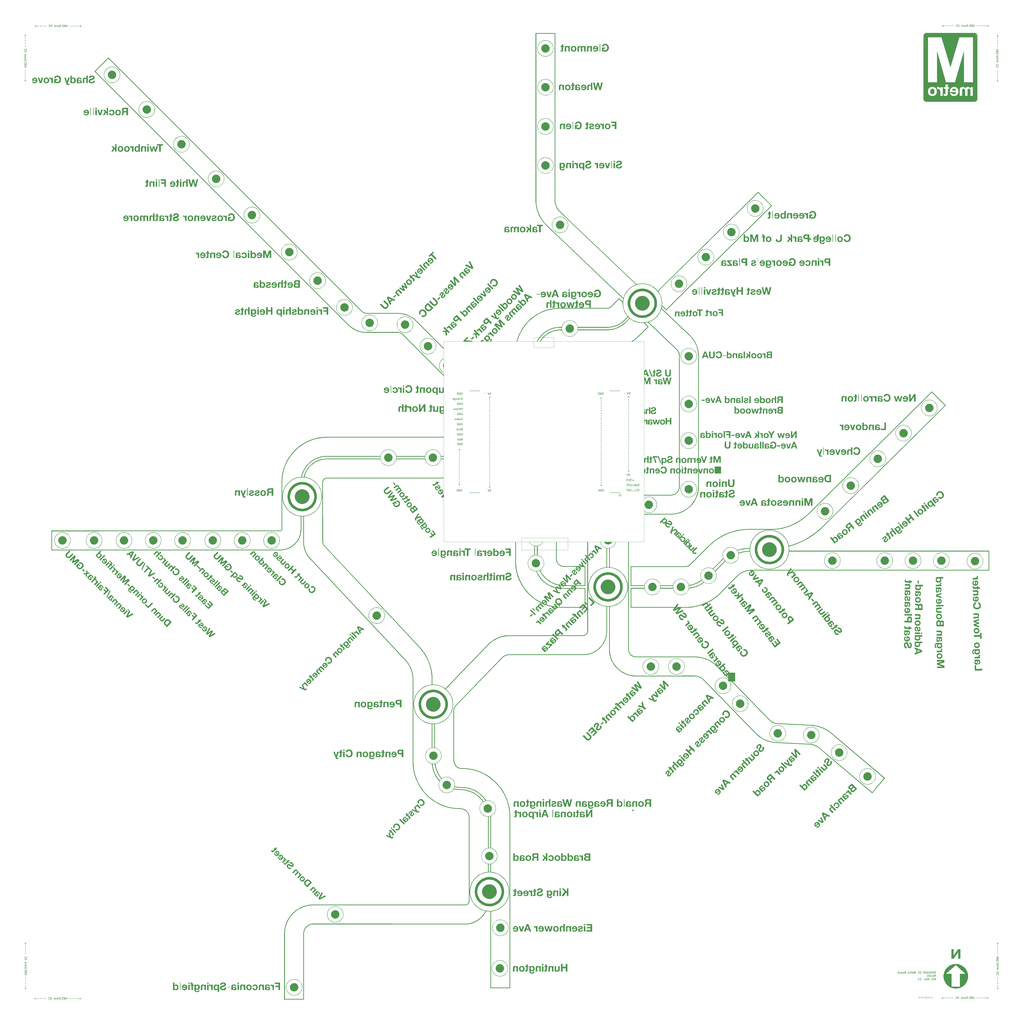
<source format=gbr>
%TF.GenerationSoftware,KiCad,Pcbnew,(5.1.9)-1*%
%TF.CreationDate,2021-12-03T12:33:04-05:00*%
%TF.ProjectId,500x500-dc-metro-map-dev,35303078-3530-4302-9d64-632d6d657472,rev?*%
%TF.SameCoordinates,Original*%
%TF.FileFunction,Legend,Bot*%
%TF.FilePolarity,Positive*%
%FSLAX46Y46*%
G04 Gerber Fmt 4.6, Leading zero omitted, Abs format (unit mm)*
G04 Created by KiCad (PCBNEW (5.1.9)-1) date 2021-12-03 12:33:04*
%MOMM*%
%LPD*%
G01*
G04 APERTURE LIST*
%ADD10C,0.050800*%
%ADD11C,0.150000*%
%ADD12C,0.100000*%
%ADD13C,0.200000*%
%ADD14C,0.120000*%
G04 APERTURE END LIST*
D10*
X537620028Y-519891433D02*
X537317647Y-519891433D01*
X537680504Y-520072861D02*
X537468838Y-519437861D01*
X537257171Y-520072861D01*
X536743123Y-520072861D02*
X537045504Y-520072861D01*
X537045504Y-519437861D01*
X536229076Y-520072861D02*
X536531457Y-520072861D01*
X536531457Y-519437861D01*
X536017409Y-520072861D02*
X536017409Y-519437861D01*
X535775504Y-519437861D01*
X535715028Y-519468100D01*
X535684790Y-519498338D01*
X535654552Y-519558814D01*
X535654552Y-519649528D01*
X535684790Y-519710004D01*
X535715028Y-519740242D01*
X535775504Y-519770480D01*
X536017409Y-519770480D01*
X535019552Y-520012385D02*
X535049790Y-520042623D01*
X535140504Y-520072861D01*
X535200980Y-520072861D01*
X535291695Y-520042623D01*
X535352171Y-519982147D01*
X535382409Y-519921671D01*
X535412647Y-519800719D01*
X535412647Y-519710004D01*
X535382409Y-519589052D01*
X535352171Y-519528576D01*
X535291695Y-519468100D01*
X535200980Y-519437861D01*
X535140504Y-519437861D01*
X535049790Y-519468100D01*
X535019552Y-519498338D01*
X534535742Y-519740242D02*
X534445028Y-519770480D01*
X534414790Y-519800719D01*
X534384552Y-519861195D01*
X534384552Y-519951909D01*
X534414790Y-520012385D01*
X534445028Y-520042623D01*
X534505504Y-520072861D01*
X534747409Y-520072861D01*
X534747409Y-519437861D01*
X534535742Y-519437861D01*
X534475266Y-519468100D01*
X534445028Y-519498338D01*
X534414790Y-519558814D01*
X534414790Y-519619290D01*
X534445028Y-519679766D01*
X534475266Y-519710004D01*
X534535742Y-519740242D01*
X534747409Y-519740242D01*
X534142647Y-519891433D02*
X533840266Y-519891433D01*
X534203123Y-520072861D02*
X533991457Y-519437861D01*
X533779790Y-520072861D01*
X533265742Y-520072861D02*
X533568123Y-520072861D01*
X533568123Y-519437861D01*
X532751695Y-520072861D02*
X533054076Y-520072861D01*
X533054076Y-519437861D01*
X532540028Y-520072861D02*
X532540028Y-519437861D01*
X532298123Y-519437861D01*
X532237647Y-519468100D01*
X532207409Y-519498338D01*
X532177171Y-519558814D01*
X532177171Y-519649528D01*
X532207409Y-519710004D01*
X532237647Y-519740242D01*
X532298123Y-519770480D01*
X532540028Y-519770480D01*
X531542171Y-520012385D02*
X531572409Y-520042623D01*
X531663123Y-520072861D01*
X531723600Y-520072861D01*
X531814314Y-520042623D01*
X531874790Y-519982147D01*
X531905028Y-519921671D01*
X531935266Y-519800719D01*
X531935266Y-519710004D01*
X531905028Y-519589052D01*
X531874790Y-519528576D01*
X531814314Y-519468100D01*
X531723600Y-519437861D01*
X531663123Y-519437861D01*
X531572409Y-519468100D01*
X531542171Y-519498338D01*
X531058361Y-519740242D02*
X530967647Y-519770480D01*
X530937409Y-519800719D01*
X530907171Y-519861195D01*
X530907171Y-519951909D01*
X530937409Y-520012385D01*
X530967647Y-520042623D01*
X531028123Y-520072861D01*
X531270028Y-520072861D01*
X531270028Y-519437861D01*
X531058361Y-519437861D01*
X530997885Y-519468100D01*
X530967647Y-519498338D01*
X530937409Y-519558814D01*
X530937409Y-519619290D01*
X530967647Y-519679766D01*
X530997885Y-519710004D01*
X531058361Y-519740242D01*
X531270028Y-519740242D01*
D11*
X111925333Y-520041214D02*
X112687238Y-520326928D01*
X111925333Y-520612642D01*
X111449142Y-520326928D02*
X110687238Y-520326928D01*
X110211047Y-520326928D02*
X109449142Y-520326928D01*
X108972952Y-520326928D02*
X108211047Y-520326928D01*
X107734857Y-520326928D02*
X106972952Y-520326928D01*
X105306285Y-520041214D02*
X105306285Y-520707880D01*
X105544380Y-519660261D02*
X105782476Y-520374547D01*
X105163428Y-520374547D01*
X104639619Y-520136452D02*
X104734857Y-520088833D01*
X104782476Y-520041214D01*
X104830095Y-519945976D01*
X104830095Y-519898357D01*
X104782476Y-519803119D01*
X104734857Y-519755500D01*
X104639619Y-519707880D01*
X104449142Y-519707880D01*
X104353904Y-519755500D01*
X104306285Y-519803119D01*
X104258666Y-519898357D01*
X104258666Y-519945976D01*
X104306285Y-520041214D01*
X104353904Y-520088833D01*
X104449142Y-520136452D01*
X104639619Y-520136452D01*
X104734857Y-520184071D01*
X104782476Y-520231690D01*
X104830095Y-520326928D01*
X104830095Y-520517404D01*
X104782476Y-520612642D01*
X104734857Y-520660261D01*
X104639619Y-520707880D01*
X104449142Y-520707880D01*
X104353904Y-520660261D01*
X104306285Y-520612642D01*
X104258666Y-520517404D01*
X104258666Y-520326928D01*
X104306285Y-520231690D01*
X104353904Y-520184071D01*
X104449142Y-520136452D01*
X103353904Y-519707880D02*
X103830095Y-519707880D01*
X103877714Y-520184071D01*
X103830095Y-520136452D01*
X103734857Y-520088833D01*
X103496761Y-520088833D01*
X103401523Y-520136452D01*
X103353904Y-520184071D01*
X103306285Y-520279309D01*
X103306285Y-520517404D01*
X103353904Y-520612642D01*
X103401523Y-520660261D01*
X103496761Y-520707880D01*
X103734857Y-520707880D01*
X103830095Y-520660261D01*
X103877714Y-520612642D01*
X102877714Y-520612642D02*
X102830095Y-520660261D01*
X102877714Y-520707880D01*
X102925333Y-520660261D01*
X102877714Y-520612642D01*
X102877714Y-520707880D01*
X101925333Y-519707880D02*
X102401523Y-519707880D01*
X102449142Y-520184071D01*
X102401523Y-520136452D01*
X102306285Y-520088833D01*
X102068190Y-520088833D01*
X101972952Y-520136452D01*
X101925333Y-520184071D01*
X101877714Y-520279309D01*
X101877714Y-520517404D01*
X101925333Y-520612642D01*
X101972952Y-520660261D01*
X102068190Y-520707880D01*
X102306285Y-520707880D01*
X102401523Y-520660261D01*
X102449142Y-520612642D01*
X101449142Y-520707880D02*
X101449142Y-520041214D01*
X101449142Y-520136452D02*
X101401523Y-520088833D01*
X101306285Y-520041214D01*
X101163428Y-520041214D01*
X101068190Y-520088833D01*
X101020571Y-520184071D01*
X101020571Y-520707880D01*
X101020571Y-520184071D02*
X100972952Y-520088833D01*
X100877714Y-520041214D01*
X100734857Y-520041214D01*
X100639619Y-520088833D01*
X100592000Y-520184071D01*
X100592000Y-520707880D01*
X100115809Y-520707880D02*
X100115809Y-520041214D01*
X100115809Y-520136452D02*
X100068190Y-520088833D01*
X99972952Y-520041214D01*
X99830095Y-520041214D01*
X99734857Y-520088833D01*
X99687238Y-520184071D01*
X99687238Y-520707880D01*
X99687238Y-520184071D02*
X99639619Y-520088833D01*
X99544380Y-520041214D01*
X99401523Y-520041214D01*
X99306285Y-520088833D01*
X99258666Y-520184071D01*
X99258666Y-520707880D01*
X97830095Y-519707880D02*
X97639619Y-519707880D01*
X97544380Y-519755500D01*
X97449142Y-519850738D01*
X97401523Y-520041214D01*
X97401523Y-520374547D01*
X97449142Y-520565023D01*
X97544380Y-520660261D01*
X97639619Y-520707880D01*
X97830095Y-520707880D01*
X97925333Y-520660261D01*
X98020571Y-520565023D01*
X98068190Y-520374547D01*
X98068190Y-520041214D01*
X98020571Y-519850738D01*
X97925333Y-519755500D01*
X97830095Y-519707880D01*
X96401523Y-520612642D02*
X96449142Y-520660261D01*
X96592000Y-520707880D01*
X96687238Y-520707880D01*
X96830095Y-520660261D01*
X96925333Y-520565023D01*
X96972952Y-520469785D01*
X97020571Y-520279309D01*
X97020571Y-520136452D01*
X96972952Y-519945976D01*
X96925333Y-519850738D01*
X96830095Y-519755500D01*
X96687238Y-519707880D01*
X96592000Y-519707880D01*
X96449142Y-519755500D01*
X96401523Y-519803119D01*
X95211047Y-520326928D02*
X94449142Y-520326928D01*
X93972952Y-520326928D02*
X93211047Y-520326928D01*
X92734857Y-520326928D02*
X91972952Y-520326928D01*
X91496761Y-520326928D02*
X90734857Y-520326928D01*
X90258666Y-520041214D02*
X89496761Y-520326928D01*
X90258666Y-520612642D01*
X85304285Y-514769333D02*
X85018571Y-515531238D01*
X84732857Y-514769333D01*
X85018571Y-514293142D02*
X85018571Y-513531238D01*
X85018571Y-513055047D02*
X85018571Y-512293142D01*
X85018571Y-511816952D02*
X85018571Y-511055047D01*
X85018571Y-510578857D02*
X85018571Y-509816952D01*
X85304285Y-508150285D02*
X84637619Y-508150285D01*
X85685238Y-508388380D02*
X84970952Y-508626476D01*
X84970952Y-508007428D01*
X85209047Y-507483619D02*
X85256666Y-507578857D01*
X85304285Y-507626476D01*
X85399523Y-507674095D01*
X85447142Y-507674095D01*
X85542380Y-507626476D01*
X85590000Y-507578857D01*
X85637619Y-507483619D01*
X85637619Y-507293142D01*
X85590000Y-507197904D01*
X85542380Y-507150285D01*
X85447142Y-507102666D01*
X85399523Y-507102666D01*
X85304285Y-507150285D01*
X85256666Y-507197904D01*
X85209047Y-507293142D01*
X85209047Y-507483619D01*
X85161428Y-507578857D01*
X85113809Y-507626476D01*
X85018571Y-507674095D01*
X84828095Y-507674095D01*
X84732857Y-507626476D01*
X84685238Y-507578857D01*
X84637619Y-507483619D01*
X84637619Y-507293142D01*
X84685238Y-507197904D01*
X84732857Y-507150285D01*
X84828095Y-507102666D01*
X85018571Y-507102666D01*
X85113809Y-507150285D01*
X85161428Y-507197904D01*
X85209047Y-507293142D01*
X85637619Y-506197904D02*
X85637619Y-506674095D01*
X85161428Y-506721714D01*
X85209047Y-506674095D01*
X85256666Y-506578857D01*
X85256666Y-506340761D01*
X85209047Y-506245523D01*
X85161428Y-506197904D01*
X85066190Y-506150285D01*
X84828095Y-506150285D01*
X84732857Y-506197904D01*
X84685238Y-506245523D01*
X84637619Y-506340761D01*
X84637619Y-506578857D01*
X84685238Y-506674095D01*
X84732857Y-506721714D01*
X84732857Y-505721714D02*
X84685238Y-505674095D01*
X84637619Y-505721714D01*
X84685238Y-505769333D01*
X84732857Y-505721714D01*
X84637619Y-505721714D01*
X85637619Y-504769333D02*
X85637619Y-505245523D01*
X85161428Y-505293142D01*
X85209047Y-505245523D01*
X85256666Y-505150285D01*
X85256666Y-504912190D01*
X85209047Y-504816952D01*
X85161428Y-504769333D01*
X85066190Y-504721714D01*
X84828095Y-504721714D01*
X84732857Y-504769333D01*
X84685238Y-504816952D01*
X84637619Y-504912190D01*
X84637619Y-505150285D01*
X84685238Y-505245523D01*
X84732857Y-505293142D01*
X84637619Y-504293142D02*
X85304285Y-504293142D01*
X85209047Y-504293142D02*
X85256666Y-504245523D01*
X85304285Y-504150285D01*
X85304285Y-504007428D01*
X85256666Y-503912190D01*
X85161428Y-503864571D01*
X84637619Y-503864571D01*
X85161428Y-503864571D02*
X85256666Y-503816952D01*
X85304285Y-503721714D01*
X85304285Y-503578857D01*
X85256666Y-503483619D01*
X85161428Y-503436000D01*
X84637619Y-503436000D01*
X84637619Y-502959809D02*
X85304285Y-502959809D01*
X85209047Y-502959809D02*
X85256666Y-502912190D01*
X85304285Y-502816952D01*
X85304285Y-502674095D01*
X85256666Y-502578857D01*
X85161428Y-502531238D01*
X84637619Y-502531238D01*
X85161428Y-502531238D02*
X85256666Y-502483619D01*
X85304285Y-502388380D01*
X85304285Y-502245523D01*
X85256666Y-502150285D01*
X85161428Y-502102666D01*
X84637619Y-502102666D01*
X85637619Y-500674095D02*
X85637619Y-500483619D01*
X85590000Y-500388380D01*
X85494761Y-500293142D01*
X85304285Y-500245523D01*
X84970952Y-500245523D01*
X84780476Y-500293142D01*
X84685238Y-500388380D01*
X84637619Y-500483619D01*
X84637619Y-500674095D01*
X84685238Y-500769333D01*
X84780476Y-500864571D01*
X84970952Y-500912190D01*
X85304285Y-500912190D01*
X85494761Y-500864571D01*
X85590000Y-500769333D01*
X85637619Y-500674095D01*
X84732857Y-499245523D02*
X84685238Y-499293142D01*
X84637619Y-499436000D01*
X84637619Y-499531238D01*
X84685238Y-499674095D01*
X84780476Y-499769333D01*
X84875714Y-499816952D01*
X85066190Y-499864571D01*
X85209047Y-499864571D01*
X85399523Y-499816952D01*
X85494761Y-499769333D01*
X85590000Y-499674095D01*
X85637619Y-499531238D01*
X85637619Y-499436000D01*
X85590000Y-499293142D01*
X85542380Y-499245523D01*
X85018571Y-498055047D02*
X85018571Y-497293142D01*
X85018571Y-496816952D02*
X85018571Y-496055047D01*
X85018571Y-495578857D02*
X85018571Y-494816952D01*
X85018571Y-494340761D02*
X85018571Y-493578857D01*
X85304285Y-493102666D02*
X85018571Y-492340761D01*
X84732857Y-493102666D01*
X85177285Y-61760333D02*
X84891571Y-62522238D01*
X84605857Y-61760333D01*
X84891571Y-61284142D02*
X84891571Y-60522238D01*
X84891571Y-60046047D02*
X84891571Y-59284142D01*
X84891571Y-58807952D02*
X84891571Y-58046047D01*
X84891571Y-57569857D02*
X84891571Y-56807952D01*
X85177285Y-55141285D02*
X84510619Y-55141285D01*
X85558238Y-55379380D02*
X84843952Y-55617476D01*
X84843952Y-54998428D01*
X85082047Y-54474619D02*
X85129666Y-54569857D01*
X85177285Y-54617476D01*
X85272523Y-54665095D01*
X85320142Y-54665095D01*
X85415380Y-54617476D01*
X85463000Y-54569857D01*
X85510619Y-54474619D01*
X85510619Y-54284142D01*
X85463000Y-54188904D01*
X85415380Y-54141285D01*
X85320142Y-54093666D01*
X85272523Y-54093666D01*
X85177285Y-54141285D01*
X85129666Y-54188904D01*
X85082047Y-54284142D01*
X85082047Y-54474619D01*
X85034428Y-54569857D01*
X84986809Y-54617476D01*
X84891571Y-54665095D01*
X84701095Y-54665095D01*
X84605857Y-54617476D01*
X84558238Y-54569857D01*
X84510619Y-54474619D01*
X84510619Y-54284142D01*
X84558238Y-54188904D01*
X84605857Y-54141285D01*
X84701095Y-54093666D01*
X84891571Y-54093666D01*
X84986809Y-54141285D01*
X85034428Y-54188904D01*
X85082047Y-54284142D01*
X85510619Y-53188904D02*
X85510619Y-53665095D01*
X85034428Y-53712714D01*
X85082047Y-53665095D01*
X85129666Y-53569857D01*
X85129666Y-53331761D01*
X85082047Y-53236523D01*
X85034428Y-53188904D01*
X84939190Y-53141285D01*
X84701095Y-53141285D01*
X84605857Y-53188904D01*
X84558238Y-53236523D01*
X84510619Y-53331761D01*
X84510619Y-53569857D01*
X84558238Y-53665095D01*
X84605857Y-53712714D01*
X84605857Y-52712714D02*
X84558238Y-52665095D01*
X84510619Y-52712714D01*
X84558238Y-52760333D01*
X84605857Y-52712714D01*
X84510619Y-52712714D01*
X85510619Y-51760333D02*
X85510619Y-52236523D01*
X85034428Y-52284142D01*
X85082047Y-52236523D01*
X85129666Y-52141285D01*
X85129666Y-51903190D01*
X85082047Y-51807952D01*
X85034428Y-51760333D01*
X84939190Y-51712714D01*
X84701095Y-51712714D01*
X84605857Y-51760333D01*
X84558238Y-51807952D01*
X84510619Y-51903190D01*
X84510619Y-52141285D01*
X84558238Y-52236523D01*
X84605857Y-52284142D01*
X84510619Y-51284142D02*
X85177285Y-51284142D01*
X85082047Y-51284142D02*
X85129666Y-51236523D01*
X85177285Y-51141285D01*
X85177285Y-50998428D01*
X85129666Y-50903190D01*
X85034428Y-50855571D01*
X84510619Y-50855571D01*
X85034428Y-50855571D02*
X85129666Y-50807952D01*
X85177285Y-50712714D01*
X85177285Y-50569857D01*
X85129666Y-50474619D01*
X85034428Y-50427000D01*
X84510619Y-50427000D01*
X84510619Y-49950809D02*
X85177285Y-49950809D01*
X85082047Y-49950809D02*
X85129666Y-49903190D01*
X85177285Y-49807952D01*
X85177285Y-49665095D01*
X85129666Y-49569857D01*
X85034428Y-49522238D01*
X84510619Y-49522238D01*
X85034428Y-49522238D02*
X85129666Y-49474619D01*
X85177285Y-49379380D01*
X85177285Y-49236523D01*
X85129666Y-49141285D01*
X85034428Y-49093666D01*
X84510619Y-49093666D01*
X85510619Y-47665095D02*
X85510619Y-47474619D01*
X85463000Y-47379380D01*
X85367761Y-47284142D01*
X85177285Y-47236523D01*
X84843952Y-47236523D01*
X84653476Y-47284142D01*
X84558238Y-47379380D01*
X84510619Y-47474619D01*
X84510619Y-47665095D01*
X84558238Y-47760333D01*
X84653476Y-47855571D01*
X84843952Y-47903190D01*
X85177285Y-47903190D01*
X85367761Y-47855571D01*
X85463000Y-47760333D01*
X85510619Y-47665095D01*
X84605857Y-46236523D02*
X84558238Y-46284142D01*
X84510619Y-46427000D01*
X84510619Y-46522238D01*
X84558238Y-46665095D01*
X84653476Y-46760333D01*
X84748714Y-46807952D01*
X84939190Y-46855571D01*
X85082047Y-46855571D01*
X85272523Y-46807952D01*
X85367761Y-46760333D01*
X85463000Y-46665095D01*
X85510619Y-46522238D01*
X85510619Y-46427000D01*
X85463000Y-46284142D01*
X85415380Y-46236523D01*
X84891571Y-45046047D02*
X84891571Y-44284142D01*
X84891571Y-43807952D02*
X84891571Y-43046047D01*
X84891571Y-42569857D02*
X84891571Y-41807952D01*
X84891571Y-41331761D02*
X84891571Y-40569857D01*
X85177285Y-40093666D02*
X84891571Y-39331761D01*
X84605857Y-40093666D01*
X112115833Y-34710714D02*
X112877738Y-34996428D01*
X112115833Y-35282142D01*
X111639642Y-34996428D02*
X110877738Y-34996428D01*
X110401547Y-34996428D02*
X109639642Y-34996428D01*
X109163452Y-34996428D02*
X108401547Y-34996428D01*
X107925357Y-34996428D02*
X107163452Y-34996428D01*
X105496785Y-34710714D02*
X105496785Y-35377380D01*
X105734880Y-34329761D02*
X105972976Y-35044047D01*
X105353928Y-35044047D01*
X104830119Y-34805952D02*
X104925357Y-34758333D01*
X104972976Y-34710714D01*
X105020595Y-34615476D01*
X105020595Y-34567857D01*
X104972976Y-34472619D01*
X104925357Y-34425000D01*
X104830119Y-34377380D01*
X104639642Y-34377380D01*
X104544404Y-34425000D01*
X104496785Y-34472619D01*
X104449166Y-34567857D01*
X104449166Y-34615476D01*
X104496785Y-34710714D01*
X104544404Y-34758333D01*
X104639642Y-34805952D01*
X104830119Y-34805952D01*
X104925357Y-34853571D01*
X104972976Y-34901190D01*
X105020595Y-34996428D01*
X105020595Y-35186904D01*
X104972976Y-35282142D01*
X104925357Y-35329761D01*
X104830119Y-35377380D01*
X104639642Y-35377380D01*
X104544404Y-35329761D01*
X104496785Y-35282142D01*
X104449166Y-35186904D01*
X104449166Y-34996428D01*
X104496785Y-34901190D01*
X104544404Y-34853571D01*
X104639642Y-34805952D01*
X103544404Y-34377380D02*
X104020595Y-34377380D01*
X104068214Y-34853571D01*
X104020595Y-34805952D01*
X103925357Y-34758333D01*
X103687261Y-34758333D01*
X103592023Y-34805952D01*
X103544404Y-34853571D01*
X103496785Y-34948809D01*
X103496785Y-35186904D01*
X103544404Y-35282142D01*
X103592023Y-35329761D01*
X103687261Y-35377380D01*
X103925357Y-35377380D01*
X104020595Y-35329761D01*
X104068214Y-35282142D01*
X103068214Y-35282142D02*
X103020595Y-35329761D01*
X103068214Y-35377380D01*
X103115833Y-35329761D01*
X103068214Y-35282142D01*
X103068214Y-35377380D01*
X102115833Y-34377380D02*
X102592023Y-34377380D01*
X102639642Y-34853571D01*
X102592023Y-34805952D01*
X102496785Y-34758333D01*
X102258690Y-34758333D01*
X102163452Y-34805952D01*
X102115833Y-34853571D01*
X102068214Y-34948809D01*
X102068214Y-35186904D01*
X102115833Y-35282142D01*
X102163452Y-35329761D01*
X102258690Y-35377380D01*
X102496785Y-35377380D01*
X102592023Y-35329761D01*
X102639642Y-35282142D01*
X101639642Y-35377380D02*
X101639642Y-34710714D01*
X101639642Y-34805952D02*
X101592023Y-34758333D01*
X101496785Y-34710714D01*
X101353928Y-34710714D01*
X101258690Y-34758333D01*
X101211071Y-34853571D01*
X101211071Y-35377380D01*
X101211071Y-34853571D02*
X101163452Y-34758333D01*
X101068214Y-34710714D01*
X100925357Y-34710714D01*
X100830119Y-34758333D01*
X100782500Y-34853571D01*
X100782500Y-35377380D01*
X100306309Y-35377380D02*
X100306309Y-34710714D01*
X100306309Y-34805952D02*
X100258690Y-34758333D01*
X100163452Y-34710714D01*
X100020595Y-34710714D01*
X99925357Y-34758333D01*
X99877738Y-34853571D01*
X99877738Y-35377380D01*
X99877738Y-34853571D02*
X99830119Y-34758333D01*
X99734880Y-34710714D01*
X99592023Y-34710714D01*
X99496785Y-34758333D01*
X99449166Y-34853571D01*
X99449166Y-35377380D01*
X98020595Y-34377380D02*
X97830119Y-34377380D01*
X97734880Y-34425000D01*
X97639642Y-34520238D01*
X97592023Y-34710714D01*
X97592023Y-35044047D01*
X97639642Y-35234523D01*
X97734880Y-35329761D01*
X97830119Y-35377380D01*
X98020595Y-35377380D01*
X98115833Y-35329761D01*
X98211071Y-35234523D01*
X98258690Y-35044047D01*
X98258690Y-34710714D01*
X98211071Y-34520238D01*
X98115833Y-34425000D01*
X98020595Y-34377380D01*
X96592023Y-35282142D02*
X96639642Y-35329761D01*
X96782500Y-35377380D01*
X96877738Y-35377380D01*
X97020595Y-35329761D01*
X97115833Y-35234523D01*
X97163452Y-35139285D01*
X97211071Y-34948809D01*
X97211071Y-34805952D01*
X97163452Y-34615476D01*
X97115833Y-34520238D01*
X97020595Y-34425000D01*
X96877738Y-34377380D01*
X96782500Y-34377380D01*
X96639642Y-34425000D01*
X96592023Y-34472619D01*
X95401547Y-34996428D02*
X94639642Y-34996428D01*
X94163452Y-34996428D02*
X93401547Y-34996428D01*
X92925357Y-34996428D02*
X92163452Y-34996428D01*
X91687261Y-34996428D02*
X90925357Y-34996428D01*
X90449166Y-34710714D02*
X89687261Y-34996428D01*
X90449166Y-35282142D01*
X564934333Y-34583714D02*
X565696238Y-34869428D01*
X564934333Y-35155142D01*
X564458142Y-34869428D02*
X563696238Y-34869428D01*
X563220047Y-34869428D02*
X562458142Y-34869428D01*
X561981952Y-34869428D02*
X561220047Y-34869428D01*
X560743857Y-34869428D02*
X559981952Y-34869428D01*
X558315285Y-34583714D02*
X558315285Y-35250380D01*
X558553380Y-34202761D02*
X558791476Y-34917047D01*
X558172428Y-34917047D01*
X557648619Y-34678952D02*
X557743857Y-34631333D01*
X557791476Y-34583714D01*
X557839095Y-34488476D01*
X557839095Y-34440857D01*
X557791476Y-34345619D01*
X557743857Y-34298000D01*
X557648619Y-34250380D01*
X557458142Y-34250380D01*
X557362904Y-34298000D01*
X557315285Y-34345619D01*
X557267666Y-34440857D01*
X557267666Y-34488476D01*
X557315285Y-34583714D01*
X557362904Y-34631333D01*
X557458142Y-34678952D01*
X557648619Y-34678952D01*
X557743857Y-34726571D01*
X557791476Y-34774190D01*
X557839095Y-34869428D01*
X557839095Y-35059904D01*
X557791476Y-35155142D01*
X557743857Y-35202761D01*
X557648619Y-35250380D01*
X557458142Y-35250380D01*
X557362904Y-35202761D01*
X557315285Y-35155142D01*
X557267666Y-35059904D01*
X557267666Y-34869428D01*
X557315285Y-34774190D01*
X557362904Y-34726571D01*
X557458142Y-34678952D01*
X556362904Y-34250380D02*
X556839095Y-34250380D01*
X556886714Y-34726571D01*
X556839095Y-34678952D01*
X556743857Y-34631333D01*
X556505761Y-34631333D01*
X556410523Y-34678952D01*
X556362904Y-34726571D01*
X556315285Y-34821809D01*
X556315285Y-35059904D01*
X556362904Y-35155142D01*
X556410523Y-35202761D01*
X556505761Y-35250380D01*
X556743857Y-35250380D01*
X556839095Y-35202761D01*
X556886714Y-35155142D01*
X555886714Y-35155142D02*
X555839095Y-35202761D01*
X555886714Y-35250380D01*
X555934333Y-35202761D01*
X555886714Y-35155142D01*
X555886714Y-35250380D01*
X554934333Y-34250380D02*
X555410523Y-34250380D01*
X555458142Y-34726571D01*
X555410523Y-34678952D01*
X555315285Y-34631333D01*
X555077190Y-34631333D01*
X554981952Y-34678952D01*
X554934333Y-34726571D01*
X554886714Y-34821809D01*
X554886714Y-35059904D01*
X554934333Y-35155142D01*
X554981952Y-35202761D01*
X555077190Y-35250380D01*
X555315285Y-35250380D01*
X555410523Y-35202761D01*
X555458142Y-35155142D01*
X554458142Y-35250380D02*
X554458142Y-34583714D01*
X554458142Y-34678952D02*
X554410523Y-34631333D01*
X554315285Y-34583714D01*
X554172428Y-34583714D01*
X554077190Y-34631333D01*
X554029571Y-34726571D01*
X554029571Y-35250380D01*
X554029571Y-34726571D02*
X553981952Y-34631333D01*
X553886714Y-34583714D01*
X553743857Y-34583714D01*
X553648619Y-34631333D01*
X553601000Y-34726571D01*
X553601000Y-35250380D01*
X553124809Y-35250380D02*
X553124809Y-34583714D01*
X553124809Y-34678952D02*
X553077190Y-34631333D01*
X552981952Y-34583714D01*
X552839095Y-34583714D01*
X552743857Y-34631333D01*
X552696238Y-34726571D01*
X552696238Y-35250380D01*
X552696238Y-34726571D02*
X552648619Y-34631333D01*
X552553380Y-34583714D01*
X552410523Y-34583714D01*
X552315285Y-34631333D01*
X552267666Y-34726571D01*
X552267666Y-35250380D01*
X550839095Y-34250380D02*
X550648619Y-34250380D01*
X550553380Y-34298000D01*
X550458142Y-34393238D01*
X550410523Y-34583714D01*
X550410523Y-34917047D01*
X550458142Y-35107523D01*
X550553380Y-35202761D01*
X550648619Y-35250380D01*
X550839095Y-35250380D01*
X550934333Y-35202761D01*
X551029571Y-35107523D01*
X551077190Y-34917047D01*
X551077190Y-34583714D01*
X551029571Y-34393238D01*
X550934333Y-34298000D01*
X550839095Y-34250380D01*
X549410523Y-35155142D02*
X549458142Y-35202761D01*
X549601000Y-35250380D01*
X549696238Y-35250380D01*
X549839095Y-35202761D01*
X549934333Y-35107523D01*
X549981952Y-35012285D01*
X550029571Y-34821809D01*
X550029571Y-34678952D01*
X549981952Y-34488476D01*
X549934333Y-34393238D01*
X549839095Y-34298000D01*
X549696238Y-34250380D01*
X549601000Y-34250380D01*
X549458142Y-34298000D01*
X549410523Y-34345619D01*
X548220047Y-34869428D02*
X547458142Y-34869428D01*
X546981952Y-34869428D02*
X546220047Y-34869428D01*
X545743857Y-34869428D02*
X544981952Y-34869428D01*
X544505761Y-34869428D02*
X543743857Y-34869428D01*
X543267666Y-34583714D02*
X542505761Y-34869428D01*
X543267666Y-35155142D01*
X569888714Y-40284166D02*
X570174428Y-39522261D01*
X570460142Y-40284166D01*
X570174428Y-40760357D02*
X570174428Y-41522261D01*
X570174428Y-41998452D02*
X570174428Y-42760357D01*
X570174428Y-43236547D02*
X570174428Y-43998452D01*
X570174428Y-44474642D02*
X570174428Y-45236547D01*
X569888714Y-46903214D02*
X570555380Y-46903214D01*
X569507761Y-46665119D02*
X570222047Y-46427023D01*
X570222047Y-47046071D01*
X569983952Y-47569880D02*
X569936333Y-47474642D01*
X569888714Y-47427023D01*
X569793476Y-47379404D01*
X569745857Y-47379404D01*
X569650619Y-47427023D01*
X569603000Y-47474642D01*
X569555380Y-47569880D01*
X569555380Y-47760357D01*
X569603000Y-47855595D01*
X569650619Y-47903214D01*
X569745857Y-47950833D01*
X569793476Y-47950833D01*
X569888714Y-47903214D01*
X569936333Y-47855595D01*
X569983952Y-47760357D01*
X569983952Y-47569880D01*
X570031571Y-47474642D01*
X570079190Y-47427023D01*
X570174428Y-47379404D01*
X570364904Y-47379404D01*
X570460142Y-47427023D01*
X570507761Y-47474642D01*
X570555380Y-47569880D01*
X570555380Y-47760357D01*
X570507761Y-47855595D01*
X570460142Y-47903214D01*
X570364904Y-47950833D01*
X570174428Y-47950833D01*
X570079190Y-47903214D01*
X570031571Y-47855595D01*
X569983952Y-47760357D01*
X569555380Y-48855595D02*
X569555380Y-48379404D01*
X570031571Y-48331785D01*
X569983952Y-48379404D01*
X569936333Y-48474642D01*
X569936333Y-48712738D01*
X569983952Y-48807976D01*
X570031571Y-48855595D01*
X570126809Y-48903214D01*
X570364904Y-48903214D01*
X570460142Y-48855595D01*
X570507761Y-48807976D01*
X570555380Y-48712738D01*
X570555380Y-48474642D01*
X570507761Y-48379404D01*
X570460142Y-48331785D01*
X570460142Y-49331785D02*
X570507761Y-49379404D01*
X570555380Y-49331785D01*
X570507761Y-49284166D01*
X570460142Y-49331785D01*
X570555380Y-49331785D01*
X569555380Y-50284166D02*
X569555380Y-49807976D01*
X570031571Y-49760357D01*
X569983952Y-49807976D01*
X569936333Y-49903214D01*
X569936333Y-50141309D01*
X569983952Y-50236547D01*
X570031571Y-50284166D01*
X570126809Y-50331785D01*
X570364904Y-50331785D01*
X570460142Y-50284166D01*
X570507761Y-50236547D01*
X570555380Y-50141309D01*
X570555380Y-49903214D01*
X570507761Y-49807976D01*
X570460142Y-49760357D01*
X570555380Y-50760357D02*
X569888714Y-50760357D01*
X569983952Y-50760357D02*
X569936333Y-50807976D01*
X569888714Y-50903214D01*
X569888714Y-51046071D01*
X569936333Y-51141309D01*
X570031571Y-51188928D01*
X570555380Y-51188928D01*
X570031571Y-51188928D02*
X569936333Y-51236547D01*
X569888714Y-51331785D01*
X569888714Y-51474642D01*
X569936333Y-51569880D01*
X570031571Y-51617500D01*
X570555380Y-51617500D01*
X570555380Y-52093690D02*
X569888714Y-52093690D01*
X569983952Y-52093690D02*
X569936333Y-52141309D01*
X569888714Y-52236547D01*
X569888714Y-52379404D01*
X569936333Y-52474642D01*
X570031571Y-52522261D01*
X570555380Y-52522261D01*
X570031571Y-52522261D02*
X569936333Y-52569880D01*
X569888714Y-52665119D01*
X569888714Y-52807976D01*
X569936333Y-52903214D01*
X570031571Y-52950833D01*
X570555380Y-52950833D01*
X569555380Y-54379404D02*
X569555380Y-54569880D01*
X569603000Y-54665119D01*
X569698238Y-54760357D01*
X569888714Y-54807976D01*
X570222047Y-54807976D01*
X570412523Y-54760357D01*
X570507761Y-54665119D01*
X570555380Y-54569880D01*
X570555380Y-54379404D01*
X570507761Y-54284166D01*
X570412523Y-54188928D01*
X570222047Y-54141309D01*
X569888714Y-54141309D01*
X569698238Y-54188928D01*
X569603000Y-54284166D01*
X569555380Y-54379404D01*
X570460142Y-55807976D02*
X570507761Y-55760357D01*
X570555380Y-55617500D01*
X570555380Y-55522261D01*
X570507761Y-55379404D01*
X570412523Y-55284166D01*
X570317285Y-55236547D01*
X570126809Y-55188928D01*
X569983952Y-55188928D01*
X569793476Y-55236547D01*
X569698238Y-55284166D01*
X569603000Y-55379404D01*
X569555380Y-55522261D01*
X569555380Y-55617500D01*
X569603000Y-55760357D01*
X569650619Y-55807976D01*
X570174428Y-56998452D02*
X570174428Y-57760357D01*
X570174428Y-58236547D02*
X570174428Y-58998452D01*
X570174428Y-59474642D02*
X570174428Y-60236547D01*
X570174428Y-60712738D02*
X570174428Y-61474642D01*
X569888714Y-61950833D02*
X570174428Y-62712738D01*
X570460142Y-61950833D01*
X570015714Y-493102666D02*
X570301428Y-492340761D01*
X570587142Y-493102666D01*
X570301428Y-493578857D02*
X570301428Y-494340761D01*
X570301428Y-494816952D02*
X570301428Y-495578857D01*
X570301428Y-496055047D02*
X570301428Y-496816952D01*
X570301428Y-497293142D02*
X570301428Y-498055047D01*
X570015714Y-499721714D02*
X570682380Y-499721714D01*
X569634761Y-499483619D02*
X570349047Y-499245523D01*
X570349047Y-499864571D01*
X570110952Y-500388380D02*
X570063333Y-500293142D01*
X570015714Y-500245523D01*
X569920476Y-500197904D01*
X569872857Y-500197904D01*
X569777619Y-500245523D01*
X569730000Y-500293142D01*
X569682380Y-500388380D01*
X569682380Y-500578857D01*
X569730000Y-500674095D01*
X569777619Y-500721714D01*
X569872857Y-500769333D01*
X569920476Y-500769333D01*
X570015714Y-500721714D01*
X570063333Y-500674095D01*
X570110952Y-500578857D01*
X570110952Y-500388380D01*
X570158571Y-500293142D01*
X570206190Y-500245523D01*
X570301428Y-500197904D01*
X570491904Y-500197904D01*
X570587142Y-500245523D01*
X570634761Y-500293142D01*
X570682380Y-500388380D01*
X570682380Y-500578857D01*
X570634761Y-500674095D01*
X570587142Y-500721714D01*
X570491904Y-500769333D01*
X570301428Y-500769333D01*
X570206190Y-500721714D01*
X570158571Y-500674095D01*
X570110952Y-500578857D01*
X569682380Y-501674095D02*
X569682380Y-501197904D01*
X570158571Y-501150285D01*
X570110952Y-501197904D01*
X570063333Y-501293142D01*
X570063333Y-501531238D01*
X570110952Y-501626476D01*
X570158571Y-501674095D01*
X570253809Y-501721714D01*
X570491904Y-501721714D01*
X570587142Y-501674095D01*
X570634761Y-501626476D01*
X570682380Y-501531238D01*
X570682380Y-501293142D01*
X570634761Y-501197904D01*
X570587142Y-501150285D01*
X570587142Y-502150285D02*
X570634761Y-502197904D01*
X570682380Y-502150285D01*
X570634761Y-502102666D01*
X570587142Y-502150285D01*
X570682380Y-502150285D01*
X569682380Y-503102666D02*
X569682380Y-502626476D01*
X570158571Y-502578857D01*
X570110952Y-502626476D01*
X570063333Y-502721714D01*
X570063333Y-502959809D01*
X570110952Y-503055047D01*
X570158571Y-503102666D01*
X570253809Y-503150285D01*
X570491904Y-503150285D01*
X570587142Y-503102666D01*
X570634761Y-503055047D01*
X570682380Y-502959809D01*
X570682380Y-502721714D01*
X570634761Y-502626476D01*
X570587142Y-502578857D01*
X570682380Y-503578857D02*
X570015714Y-503578857D01*
X570110952Y-503578857D02*
X570063333Y-503626476D01*
X570015714Y-503721714D01*
X570015714Y-503864571D01*
X570063333Y-503959809D01*
X570158571Y-504007428D01*
X570682380Y-504007428D01*
X570158571Y-504007428D02*
X570063333Y-504055047D01*
X570015714Y-504150285D01*
X570015714Y-504293142D01*
X570063333Y-504388380D01*
X570158571Y-504436000D01*
X570682380Y-504436000D01*
X570682380Y-504912190D02*
X570015714Y-504912190D01*
X570110952Y-504912190D02*
X570063333Y-504959809D01*
X570015714Y-505055047D01*
X570015714Y-505197904D01*
X570063333Y-505293142D01*
X570158571Y-505340761D01*
X570682380Y-505340761D01*
X570158571Y-505340761D02*
X570063333Y-505388380D01*
X570015714Y-505483619D01*
X570015714Y-505626476D01*
X570063333Y-505721714D01*
X570158571Y-505769333D01*
X570682380Y-505769333D01*
X569682380Y-507197904D02*
X569682380Y-507388380D01*
X569730000Y-507483619D01*
X569825238Y-507578857D01*
X570015714Y-507626476D01*
X570349047Y-507626476D01*
X570539523Y-507578857D01*
X570634761Y-507483619D01*
X570682380Y-507388380D01*
X570682380Y-507197904D01*
X570634761Y-507102666D01*
X570539523Y-507007428D01*
X570349047Y-506959809D01*
X570015714Y-506959809D01*
X569825238Y-507007428D01*
X569730000Y-507102666D01*
X569682380Y-507197904D01*
X570587142Y-508626476D02*
X570634761Y-508578857D01*
X570682380Y-508436000D01*
X570682380Y-508340761D01*
X570634761Y-508197904D01*
X570539523Y-508102666D01*
X570444285Y-508055047D01*
X570253809Y-508007428D01*
X570110952Y-508007428D01*
X569920476Y-508055047D01*
X569825238Y-508102666D01*
X569730000Y-508197904D01*
X569682380Y-508340761D01*
X569682380Y-508436000D01*
X569730000Y-508578857D01*
X569777619Y-508626476D01*
X570301428Y-509816952D02*
X570301428Y-510578857D01*
X570301428Y-511055047D02*
X570301428Y-511816952D01*
X570301428Y-512293142D02*
X570301428Y-513055047D01*
X570301428Y-513531238D02*
X570301428Y-514293142D01*
X570015714Y-514769333D02*
X570301428Y-515531238D01*
X570587142Y-514769333D01*
X564743833Y-519723714D02*
X565505738Y-520009428D01*
X564743833Y-520295142D01*
X564267642Y-520009428D02*
X563505738Y-520009428D01*
X563029547Y-520009428D02*
X562267642Y-520009428D01*
X561791452Y-520009428D02*
X561029547Y-520009428D01*
X560553357Y-520009428D02*
X559791452Y-520009428D01*
X558124785Y-519723714D02*
X558124785Y-520390380D01*
X558362880Y-519342761D02*
X558600976Y-520057047D01*
X557981928Y-520057047D01*
X557458119Y-519818952D02*
X557553357Y-519771333D01*
X557600976Y-519723714D01*
X557648595Y-519628476D01*
X557648595Y-519580857D01*
X557600976Y-519485619D01*
X557553357Y-519438000D01*
X557458119Y-519390380D01*
X557267642Y-519390380D01*
X557172404Y-519438000D01*
X557124785Y-519485619D01*
X557077166Y-519580857D01*
X557077166Y-519628476D01*
X557124785Y-519723714D01*
X557172404Y-519771333D01*
X557267642Y-519818952D01*
X557458119Y-519818952D01*
X557553357Y-519866571D01*
X557600976Y-519914190D01*
X557648595Y-520009428D01*
X557648595Y-520199904D01*
X557600976Y-520295142D01*
X557553357Y-520342761D01*
X557458119Y-520390380D01*
X557267642Y-520390380D01*
X557172404Y-520342761D01*
X557124785Y-520295142D01*
X557077166Y-520199904D01*
X557077166Y-520009428D01*
X557124785Y-519914190D01*
X557172404Y-519866571D01*
X557267642Y-519818952D01*
X556172404Y-519390380D02*
X556648595Y-519390380D01*
X556696214Y-519866571D01*
X556648595Y-519818952D01*
X556553357Y-519771333D01*
X556315261Y-519771333D01*
X556220023Y-519818952D01*
X556172404Y-519866571D01*
X556124785Y-519961809D01*
X556124785Y-520199904D01*
X556172404Y-520295142D01*
X556220023Y-520342761D01*
X556315261Y-520390380D01*
X556553357Y-520390380D01*
X556648595Y-520342761D01*
X556696214Y-520295142D01*
X555696214Y-520295142D02*
X555648595Y-520342761D01*
X555696214Y-520390380D01*
X555743833Y-520342761D01*
X555696214Y-520295142D01*
X555696214Y-520390380D01*
X554743833Y-519390380D02*
X555220023Y-519390380D01*
X555267642Y-519866571D01*
X555220023Y-519818952D01*
X555124785Y-519771333D01*
X554886690Y-519771333D01*
X554791452Y-519818952D01*
X554743833Y-519866571D01*
X554696214Y-519961809D01*
X554696214Y-520199904D01*
X554743833Y-520295142D01*
X554791452Y-520342761D01*
X554886690Y-520390380D01*
X555124785Y-520390380D01*
X555220023Y-520342761D01*
X555267642Y-520295142D01*
X554267642Y-520390380D02*
X554267642Y-519723714D01*
X554267642Y-519818952D02*
X554220023Y-519771333D01*
X554124785Y-519723714D01*
X553981928Y-519723714D01*
X553886690Y-519771333D01*
X553839071Y-519866571D01*
X553839071Y-520390380D01*
X553839071Y-519866571D02*
X553791452Y-519771333D01*
X553696214Y-519723714D01*
X553553357Y-519723714D01*
X553458119Y-519771333D01*
X553410500Y-519866571D01*
X553410500Y-520390380D01*
X552934309Y-520390380D02*
X552934309Y-519723714D01*
X552934309Y-519818952D02*
X552886690Y-519771333D01*
X552791452Y-519723714D01*
X552648595Y-519723714D01*
X552553357Y-519771333D01*
X552505738Y-519866571D01*
X552505738Y-520390380D01*
X552505738Y-519866571D02*
X552458119Y-519771333D01*
X552362880Y-519723714D01*
X552220023Y-519723714D01*
X552124785Y-519771333D01*
X552077166Y-519866571D01*
X552077166Y-520390380D01*
X550648595Y-519390380D02*
X550458119Y-519390380D01*
X550362880Y-519438000D01*
X550267642Y-519533238D01*
X550220023Y-519723714D01*
X550220023Y-520057047D01*
X550267642Y-520247523D01*
X550362880Y-520342761D01*
X550458119Y-520390380D01*
X550648595Y-520390380D01*
X550743833Y-520342761D01*
X550839071Y-520247523D01*
X550886690Y-520057047D01*
X550886690Y-519723714D01*
X550839071Y-519533238D01*
X550743833Y-519438000D01*
X550648595Y-519390380D01*
X549220023Y-520295142D02*
X549267642Y-520342761D01*
X549410500Y-520390380D01*
X549505738Y-520390380D01*
X549648595Y-520342761D01*
X549743833Y-520247523D01*
X549791452Y-520152285D01*
X549839071Y-519961809D01*
X549839071Y-519818952D01*
X549791452Y-519628476D01*
X549743833Y-519533238D01*
X549648595Y-519438000D01*
X549505738Y-519390380D01*
X549410500Y-519390380D01*
X549267642Y-519438000D01*
X549220023Y-519485619D01*
X548029547Y-520009428D02*
X547267642Y-520009428D01*
X546791452Y-520009428D02*
X546029547Y-520009428D01*
X545553357Y-520009428D02*
X544791452Y-520009428D01*
X544315261Y-520009428D02*
X543553357Y-520009428D01*
X543077166Y-519723714D02*
X542315261Y-520009428D01*
X543077166Y-520295142D01*
X538785814Y-506767580D02*
X539262004Y-506767580D01*
X539309623Y-507243771D01*
X539262004Y-507196152D01*
X539166766Y-507148533D01*
X538928671Y-507148533D01*
X538833433Y-507196152D01*
X538785814Y-507243771D01*
X538738195Y-507339009D01*
X538738195Y-507577104D01*
X538785814Y-507672342D01*
X538833433Y-507719961D01*
X538928671Y-507767580D01*
X539166766Y-507767580D01*
X539262004Y-507719961D01*
X539309623Y-507672342D01*
X538119147Y-506767580D02*
X538023909Y-506767580D01*
X537928671Y-506815200D01*
X537881052Y-506862819D01*
X537833433Y-506958057D01*
X537785814Y-507148533D01*
X537785814Y-507386628D01*
X537833433Y-507577104D01*
X537881052Y-507672342D01*
X537928671Y-507719961D01*
X538023909Y-507767580D01*
X538119147Y-507767580D01*
X538214385Y-507719961D01*
X538262004Y-507672342D01*
X538309623Y-507577104D01*
X538357242Y-507386628D01*
X538357242Y-507148533D01*
X538309623Y-506958057D01*
X538262004Y-506862819D01*
X538214385Y-506815200D01*
X538119147Y-506767580D01*
X537166766Y-506767580D02*
X537071528Y-506767580D01*
X536976290Y-506815200D01*
X536928671Y-506862819D01*
X536881052Y-506958057D01*
X536833433Y-507148533D01*
X536833433Y-507386628D01*
X536881052Y-507577104D01*
X536928671Y-507672342D01*
X536976290Y-507719961D01*
X537071528Y-507767580D01*
X537166766Y-507767580D01*
X537262004Y-507719961D01*
X537309623Y-507672342D01*
X537357242Y-507577104D01*
X537404861Y-507386628D01*
X537404861Y-507148533D01*
X537357242Y-506958057D01*
X537309623Y-506862819D01*
X537262004Y-506815200D01*
X537166766Y-506767580D01*
X536500100Y-507767580D02*
X535976290Y-507100914D01*
X536500100Y-507100914D02*
X535976290Y-507767580D01*
X535119147Y-506767580D02*
X535595338Y-506767580D01*
X535642957Y-507243771D01*
X535595338Y-507196152D01*
X535500100Y-507148533D01*
X535262004Y-507148533D01*
X535166766Y-507196152D01*
X535119147Y-507243771D01*
X535071528Y-507339009D01*
X535071528Y-507577104D01*
X535119147Y-507672342D01*
X535166766Y-507719961D01*
X535262004Y-507767580D01*
X535500100Y-507767580D01*
X535595338Y-507719961D01*
X535642957Y-507672342D01*
X534452480Y-506767580D02*
X534357242Y-506767580D01*
X534262004Y-506815200D01*
X534214385Y-506862819D01*
X534166766Y-506958057D01*
X534119147Y-507148533D01*
X534119147Y-507386628D01*
X534166766Y-507577104D01*
X534214385Y-507672342D01*
X534262004Y-507719961D01*
X534357242Y-507767580D01*
X534452480Y-507767580D01*
X534547719Y-507719961D01*
X534595338Y-507672342D01*
X534642957Y-507577104D01*
X534690576Y-507386628D01*
X534690576Y-507148533D01*
X534642957Y-506958057D01*
X534595338Y-506862819D01*
X534547719Y-506815200D01*
X534452480Y-506767580D01*
X533500100Y-506767580D02*
X533404861Y-506767580D01*
X533309623Y-506815200D01*
X533262004Y-506862819D01*
X533214385Y-506958057D01*
X533166766Y-507148533D01*
X533166766Y-507386628D01*
X533214385Y-507577104D01*
X533262004Y-507672342D01*
X533309623Y-507719961D01*
X533404861Y-507767580D01*
X533500100Y-507767580D01*
X533595338Y-507719961D01*
X533642957Y-507672342D01*
X533690576Y-507577104D01*
X533738195Y-507386628D01*
X533738195Y-507148533D01*
X533690576Y-506958057D01*
X533642957Y-506862819D01*
X533595338Y-506815200D01*
X533500100Y-506767580D01*
X531976290Y-507767580D02*
X531976290Y-506767580D01*
X531738195Y-506767580D01*
X531595338Y-506815200D01*
X531500100Y-506910438D01*
X531452480Y-507005676D01*
X531404861Y-507196152D01*
X531404861Y-507339009D01*
X531452480Y-507529485D01*
X531500100Y-507624723D01*
X531595338Y-507719961D01*
X531738195Y-507767580D01*
X531976290Y-507767580D01*
X530404861Y-507672342D02*
X530452480Y-507719961D01*
X530595338Y-507767580D01*
X530690576Y-507767580D01*
X530833433Y-507719961D01*
X530928671Y-507624723D01*
X530976290Y-507529485D01*
X531023909Y-507339009D01*
X531023909Y-507196152D01*
X530976290Y-507005676D01*
X530928671Y-506910438D01*
X530833433Y-506815200D01*
X530690576Y-506767580D01*
X530595338Y-506767580D01*
X530452480Y-506815200D01*
X530404861Y-506862819D01*
X529214385Y-507767580D02*
X529214385Y-506767580D01*
X528881052Y-507481866D01*
X528547719Y-506767580D01*
X528547719Y-507767580D01*
X527690576Y-507719961D02*
X527785814Y-507767580D01*
X527976290Y-507767580D01*
X528071528Y-507719961D01*
X528119147Y-507624723D01*
X528119147Y-507243771D01*
X528071528Y-507148533D01*
X527976290Y-507100914D01*
X527785814Y-507100914D01*
X527690576Y-507148533D01*
X527642957Y-507243771D01*
X527642957Y-507339009D01*
X528119147Y-507434247D01*
X527357242Y-507100914D02*
X526976290Y-507100914D01*
X527214385Y-506767580D02*
X527214385Y-507624723D01*
X527166766Y-507719961D01*
X527071528Y-507767580D01*
X526976290Y-507767580D01*
X526642957Y-507767580D02*
X526642957Y-507100914D01*
X526642957Y-507291390D02*
X526595338Y-507196152D01*
X526547719Y-507148533D01*
X526452480Y-507100914D01*
X526357242Y-507100914D01*
X525881052Y-507767580D02*
X525976290Y-507719961D01*
X526023909Y-507672342D01*
X526071528Y-507577104D01*
X526071528Y-507291390D01*
X526023909Y-507196152D01*
X525976290Y-507148533D01*
X525881052Y-507100914D01*
X525738195Y-507100914D01*
X525642957Y-507148533D01*
X525595338Y-507196152D01*
X525547719Y-507291390D01*
X525547719Y-507577104D01*
X525595338Y-507672342D01*
X525642957Y-507719961D01*
X525738195Y-507767580D01*
X525881052Y-507767580D01*
X524023909Y-507243771D02*
X523881052Y-507291390D01*
X523833433Y-507339009D01*
X523785814Y-507434247D01*
X523785814Y-507577104D01*
X523833433Y-507672342D01*
X523881052Y-507719961D01*
X523976290Y-507767580D01*
X524357242Y-507767580D01*
X524357242Y-506767580D01*
X524023909Y-506767580D01*
X523928671Y-506815200D01*
X523881052Y-506862819D01*
X523833433Y-506958057D01*
X523833433Y-507053295D01*
X523881052Y-507148533D01*
X523928671Y-507196152D01*
X524023909Y-507243771D01*
X524357242Y-507243771D01*
X523214385Y-507767580D02*
X523309623Y-507719961D01*
X523357242Y-507672342D01*
X523404861Y-507577104D01*
X523404861Y-507291390D01*
X523357242Y-507196152D01*
X523309623Y-507148533D01*
X523214385Y-507100914D01*
X523071528Y-507100914D01*
X522976290Y-507148533D01*
X522928671Y-507196152D01*
X522881052Y-507291390D01*
X522881052Y-507577104D01*
X522928671Y-507672342D01*
X522976290Y-507719961D01*
X523071528Y-507767580D01*
X523214385Y-507767580D01*
X522023909Y-507767580D02*
X522023909Y-507243771D01*
X522071528Y-507148533D01*
X522166766Y-507100914D01*
X522357242Y-507100914D01*
X522452480Y-507148533D01*
X522023909Y-507719961D02*
X522119147Y-507767580D01*
X522357242Y-507767580D01*
X522452480Y-507719961D01*
X522500100Y-507624723D01*
X522500100Y-507529485D01*
X522452480Y-507434247D01*
X522357242Y-507386628D01*
X522119147Y-507386628D01*
X522023909Y-507339009D01*
X521547719Y-507767580D02*
X521547719Y-507100914D01*
X521547719Y-507291390D02*
X521500100Y-507196152D01*
X521452480Y-507148533D01*
X521357242Y-507100914D01*
X521262004Y-507100914D01*
X520500100Y-507767580D02*
X520500100Y-506767580D01*
X520500100Y-507719961D02*
X520595338Y-507767580D01*
X520785814Y-507767580D01*
X520881052Y-507719961D01*
X520928671Y-507672342D01*
X520976290Y-507577104D01*
X520976290Y-507291390D01*
X520928671Y-507196152D01*
X520881052Y-507148533D01*
X520785814Y-507100914D01*
X520595338Y-507100914D01*
X520500100Y-507148533D01*
X538690576Y-509417580D02*
X539023909Y-508941390D01*
X539262004Y-509417580D02*
X539262004Y-508417580D01*
X538881052Y-508417580D01*
X538785814Y-508465200D01*
X538738195Y-508512819D01*
X538690576Y-508608057D01*
X538690576Y-508750914D01*
X538738195Y-508846152D01*
X538785814Y-508893771D01*
X538881052Y-508941390D01*
X539262004Y-508941390D01*
X537881052Y-509369961D02*
X537976290Y-509417580D01*
X538166766Y-509417580D01*
X538262004Y-509369961D01*
X538309623Y-509274723D01*
X538309623Y-508893771D01*
X538262004Y-508798533D01*
X538166766Y-508750914D01*
X537976290Y-508750914D01*
X537881052Y-508798533D01*
X537833433Y-508893771D01*
X537833433Y-508989009D01*
X538309623Y-509084247D01*
X537500100Y-508750914D02*
X537262004Y-509417580D01*
X537023909Y-508750914D01*
X536452480Y-508417580D02*
X536357242Y-508417580D01*
X536262004Y-508465200D01*
X536214385Y-508512819D01*
X536166766Y-508608057D01*
X536119147Y-508798533D01*
X536119147Y-509036628D01*
X536166766Y-509227104D01*
X536214385Y-509322342D01*
X536262004Y-509369961D01*
X536357242Y-509417580D01*
X536452480Y-509417580D01*
X536547719Y-509369961D01*
X536595338Y-509322342D01*
X536642957Y-509227104D01*
X536690576Y-509036628D01*
X536690576Y-508798533D01*
X536642957Y-508608057D01*
X536595338Y-508512819D01*
X536547719Y-508465200D01*
X536452480Y-508417580D01*
X535500100Y-508417580D02*
X535404861Y-508417580D01*
X535309623Y-508465200D01*
X535262004Y-508512819D01*
X535214385Y-508608057D01*
X535166766Y-508798533D01*
X535166766Y-509036628D01*
X535214385Y-509227104D01*
X535262004Y-509322342D01*
X535309623Y-509369961D01*
X535404861Y-509417580D01*
X535500100Y-509417580D01*
X535595338Y-509369961D01*
X535642957Y-509322342D01*
X535690576Y-509227104D01*
X535738195Y-509036628D01*
X535738195Y-508798533D01*
X535690576Y-508608057D01*
X535642957Y-508512819D01*
X535595338Y-508465200D01*
X535500100Y-508417580D01*
X539309623Y-510781866D02*
X538833433Y-510781866D01*
X539404861Y-511067580D02*
X539071528Y-510067580D01*
X538738195Y-511067580D01*
X538452480Y-511019961D02*
X538309623Y-511067580D01*
X538071528Y-511067580D01*
X537976290Y-511019961D01*
X537928671Y-510972342D01*
X537881052Y-510877104D01*
X537881052Y-510781866D01*
X537928671Y-510686628D01*
X537976290Y-510639009D01*
X538071528Y-510591390D01*
X538262004Y-510543771D01*
X538357242Y-510496152D01*
X538404861Y-510448533D01*
X538452480Y-510353295D01*
X538452480Y-510258057D01*
X538404861Y-510162819D01*
X538357242Y-510115200D01*
X538262004Y-510067580D01*
X538023909Y-510067580D01*
X537881052Y-510115200D01*
X536976290Y-511067580D02*
X537452480Y-511067580D01*
X537452480Y-510067580D01*
X535881052Y-511067580D02*
X535881052Y-510067580D01*
X535309623Y-511067580D01*
X535309623Y-510067580D01*
X534690576Y-511067580D02*
X534785814Y-511019961D01*
X534833433Y-510972342D01*
X534881052Y-510877104D01*
X534881052Y-510591390D01*
X534833433Y-510496152D01*
X534785814Y-510448533D01*
X534690576Y-510400914D01*
X534547719Y-510400914D01*
X534452480Y-510448533D01*
X534404861Y-510496152D01*
X534357242Y-510591390D01*
X534357242Y-510877104D01*
X534404861Y-510972342D01*
X534452480Y-511019961D01*
X534547719Y-511067580D01*
X534690576Y-511067580D01*
X534023909Y-510400914D02*
X533785814Y-511067580D01*
X533547719Y-510400914D01*
X532357242Y-510067580D02*
X532452480Y-510258057D01*
X531976290Y-510162819D02*
X531928671Y-510115200D01*
X531833433Y-510067580D01*
X531595338Y-510067580D01*
X531500100Y-510115200D01*
X531452480Y-510162819D01*
X531404861Y-510258057D01*
X531404861Y-510353295D01*
X531452480Y-510496152D01*
X532023909Y-511067580D01*
X531404861Y-511067580D01*
X530452480Y-511067580D02*
X531023909Y-511067580D01*
X530738195Y-511067580D02*
X530738195Y-510067580D01*
X530833433Y-510210438D01*
X530928671Y-510305676D01*
X531023909Y-510353295D01*
D12*
%TO.C,500x500-Back*%
G36*
X102925000Y-289633400D02*
G01*
X102542000Y-289773400D01*
X102197000Y-289982400D01*
X101899000Y-290251400D01*
X101657000Y-290574400D01*
X101479000Y-290941400D01*
X101376000Y-291345400D01*
X101358000Y-291560400D01*
X101354000Y-291775400D01*
X101417000Y-292188400D01*
X101557000Y-292571400D01*
X101766000Y-292916400D01*
X102036000Y-293214400D01*
X102359000Y-293456400D01*
X102726000Y-293633400D01*
X103130000Y-293737400D01*
X103345000Y-293755400D01*
X103560000Y-293758400D01*
X103972000Y-293695400D01*
X104355000Y-293555400D01*
X104700000Y-293346400D01*
X104998000Y-293076400D01*
X105240000Y-292754400D01*
X105418000Y-292387400D01*
X105522000Y-291982400D01*
X105540000Y-291768400D01*
X105543000Y-291553400D01*
X105480000Y-291140400D01*
X105340000Y-290757400D01*
X105131000Y-290412400D01*
X104861000Y-290114400D01*
X104539000Y-289872400D01*
X104171000Y-289695400D01*
X103767000Y-289591400D01*
X103553000Y-289573400D01*
X103337000Y-289569400D01*
X102925000Y-289633400D01*
G37*
G36*
X103654000Y-287774400D02*
G01*
X104046000Y-287814400D01*
X104426000Y-287892400D01*
X104791000Y-288006400D01*
X105311000Y-288236400D01*
X105932000Y-288656400D01*
X106461000Y-289185400D01*
X106881000Y-289807400D01*
X107111000Y-290326400D01*
X107225000Y-290692400D01*
X107303000Y-291071400D01*
X107343000Y-291464400D01*
X107346000Y-291664400D01*
X107343000Y-291864400D01*
X107303000Y-292257400D01*
X107225000Y-292636400D01*
X107111000Y-293002400D01*
X106881000Y-293521400D01*
X106461000Y-294143400D01*
X105932000Y-294671400D01*
X105311000Y-295092400D01*
X104791000Y-295322400D01*
X104426000Y-295436400D01*
X104046000Y-295514400D01*
X103654000Y-295554400D01*
X103453000Y-295557400D01*
X103253000Y-295554400D01*
X102861000Y-295514400D01*
X102481000Y-295436400D01*
X102115000Y-295322400D01*
X101596000Y-295092400D01*
X100974000Y-294671400D01*
X100446000Y-294143400D01*
X100025000Y-293521400D01*
X99795000Y-293002400D01*
X99681000Y-292636400D01*
X99603000Y-292257400D01*
X99563000Y-291864400D01*
X99560000Y-291664400D01*
X99563000Y-291464400D01*
X99603000Y-291071400D01*
X99681000Y-290692400D01*
X99795000Y-290326400D01*
X100025000Y-289807400D01*
X100446000Y-289185400D01*
X100974000Y-288656400D01*
X101596000Y-288236400D01*
X102115000Y-288006400D01*
X102481000Y-287892400D01*
X102861000Y-287814400D01*
X103235000Y-287776400D01*
X102389000Y-287736400D01*
X102055000Y-287840400D01*
X101690000Y-287995400D01*
X101344000Y-288183400D01*
X100862000Y-288520400D01*
X100309000Y-289073400D01*
X99972000Y-289554400D01*
X99784000Y-289900400D01*
X99629000Y-290265400D01*
X99510000Y-290647400D01*
X99429000Y-291044400D01*
X99387000Y-291454400D01*
X99383000Y-291664400D01*
X99387000Y-291874400D01*
X99429000Y-292283400D01*
X99510000Y-292680400D01*
X99629000Y-293062400D01*
X99784000Y-293427400D01*
X99972000Y-293773400D01*
X100309000Y-294255400D01*
X100862000Y-294808400D01*
X101344000Y-295145400D01*
X101690000Y-295333400D01*
X102055000Y-295488400D01*
X102437000Y-295607400D01*
X102834000Y-295688400D01*
X103244000Y-295730400D01*
X103453000Y-295733400D01*
X103663000Y-295730400D01*
X104073000Y-295688400D01*
X104470000Y-295607400D01*
X104852000Y-295488400D01*
X105217000Y-295333400D01*
X105563000Y-295145400D01*
X106044000Y-294808400D01*
X106597000Y-294255400D01*
X106934000Y-293773400D01*
X107122000Y-293427400D01*
X107277000Y-293062400D01*
X107396000Y-292680400D01*
X107477000Y-292283400D01*
X107519000Y-291874400D01*
X107523000Y-291664400D01*
X107519000Y-291454400D01*
X107477000Y-291044400D01*
X107396000Y-290647400D01*
X107277000Y-290265400D01*
X107122000Y-289900400D01*
X106934000Y-289554400D01*
X106597000Y-289073400D01*
X106044000Y-288520400D01*
X105563000Y-288183400D01*
X105217000Y-287995400D01*
X104852000Y-287840400D01*
X104512000Y-287734400D01*
X103654000Y-287774400D01*
G37*
G36*
X103244000Y-287598400D02*
G01*
X102834000Y-287640400D01*
X102437000Y-287721400D01*
X102389000Y-287736400D01*
X103235000Y-287776400D01*
X103253000Y-287774400D01*
X103453000Y-287771400D01*
X103654000Y-287774400D01*
X104512000Y-287734400D01*
X104470000Y-287721400D01*
X104073000Y-287640400D01*
X103663000Y-287598400D01*
X103453000Y-287594400D01*
X103244000Y-287598400D01*
G37*
G36*
X118718000Y-289633400D02*
G01*
X118335000Y-289773400D01*
X117990000Y-289982400D01*
X117692000Y-290251400D01*
X117450000Y-290574400D01*
X117272000Y-290941400D01*
X117169000Y-291345400D01*
X117151000Y-291560400D01*
X117147000Y-291775400D01*
X117210000Y-292188400D01*
X117350000Y-292571400D01*
X117559000Y-292916400D01*
X117829000Y-293214400D01*
X118152000Y-293456400D01*
X118519000Y-293633400D01*
X118923000Y-293737400D01*
X119138000Y-293755400D01*
X119353000Y-293758400D01*
X119765000Y-293695400D01*
X120148000Y-293555400D01*
X120493000Y-293346400D01*
X120791000Y-293076400D01*
X121033000Y-292754400D01*
X121211000Y-292387400D01*
X121315000Y-291982400D01*
X121333000Y-291768400D01*
X121336000Y-291553400D01*
X121273000Y-291140400D01*
X121133000Y-290757400D01*
X120924000Y-290412400D01*
X120654000Y-290114400D01*
X120332000Y-289872400D01*
X119964000Y-289695400D01*
X119560000Y-289591400D01*
X119346000Y-289573400D01*
X119130000Y-289569400D01*
X118718000Y-289633400D01*
G37*
G36*
X119446000Y-287774400D02*
G01*
X119839000Y-287814400D01*
X120218000Y-287892400D01*
X120584000Y-288006400D01*
X121103000Y-288236400D01*
X121725000Y-288656400D01*
X122254000Y-289185400D01*
X122674000Y-289807400D01*
X122904000Y-290326400D01*
X123018000Y-290692400D01*
X123096000Y-291071400D01*
X123136000Y-291464400D01*
X123139000Y-291664400D01*
X123136000Y-291864400D01*
X123096000Y-292257400D01*
X123018000Y-292636400D01*
X122904000Y-293002400D01*
X122674000Y-293521400D01*
X122254000Y-294143400D01*
X121725000Y-294671400D01*
X121103000Y-295092400D01*
X120584000Y-295322400D01*
X120218000Y-295436400D01*
X119839000Y-295514400D01*
X119446000Y-295554400D01*
X119246000Y-295557400D01*
X119045000Y-295554400D01*
X118653000Y-295514400D01*
X118274000Y-295436400D01*
X117908000Y-295322400D01*
X117389000Y-295092400D01*
X116767000Y-294671400D01*
X116238000Y-294143400D01*
X115818000Y-293521400D01*
X115588000Y-293002400D01*
X115474000Y-292636400D01*
X115396000Y-292257400D01*
X115356000Y-291864400D01*
X115353000Y-291664400D01*
X115356000Y-291464400D01*
X115396000Y-291071400D01*
X115474000Y-290692400D01*
X115588000Y-290326400D01*
X115818000Y-289807400D01*
X116238000Y-289185400D01*
X116767000Y-288656400D01*
X117389000Y-288236400D01*
X117908000Y-288006400D01*
X118274000Y-287892400D01*
X118653000Y-287814400D01*
X119028000Y-287776400D01*
X118182000Y-287736400D01*
X117847000Y-287840400D01*
X117482000Y-287995400D01*
X117136000Y-288183400D01*
X116655000Y-288520400D01*
X116102000Y-289073400D01*
X115765000Y-289554400D01*
X115577000Y-289900400D01*
X115422000Y-290265400D01*
X115303000Y-290647400D01*
X115222000Y-291044400D01*
X115180000Y-291454400D01*
X115176000Y-291664400D01*
X115180000Y-291874400D01*
X115222000Y-292283400D01*
X115303000Y-292680400D01*
X115422000Y-293062400D01*
X115577000Y-293427400D01*
X115765000Y-293773400D01*
X116102000Y-294255400D01*
X116655000Y-294808400D01*
X117136000Y-295145400D01*
X117482000Y-295333400D01*
X117847000Y-295488400D01*
X118229000Y-295607400D01*
X118626000Y-295688400D01*
X119036000Y-295730400D01*
X119246000Y-295733400D01*
X119456000Y-295730400D01*
X119865000Y-295688400D01*
X120263000Y-295607400D01*
X120645000Y-295488400D01*
X121010000Y-295333400D01*
X121356000Y-295145400D01*
X121837000Y-294808400D01*
X122390000Y-294255400D01*
X122727000Y-293773400D01*
X122915000Y-293427400D01*
X123070000Y-293062400D01*
X123189000Y-292680400D01*
X123270000Y-292283400D01*
X123312000Y-291874400D01*
X123316000Y-291664400D01*
X123312000Y-291454400D01*
X123270000Y-291044400D01*
X123189000Y-290647400D01*
X123070000Y-290265400D01*
X122915000Y-289900400D01*
X122727000Y-289554400D01*
X122390000Y-289073400D01*
X121837000Y-288520400D01*
X121356000Y-288183400D01*
X121010000Y-287995400D01*
X120645000Y-287840400D01*
X120305000Y-287734400D01*
X119446000Y-287774400D01*
G37*
G36*
X119036000Y-287598400D02*
G01*
X118626000Y-287640400D01*
X118229000Y-287721400D01*
X118182000Y-287736400D01*
X119028000Y-287776400D01*
X119045000Y-287774400D01*
X119246000Y-287771400D01*
X119446000Y-287774400D01*
X120305000Y-287734400D01*
X120263000Y-287721400D01*
X119865000Y-287640400D01*
X119456000Y-287598400D01*
X119246000Y-287594400D01*
X119036000Y-287598400D01*
G37*
G36*
X133656000Y-289633400D02*
G01*
X133273000Y-289773400D01*
X132928000Y-289982400D01*
X132630000Y-290251400D01*
X132388000Y-290574400D01*
X132211000Y-290941400D01*
X132107000Y-291345400D01*
X132089000Y-291560400D01*
X132086000Y-291775400D01*
X132149000Y-292188400D01*
X132289000Y-292571400D01*
X132498000Y-292916400D01*
X132767000Y-293214400D01*
X133090000Y-293456400D01*
X133457000Y-293633400D01*
X133861000Y-293737400D01*
X134076000Y-293755400D01*
X134291000Y-293758400D01*
X134704000Y-293695400D01*
X135087000Y-293555400D01*
X135432000Y-293346400D01*
X135730000Y-293076400D01*
X135972000Y-292754400D01*
X136149000Y-292387400D01*
X136253000Y-291982400D01*
X136271000Y-291768400D01*
X136274000Y-291553400D01*
X136211000Y-291140400D01*
X136071000Y-290757400D01*
X135862000Y-290412400D01*
X135592000Y-290114400D01*
X135270000Y-289872400D01*
X134903000Y-289695400D01*
X134498000Y-289591400D01*
X134284000Y-289573400D01*
X134069000Y-289569400D01*
X133656000Y-289633400D01*
G37*
G36*
X134385000Y-287774400D02*
G01*
X134777000Y-287814400D01*
X135157000Y-287892400D01*
X135522000Y-288006400D01*
X136042000Y-288236400D01*
X136663000Y-288656400D01*
X137192000Y-289185400D01*
X137612000Y-289807400D01*
X137842000Y-290326400D01*
X137956000Y-290692400D01*
X138034000Y-291071400D01*
X138074000Y-291464400D01*
X138078000Y-291664400D01*
X138074000Y-291864400D01*
X138034000Y-292257400D01*
X137956000Y-292636400D01*
X137842000Y-293002400D01*
X137612000Y-293521400D01*
X137192000Y-294143400D01*
X136663000Y-294671400D01*
X136042000Y-295092400D01*
X135522000Y-295322400D01*
X135157000Y-295436400D01*
X134777000Y-295514400D01*
X134385000Y-295554400D01*
X134184000Y-295557400D01*
X133984000Y-295554400D01*
X133592000Y-295514400D01*
X133212000Y-295436400D01*
X132846000Y-295322400D01*
X132327000Y-295092400D01*
X131705000Y-294671400D01*
X131177000Y-294143400D01*
X130756000Y-293521400D01*
X130526000Y-293002400D01*
X130412000Y-292636400D01*
X130334000Y-292257400D01*
X130294000Y-291864400D01*
X130291000Y-291664400D01*
X130294000Y-291464400D01*
X130334000Y-291071400D01*
X130412000Y-290692400D01*
X130526000Y-290326400D01*
X130756000Y-289807400D01*
X131177000Y-289185400D01*
X131705000Y-288656400D01*
X132327000Y-288236400D01*
X132846000Y-288006400D01*
X133212000Y-287892400D01*
X133592000Y-287814400D01*
X133967000Y-287776400D01*
X133120000Y-287736400D01*
X132786000Y-287840400D01*
X132421000Y-287995400D01*
X132075000Y-288183400D01*
X131593000Y-288520400D01*
X131040000Y-289073400D01*
X130703000Y-289554400D01*
X130515000Y-289900400D01*
X130360000Y-290265400D01*
X130241000Y-290647400D01*
X130160000Y-291044400D01*
X130118000Y-291454400D01*
X130115000Y-291664400D01*
X130118000Y-291874400D01*
X130160000Y-292283400D01*
X130241000Y-292680400D01*
X130360000Y-293062400D01*
X130515000Y-293427400D01*
X130703000Y-293773400D01*
X131040000Y-294255400D01*
X131593000Y-294808400D01*
X132075000Y-295145400D01*
X132421000Y-295333400D01*
X132786000Y-295488400D01*
X133168000Y-295607400D01*
X133565000Y-295688400D01*
X133975000Y-295730400D01*
X134184000Y-295733400D01*
X134394000Y-295730400D01*
X134804000Y-295688400D01*
X135201000Y-295607400D01*
X135583000Y-295488400D01*
X135948000Y-295333400D01*
X136294000Y-295145400D01*
X136776000Y-294808400D01*
X137328000Y-294255400D01*
X137665000Y-293773400D01*
X137854000Y-293427400D01*
X138008000Y-293062400D01*
X138127000Y-292680400D01*
X138209000Y-292283400D01*
X138250000Y-291874400D01*
X138254000Y-291664400D01*
X138250000Y-291454400D01*
X138209000Y-291044400D01*
X138127000Y-290647400D01*
X138008000Y-290265400D01*
X137854000Y-289900400D01*
X137665000Y-289554400D01*
X137328000Y-289073400D01*
X136776000Y-288520400D01*
X136294000Y-288183400D01*
X135948000Y-287995400D01*
X135583000Y-287840400D01*
X135243000Y-287734400D01*
X134385000Y-287774400D01*
G37*
G36*
X133975000Y-287598400D02*
G01*
X133565000Y-287640400D01*
X133168000Y-287721400D01*
X133120000Y-287736400D01*
X133967000Y-287776400D01*
X133984000Y-287774400D01*
X134184000Y-287771400D01*
X134385000Y-287774400D01*
X135243000Y-287734400D01*
X135201000Y-287721400D01*
X134804000Y-287640400D01*
X134394000Y-287598400D01*
X134184000Y-287594400D01*
X133975000Y-287598400D01*
G37*
G36*
X148263000Y-289633400D02*
G01*
X147880000Y-289773400D01*
X147535000Y-289982400D01*
X147237000Y-290251400D01*
X146995000Y-290574400D01*
X146817000Y-290941400D01*
X146714000Y-291345400D01*
X146696000Y-291560400D01*
X146692000Y-291775400D01*
X146755000Y-292188400D01*
X146895000Y-292571400D01*
X147104000Y-292916400D01*
X147374000Y-293214400D01*
X147697000Y-293456400D01*
X148064000Y-293633400D01*
X148468000Y-293737400D01*
X148683000Y-293755400D01*
X148898000Y-293758400D01*
X149310000Y-293695400D01*
X149693000Y-293555400D01*
X150038000Y-293346400D01*
X150336000Y-293076400D01*
X150578000Y-292754400D01*
X150756000Y-292387400D01*
X150860000Y-291982400D01*
X150878000Y-291768400D01*
X150881000Y-291553400D01*
X150818000Y-291140400D01*
X150678000Y-290757400D01*
X150469000Y-290412400D01*
X150199000Y-290114400D01*
X149877000Y-289872400D01*
X149509000Y-289695400D01*
X149105000Y-289591400D01*
X148891000Y-289573400D01*
X148675000Y-289569400D01*
X148263000Y-289633400D01*
G37*
G36*
X148991000Y-287774400D02*
G01*
X149384000Y-287814400D01*
X149763000Y-287892400D01*
X150129000Y-288006400D01*
X150648000Y-288236400D01*
X151270000Y-288656400D01*
X151799000Y-289185400D01*
X152219000Y-289807400D01*
X152449000Y-290326400D01*
X152563000Y-290692400D01*
X152641000Y-291071400D01*
X152681000Y-291464400D01*
X152684000Y-291664400D01*
X152681000Y-291864400D01*
X152641000Y-292257400D01*
X152563000Y-292636400D01*
X152449000Y-293002400D01*
X152219000Y-293521400D01*
X151799000Y-294143400D01*
X151270000Y-294671400D01*
X150648000Y-295092400D01*
X150129000Y-295322400D01*
X149763000Y-295436400D01*
X149384000Y-295514400D01*
X148991000Y-295554400D01*
X148791000Y-295557400D01*
X148590000Y-295554400D01*
X148198000Y-295514400D01*
X147819000Y-295436400D01*
X147453000Y-295322400D01*
X146934000Y-295092400D01*
X146312000Y-294671400D01*
X145783000Y-294143400D01*
X145363000Y-293521400D01*
X145133000Y-293002400D01*
X145019000Y-292636400D01*
X144941000Y-292257400D01*
X144901000Y-291864400D01*
X144898000Y-291664400D01*
X144901000Y-291464400D01*
X144941000Y-291071400D01*
X145019000Y-290692400D01*
X145133000Y-290326400D01*
X145363000Y-289807400D01*
X145783000Y-289185400D01*
X146312000Y-288656400D01*
X146934000Y-288236400D01*
X147453000Y-288006400D01*
X147819000Y-287892400D01*
X148198000Y-287814400D01*
X148573000Y-287776400D01*
X147727000Y-287736400D01*
X147392000Y-287840400D01*
X147027000Y-287995400D01*
X146681000Y-288183400D01*
X146200000Y-288520400D01*
X145647000Y-289073400D01*
X145310000Y-289554400D01*
X145122000Y-289900400D01*
X144967000Y-290265400D01*
X144848000Y-290647400D01*
X144767000Y-291044400D01*
X144725000Y-291454400D01*
X144721000Y-291664400D01*
X144725000Y-291874400D01*
X144767000Y-292283400D01*
X144848000Y-292680400D01*
X144967000Y-293062400D01*
X145122000Y-293427400D01*
X145310000Y-293773400D01*
X145647000Y-294255400D01*
X146200000Y-294808400D01*
X146681000Y-295145400D01*
X147027000Y-295333400D01*
X147392000Y-295488400D01*
X147774000Y-295607400D01*
X148171000Y-295688400D01*
X148581000Y-295730400D01*
X148791000Y-295733400D01*
X149001000Y-295730400D01*
X149410000Y-295688400D01*
X149807000Y-295607400D01*
X150190000Y-295488400D01*
X150555000Y-295333400D01*
X150901000Y-295145400D01*
X151382000Y-294808400D01*
X151935000Y-294255400D01*
X152272000Y-293773400D01*
X152460000Y-293427400D01*
X152615000Y-293062400D01*
X152734000Y-292680400D01*
X152815000Y-292283400D01*
X152857000Y-291874400D01*
X152861000Y-291664400D01*
X152857000Y-291454400D01*
X152815000Y-291044400D01*
X152734000Y-290647400D01*
X152615000Y-290265400D01*
X152460000Y-289900400D01*
X152272000Y-289554400D01*
X151935000Y-289073400D01*
X151382000Y-288520400D01*
X150901000Y-288183400D01*
X150555000Y-287995400D01*
X150190000Y-287840400D01*
X149850000Y-287734400D01*
X148991000Y-287774400D01*
G37*
G36*
X148581000Y-287598400D02*
G01*
X148171000Y-287640400D01*
X147774000Y-287721400D01*
X147727000Y-287736400D01*
X148573000Y-287776400D01*
X148590000Y-287774400D01*
X148791000Y-287771400D01*
X148991000Y-287774400D01*
X149850000Y-287734400D01*
X149807000Y-287721400D01*
X149410000Y-287640400D01*
X149001000Y-287598400D01*
X148791000Y-287594400D01*
X148581000Y-287598400D01*
G37*
G36*
X163209000Y-289578400D02*
G01*
X162995000Y-289605400D01*
X162595000Y-289724400D01*
X162235000Y-289915400D01*
X161922000Y-290170400D01*
X161664000Y-290478400D01*
X161469000Y-290831400D01*
X161343000Y-291219400D01*
X161296000Y-291633400D01*
X161308000Y-291848400D01*
X161334000Y-292062400D01*
X161453000Y-292462400D01*
X161645000Y-292822400D01*
X161899000Y-293135400D01*
X162207000Y-293393400D01*
X162560000Y-293588400D01*
X162948000Y-293714400D01*
X163363000Y-293761400D01*
X163578000Y-293749400D01*
X163791000Y-293723400D01*
X164191000Y-293604400D01*
X164551000Y-293412400D01*
X164864000Y-293158400D01*
X165122000Y-292850400D01*
X165318000Y-292497400D01*
X165443000Y-292109400D01*
X165490000Y-291694400D01*
X165479000Y-291479400D01*
X165452000Y-291266400D01*
X165333000Y-290866400D01*
X165142000Y-290506400D01*
X164887000Y-290193400D01*
X164579000Y-289935400D01*
X164226000Y-289739400D01*
X163838000Y-289614400D01*
X163424000Y-289567400D01*
X163209000Y-289578400D01*
G37*
G36*
X163598000Y-287774400D02*
G01*
X163990000Y-287814400D01*
X164370000Y-287892400D01*
X164735000Y-288006400D01*
X165255000Y-288236400D01*
X165876000Y-288656400D01*
X166405000Y-289185400D01*
X166825000Y-289807400D01*
X167056000Y-290326400D01*
X167170000Y-290692400D01*
X167248000Y-291071400D01*
X167287000Y-291464400D01*
X167291000Y-291664400D01*
X167287000Y-291864400D01*
X167248000Y-292257400D01*
X167170000Y-292636400D01*
X167056000Y-293002400D01*
X166825000Y-293521400D01*
X166405000Y-294143400D01*
X165876000Y-294671400D01*
X165255000Y-295092400D01*
X164735000Y-295322400D01*
X164370000Y-295436400D01*
X163990000Y-295514400D01*
X163598000Y-295554400D01*
X163398000Y-295557400D01*
X163197000Y-295554400D01*
X162805000Y-295514400D01*
X162425000Y-295436400D01*
X162060000Y-295322400D01*
X161540000Y-295092400D01*
X160919000Y-294671400D01*
X160390000Y-294143400D01*
X159970000Y-293521400D01*
X159739000Y-293002400D01*
X159626000Y-292636400D01*
X159548000Y-292257400D01*
X159508000Y-291864400D01*
X159504000Y-291664400D01*
X159508000Y-291464400D01*
X159548000Y-291071400D01*
X159626000Y-290692400D01*
X159739000Y-290326400D01*
X159970000Y-289807400D01*
X160390000Y-289185400D01*
X160919000Y-288656400D01*
X161540000Y-288236400D01*
X162060000Y-288006400D01*
X162425000Y-287892400D01*
X162805000Y-287814400D01*
X163180000Y-287776400D01*
X162333000Y-287736400D01*
X161999000Y-287840400D01*
X161634000Y-287995400D01*
X161288000Y-288183400D01*
X160806000Y-288520400D01*
X160254000Y-289073400D01*
X159917000Y-289554400D01*
X159728000Y-289900400D01*
X159574000Y-290265400D01*
X159455000Y-290647400D01*
X159373000Y-291044400D01*
X159331000Y-291454400D01*
X159328000Y-291664400D01*
X159331000Y-291874400D01*
X159373000Y-292283400D01*
X159455000Y-292680400D01*
X159574000Y-293062400D01*
X159728000Y-293427400D01*
X159917000Y-293773400D01*
X160254000Y-294255400D01*
X160806000Y-294808400D01*
X161288000Y-295145400D01*
X161634000Y-295333400D01*
X161999000Y-295488400D01*
X162381000Y-295607400D01*
X162778000Y-295688400D01*
X163188000Y-295730400D01*
X163398000Y-295733400D01*
X163607000Y-295730400D01*
X164017000Y-295688400D01*
X164414000Y-295607400D01*
X164796000Y-295488400D01*
X165161000Y-295333400D01*
X165507000Y-295145400D01*
X165989000Y-294808400D01*
X166542000Y-294255400D01*
X166879000Y-293773400D01*
X167067000Y-293427400D01*
X167221000Y-293062400D01*
X167341000Y-292680400D01*
X167422000Y-292283400D01*
X167464000Y-291874400D01*
X167467000Y-291664400D01*
X167464000Y-291454400D01*
X167422000Y-291044400D01*
X167341000Y-290647400D01*
X167221000Y-290265400D01*
X167067000Y-289900400D01*
X166879000Y-289554400D01*
X166542000Y-289073400D01*
X165989000Y-288520400D01*
X165507000Y-288183400D01*
X165161000Y-287995400D01*
X164796000Y-287840400D01*
X164456000Y-287734400D01*
X163598000Y-287774400D01*
G37*
G36*
X163188000Y-287598400D02*
G01*
X162778000Y-287640400D01*
X162381000Y-287721400D01*
X162333000Y-287736400D01*
X163180000Y-287776400D01*
X163197000Y-287774400D01*
X163398000Y-287771400D01*
X163598000Y-287774400D01*
X164456000Y-287734400D01*
X164414000Y-287721400D01*
X164017000Y-287640400D01*
X163607000Y-287598400D01*
X163398000Y-287594400D01*
X163188000Y-287598400D01*
G37*
G36*
X177971000Y-289633400D02*
G01*
X177588000Y-289773400D01*
X177243000Y-289982400D01*
X176945000Y-290251400D01*
X176703000Y-290574400D01*
X176526000Y-290941400D01*
X176422000Y-291345400D01*
X176404000Y-291560400D01*
X176401000Y-291775400D01*
X176464000Y-292188400D01*
X176604000Y-292571400D01*
X176813000Y-292916400D01*
X177082000Y-293214400D01*
X177405000Y-293456400D01*
X177772000Y-293633400D01*
X178177000Y-293737400D01*
X178391000Y-293755400D01*
X178606000Y-293758400D01*
X179019000Y-293695400D01*
X179402000Y-293555400D01*
X179747000Y-293346400D01*
X180045000Y-293076400D01*
X180287000Y-292754400D01*
X180464000Y-292387400D01*
X180568000Y-291982400D01*
X180586000Y-291768400D01*
X180589000Y-291553400D01*
X180526000Y-291140400D01*
X180386000Y-290757400D01*
X180177000Y-290412400D01*
X179908000Y-290114400D01*
X179585000Y-289872400D01*
X179218000Y-289695400D01*
X178813000Y-289591400D01*
X178599000Y-289573400D01*
X178384000Y-289569400D01*
X177971000Y-289633400D01*
G37*
G36*
X178700000Y-287774400D02*
G01*
X179092000Y-287814400D01*
X179472000Y-287892400D01*
X179837000Y-288006400D01*
X180357000Y-288236400D01*
X180978000Y-288656400D01*
X181507000Y-289185400D01*
X181927000Y-289807400D01*
X182158000Y-290326400D01*
X182272000Y-290692400D01*
X182350000Y-291071400D01*
X182389000Y-291464400D01*
X182393000Y-291664400D01*
X182389000Y-291864400D01*
X182350000Y-292257400D01*
X182272000Y-292636400D01*
X182158000Y-293002400D01*
X181927000Y-293521400D01*
X181507000Y-294143400D01*
X180978000Y-294671400D01*
X180357000Y-295092400D01*
X179837000Y-295322400D01*
X179472000Y-295436400D01*
X179092000Y-295514400D01*
X178700000Y-295554400D01*
X178500000Y-295557400D01*
X178299000Y-295554400D01*
X177907000Y-295514400D01*
X177527000Y-295436400D01*
X177162000Y-295322400D01*
X176642000Y-295092400D01*
X176021000Y-294671400D01*
X175492000Y-294143400D01*
X175072000Y-293521400D01*
X174841000Y-293002400D01*
X174728000Y-292636400D01*
X174650000Y-292257400D01*
X174610000Y-291864400D01*
X174606000Y-291664400D01*
X174610000Y-291464400D01*
X174650000Y-291071400D01*
X174728000Y-290692400D01*
X174841000Y-290326400D01*
X175072000Y-289807400D01*
X175492000Y-289185400D01*
X176021000Y-288656400D01*
X176642000Y-288236400D01*
X177162000Y-288006400D01*
X177527000Y-287892400D01*
X177907000Y-287814400D01*
X178282000Y-287776400D01*
X177435000Y-287736400D01*
X177101000Y-287840400D01*
X176736000Y-287995400D01*
X176390000Y-288183400D01*
X175908000Y-288520400D01*
X175356000Y-289073400D01*
X175019000Y-289554400D01*
X174830000Y-289900400D01*
X174676000Y-290265400D01*
X174557000Y-290647400D01*
X174475000Y-291044400D01*
X174433000Y-291454400D01*
X174430000Y-291664400D01*
X174433000Y-291874400D01*
X174475000Y-292283400D01*
X174557000Y-292680400D01*
X174676000Y-293062400D01*
X174830000Y-293427400D01*
X175019000Y-293773400D01*
X175356000Y-294255400D01*
X175908000Y-294808400D01*
X176390000Y-295145400D01*
X176736000Y-295333400D01*
X177101000Y-295488400D01*
X177483000Y-295607400D01*
X177880000Y-295688400D01*
X178290000Y-295730400D01*
X178500000Y-295733400D01*
X178709000Y-295730400D01*
X179119000Y-295688400D01*
X179516000Y-295607400D01*
X179898000Y-295488400D01*
X180263000Y-295333400D01*
X180609000Y-295145400D01*
X181091000Y-294808400D01*
X181644000Y-294255400D01*
X181981000Y-293773400D01*
X182169000Y-293427400D01*
X182323000Y-293062400D01*
X182442000Y-292680400D01*
X182524000Y-292283400D01*
X182566000Y-291874400D01*
X182569000Y-291664400D01*
X182566000Y-291454400D01*
X182524000Y-291044400D01*
X182442000Y-290647400D01*
X182323000Y-290265400D01*
X182169000Y-289900400D01*
X181981000Y-289554400D01*
X181644000Y-289073400D01*
X181091000Y-288520400D01*
X180609000Y-288183400D01*
X180263000Y-287995400D01*
X179898000Y-287840400D01*
X179558000Y-287734400D01*
X178700000Y-287774400D01*
G37*
G36*
X178290000Y-287598400D02*
G01*
X177880000Y-287640400D01*
X177483000Y-287721400D01*
X177435000Y-287736400D01*
X178282000Y-287776400D01*
X178299000Y-287774400D01*
X178500000Y-287771400D01*
X178700000Y-287774400D01*
X179558000Y-287734400D01*
X179516000Y-287721400D01*
X179119000Y-287640400D01*
X178709000Y-287598400D01*
X178500000Y-287594400D01*
X178290000Y-287598400D01*
G37*
G36*
X192657000Y-289633400D02*
G01*
X192274000Y-289773400D01*
X191929000Y-289982400D01*
X191631000Y-290251400D01*
X191389000Y-290574400D01*
X191212000Y-290941400D01*
X191108000Y-291345400D01*
X191090000Y-291560400D01*
X191087000Y-291775400D01*
X191150000Y-292188400D01*
X191290000Y-292571400D01*
X191499000Y-292916400D01*
X191769000Y-293214400D01*
X192091000Y-293456400D01*
X192458000Y-293633400D01*
X192863000Y-293737400D01*
X193077000Y-293755400D01*
X193292000Y-293758400D01*
X193705000Y-293695400D01*
X194088000Y-293555400D01*
X194433000Y-293346400D01*
X194731000Y-293076400D01*
X194973000Y-292754400D01*
X195150000Y-292387400D01*
X195254000Y-291982400D01*
X195272000Y-291768400D01*
X195275000Y-291553400D01*
X195212000Y-291140400D01*
X195072000Y-290757400D01*
X194863000Y-290412400D01*
X194594000Y-290114400D01*
X194271000Y-289872400D01*
X193904000Y-289695400D01*
X193499000Y-289591400D01*
X193285000Y-289573400D01*
X193070000Y-289569400D01*
X192657000Y-289633400D01*
G37*
G36*
X193386000Y-287774400D02*
G01*
X193778000Y-287814400D01*
X194158000Y-287892400D01*
X194523000Y-288006400D01*
X195043000Y-288236400D01*
X195664000Y-288656400D01*
X196193000Y-289185400D01*
X196613000Y-289807400D01*
X196844000Y-290326400D01*
X196957000Y-290692400D01*
X197035000Y-291071400D01*
X197075000Y-291464400D01*
X197079000Y-291664400D01*
X197075000Y-291864400D01*
X197035000Y-292257400D01*
X196957000Y-292636400D01*
X196844000Y-293002400D01*
X196613000Y-293521400D01*
X196193000Y-294143400D01*
X195664000Y-294671400D01*
X195043000Y-295092400D01*
X194523000Y-295322400D01*
X194158000Y-295436400D01*
X193778000Y-295514400D01*
X193386000Y-295554400D01*
X193185000Y-295557400D01*
X192985000Y-295554400D01*
X192593000Y-295514400D01*
X192213000Y-295436400D01*
X191848000Y-295322400D01*
X191328000Y-295092400D01*
X190707000Y-294671400D01*
X190178000Y-294143400D01*
X189758000Y-293521400D01*
X189527000Y-293002400D01*
X189413000Y-292636400D01*
X189335000Y-292257400D01*
X189295000Y-291864400D01*
X189292000Y-291664400D01*
X189295000Y-291464400D01*
X189335000Y-291071400D01*
X189413000Y-290692400D01*
X189527000Y-290326400D01*
X189758000Y-289807400D01*
X190178000Y-289185400D01*
X190707000Y-288656400D01*
X191328000Y-288236400D01*
X191848000Y-288006400D01*
X192213000Y-287892400D01*
X192593000Y-287814400D01*
X192968000Y-287776400D01*
X192121000Y-287736400D01*
X191787000Y-287840400D01*
X191422000Y-287995400D01*
X191076000Y-288183400D01*
X190594000Y-288520400D01*
X190041000Y-289073400D01*
X189704000Y-289554400D01*
X189516000Y-289900400D01*
X189362000Y-290265400D01*
X189242000Y-290647400D01*
X189161000Y-291044400D01*
X189119000Y-291454400D01*
X189116000Y-291664400D01*
X189119000Y-291874400D01*
X189161000Y-292283400D01*
X189242000Y-292680400D01*
X189362000Y-293062400D01*
X189516000Y-293427400D01*
X189704000Y-293773400D01*
X190041000Y-294255400D01*
X190594000Y-294808400D01*
X191076000Y-295145400D01*
X191422000Y-295333400D01*
X191787000Y-295488400D01*
X192169000Y-295607400D01*
X192566000Y-295688400D01*
X192976000Y-295730400D01*
X193185000Y-295733400D01*
X193395000Y-295730400D01*
X193805000Y-295688400D01*
X194202000Y-295607400D01*
X194584000Y-295488400D01*
X194949000Y-295333400D01*
X195295000Y-295145400D01*
X195777000Y-294808400D01*
X196329000Y-294255400D01*
X196666000Y-293773400D01*
X196855000Y-293427400D01*
X197009000Y-293062400D01*
X197128000Y-292680400D01*
X197210000Y-292283400D01*
X197252000Y-291874400D01*
X197255000Y-291664400D01*
X197252000Y-291454400D01*
X197210000Y-291044400D01*
X197128000Y-290647400D01*
X197009000Y-290265400D01*
X196855000Y-289900400D01*
X196666000Y-289554400D01*
X196329000Y-289073400D01*
X195777000Y-288520400D01*
X195295000Y-288183400D01*
X194949000Y-287995400D01*
X194584000Y-287840400D01*
X194244000Y-287734400D01*
X193386000Y-287774400D01*
G37*
G36*
X192976000Y-287598400D02*
G01*
X192566000Y-287640400D01*
X192169000Y-287721400D01*
X192121000Y-287736400D01*
X192968000Y-287776400D01*
X192985000Y-287774400D01*
X193185000Y-287771400D01*
X193386000Y-287774400D01*
X194244000Y-287734400D01*
X194202000Y-287721400D01*
X193805000Y-287640400D01*
X193395000Y-287598400D01*
X193185000Y-287594400D01*
X192976000Y-287598400D01*
G37*
G36*
X207343000Y-289633400D02*
G01*
X206960000Y-289773400D01*
X206615000Y-289982400D01*
X206317000Y-290251400D01*
X206075000Y-290574400D01*
X205898000Y-290941400D01*
X205794000Y-291345400D01*
X205776000Y-291560400D01*
X205773000Y-291775400D01*
X205836000Y-292188400D01*
X205976000Y-292571400D01*
X206185000Y-292916400D01*
X206455000Y-293214400D01*
X206777000Y-293456400D01*
X207144000Y-293633400D01*
X207549000Y-293737400D01*
X207763000Y-293755400D01*
X207978000Y-293758400D01*
X208391000Y-293695400D01*
X208774000Y-293555400D01*
X209119000Y-293346400D01*
X209417000Y-293076400D01*
X209659000Y-292754400D01*
X209836000Y-292387400D01*
X209940000Y-291982400D01*
X209958000Y-291768400D01*
X209961000Y-291553400D01*
X209898000Y-291140400D01*
X209758000Y-290757400D01*
X209549000Y-290412400D01*
X209280000Y-290114400D01*
X208957000Y-289872400D01*
X208590000Y-289695400D01*
X208186000Y-289591400D01*
X207971000Y-289573400D01*
X207756000Y-289569400D01*
X207343000Y-289633400D01*
G37*
G36*
X208072000Y-287774400D02*
G01*
X208464000Y-287814400D01*
X208844000Y-287892400D01*
X209210000Y-288006400D01*
X209729000Y-288236400D01*
X210350000Y-288656400D01*
X210879000Y-289185400D01*
X211299000Y-289807400D01*
X211530000Y-290326400D01*
X211644000Y-290692400D01*
X211722000Y-291071400D01*
X211762000Y-291464400D01*
X211765000Y-291664400D01*
X211762000Y-291864400D01*
X211722000Y-292257400D01*
X211644000Y-292636400D01*
X211530000Y-293002400D01*
X211299000Y-293521400D01*
X210879000Y-294143400D01*
X210350000Y-294671400D01*
X209729000Y-295092400D01*
X209210000Y-295322400D01*
X208844000Y-295436400D01*
X208464000Y-295514400D01*
X208072000Y-295554400D01*
X207872000Y-295557400D01*
X207671000Y-295554400D01*
X207279000Y-295514400D01*
X206899000Y-295436400D01*
X206534000Y-295322400D01*
X206014000Y-295092400D01*
X205393000Y-294671400D01*
X204864000Y-294143400D01*
X204444000Y-293521400D01*
X204213000Y-293002400D01*
X204100000Y-292636400D01*
X204022000Y-292257400D01*
X203982000Y-291864400D01*
X203978000Y-291664400D01*
X203982000Y-291464400D01*
X204022000Y-291071400D01*
X204100000Y-290692400D01*
X204213000Y-290326400D01*
X204444000Y-289807400D01*
X204864000Y-289185400D01*
X205393000Y-288656400D01*
X206014000Y-288236400D01*
X206534000Y-288006400D01*
X206899000Y-287892400D01*
X207279000Y-287814400D01*
X207654000Y-287776400D01*
X206807000Y-287736400D01*
X206473000Y-287840400D01*
X206108000Y-287995400D01*
X205762000Y-288183400D01*
X205280000Y-288520400D01*
X204728000Y-289073400D01*
X204391000Y-289554400D01*
X204202000Y-289900400D01*
X204048000Y-290265400D01*
X203929000Y-290647400D01*
X203847000Y-291044400D01*
X203805000Y-291454400D01*
X203802000Y-291664400D01*
X203805000Y-291874400D01*
X203847000Y-292283400D01*
X203929000Y-292680400D01*
X204048000Y-293062400D01*
X204202000Y-293427400D01*
X204391000Y-293773400D01*
X204728000Y-294255400D01*
X205280000Y-294808400D01*
X205762000Y-295145400D01*
X206108000Y-295333400D01*
X206473000Y-295488400D01*
X206855000Y-295607400D01*
X207252000Y-295688400D01*
X207662000Y-295730400D01*
X207872000Y-295733400D01*
X208081000Y-295730400D01*
X208491000Y-295688400D01*
X208888000Y-295607400D01*
X209270000Y-295488400D01*
X209635000Y-295333400D01*
X209981000Y-295145400D01*
X210463000Y-294808400D01*
X211016000Y-294255400D01*
X211353000Y-293773400D01*
X211541000Y-293427400D01*
X211695000Y-293062400D01*
X211815000Y-292680400D01*
X211896000Y-292283400D01*
X211938000Y-291874400D01*
X211941000Y-291664400D01*
X211938000Y-291454400D01*
X211896000Y-291044400D01*
X211815000Y-290647400D01*
X211695000Y-290265400D01*
X211541000Y-289900400D01*
X211353000Y-289554400D01*
X211016000Y-289073400D01*
X210463000Y-288520400D01*
X209981000Y-288183400D01*
X209635000Y-287995400D01*
X209270000Y-287840400D01*
X208930000Y-287734400D01*
X208072000Y-287774400D01*
G37*
G36*
X207662000Y-287598400D02*
G01*
X207252000Y-287640400D01*
X206855000Y-287721400D01*
X206807000Y-287736400D01*
X207654000Y-287776400D01*
X207671000Y-287774400D01*
X207872000Y-287771400D01*
X208072000Y-287774400D01*
X208930000Y-287734400D01*
X208888000Y-287721400D01*
X208491000Y-287640400D01*
X208081000Y-287598400D01*
X207872000Y-287594400D01*
X207662000Y-287598400D01*
G37*
G36*
X265629000Y-248313400D02*
G01*
X265244000Y-248447400D01*
X264885000Y-248660400D01*
X264720000Y-248799400D01*
X264566000Y-248948400D01*
X264319000Y-249285400D01*
X264147000Y-249655400D01*
X264051000Y-250046400D01*
X264031000Y-250448400D01*
X264088000Y-250847400D01*
X264222000Y-251232400D01*
X264434000Y-251591400D01*
X264573000Y-251756400D01*
X264723000Y-251910400D01*
X265059000Y-252157400D01*
X265429000Y-252329400D01*
X265821000Y-252425400D01*
X266222000Y-252445400D01*
X266621000Y-252389400D01*
X267007000Y-252254400D01*
X267366000Y-252042400D01*
X267530000Y-251903400D01*
X267685000Y-251753400D01*
X267932000Y-251417400D01*
X268104000Y-251047400D01*
X268200000Y-250655400D01*
X268220000Y-250254400D01*
X268163000Y-249855400D01*
X268029000Y-249469400D01*
X267816000Y-249110400D01*
X267677000Y-248946400D01*
X267528000Y-248791400D01*
X267191000Y-248544400D01*
X266821000Y-248372400D01*
X266430000Y-248276400D01*
X266028000Y-248256400D01*
X265629000Y-248313400D01*
G37*
G36*
X287836000Y-248320400D02*
G01*
X287453000Y-248460400D01*
X287108000Y-248669400D01*
X286810000Y-248938400D01*
X286568000Y-249261400D01*
X286391000Y-249628400D01*
X286287000Y-250032400D01*
X286269000Y-250247400D01*
X286265000Y-250462400D01*
X286329000Y-250875400D01*
X286469000Y-251258400D01*
X286678000Y-251603400D01*
X286947000Y-251901400D01*
X287270000Y-252143400D01*
X287637000Y-252320400D01*
X288041000Y-252424400D01*
X288256000Y-252442400D01*
X288471000Y-252445400D01*
X288884000Y-252382400D01*
X289267000Y-252242400D01*
X289612000Y-252033400D01*
X289909000Y-251763400D01*
X290152000Y-251441400D01*
X290329000Y-251073400D01*
X290433000Y-250669400D01*
X290451000Y-250455400D01*
X290454000Y-250240400D01*
X290391000Y-249827400D01*
X290251000Y-249444400D01*
X290042000Y-249099400D01*
X289772000Y-248801400D01*
X289450000Y-248559400D01*
X289082000Y-248382400D01*
X288678000Y-248278400D01*
X288464000Y-248260400D01*
X288249000Y-248256400D01*
X287836000Y-248320400D01*
G37*
G36*
X339059000Y-292417400D02*
G01*
X339122000Y-292447400D01*
X339526000Y-292551400D01*
X339740000Y-292569400D01*
X339956000Y-292572400D01*
X340368000Y-292509400D01*
X340621000Y-292417400D01*
X339059000Y-292417400D01*
G37*
G36*
X339394000Y-300967400D02*
G01*
X339007000Y-301079400D01*
X338649000Y-301261400D01*
X338331000Y-301509400D01*
X338063000Y-301817400D01*
X337857000Y-302180400D01*
X337784000Y-302382400D01*
X337724000Y-302589400D01*
X337677000Y-303004400D01*
X337712000Y-303410400D01*
X337824000Y-303798400D01*
X338006000Y-304156400D01*
X338254000Y-304474400D01*
X338562000Y-304741400D01*
X338925000Y-304947400D01*
X339127000Y-305021400D01*
X339334000Y-305080400D01*
X339749000Y-305127400D01*
X340155000Y-305092400D01*
X340543000Y-304981400D01*
X340901000Y-304799400D01*
X341219000Y-304551400D01*
X341486000Y-304243400D01*
X341692000Y-303880400D01*
X341766000Y-303678400D01*
X341825000Y-303471400D01*
X341872000Y-303056400D01*
X341837000Y-302650400D01*
X341726000Y-302262400D01*
X341544000Y-301904400D01*
X341296000Y-301586400D01*
X340988000Y-301319400D01*
X340625000Y-301113400D01*
X340422000Y-301039400D01*
X340216000Y-300979400D01*
X339801000Y-300933400D01*
X339394000Y-300967400D01*
G37*
G36*
X397402000Y-312840400D02*
G01*
X397019000Y-312980400D01*
X396674000Y-313189400D01*
X396376000Y-313459400D01*
X396134000Y-313781400D01*
X395957000Y-314149400D01*
X395853000Y-314553400D01*
X395835000Y-314767400D01*
X395831000Y-314983400D01*
X395895000Y-315395400D01*
X396035000Y-315778400D01*
X396244000Y-316123400D01*
X396513000Y-316421400D01*
X396836000Y-316663400D01*
X397203000Y-316840400D01*
X397607000Y-316944400D01*
X397822000Y-316962400D01*
X398037000Y-316966400D01*
X398449000Y-316902400D01*
X398833000Y-316762400D01*
X399178000Y-316554400D01*
X399475000Y-316284400D01*
X399718000Y-315961400D01*
X399895000Y-315594400D01*
X399999000Y-315190400D01*
X400017000Y-314975400D01*
X400020000Y-314760400D01*
X399957000Y-314348400D01*
X399817000Y-313964400D01*
X399608000Y-313620400D01*
X399338000Y-313322400D01*
X399016000Y-313080400D01*
X398648000Y-312902400D01*
X398244000Y-312798400D01*
X398030000Y-312780400D01*
X397815000Y-312777400D01*
X397402000Y-312840400D01*
G37*
G36*
X411603000Y-312846400D02*
G01*
X411226000Y-312986400D01*
X410882000Y-313196400D01*
X410582000Y-313472400D01*
X410336000Y-313810400D01*
X410240000Y-314002400D01*
X410157000Y-314201400D01*
X410064000Y-314608400D01*
X410052000Y-315015400D01*
X410119000Y-315413400D01*
X410259000Y-315790400D01*
X410470000Y-316134400D01*
X410746000Y-316434400D01*
X411083000Y-316680400D01*
X411275000Y-316776400D01*
X411474000Y-316859400D01*
X411881000Y-316952400D01*
X412289000Y-316964400D01*
X412686000Y-316897400D01*
X413063000Y-316756400D01*
X413407000Y-316546400D01*
X413707000Y-316270400D01*
X413953000Y-315933400D01*
X414049000Y-315740400D01*
X414132000Y-315542400D01*
X414225000Y-315135400D01*
X414237000Y-314727400D01*
X414170000Y-314330400D01*
X414030000Y-313953400D01*
X413819000Y-313609400D01*
X413544000Y-313308400D01*
X413206000Y-313063400D01*
X413014000Y-312967400D01*
X412815000Y-312884400D01*
X412408000Y-312790400D01*
X412000000Y-312779400D01*
X411603000Y-312846400D01*
G37*
G36*
X425392000Y-307212400D02*
G01*
X425008000Y-307352400D01*
X424664000Y-307561400D01*
X424366000Y-307831400D01*
X424124000Y-308153400D01*
X423946000Y-308520400D01*
X423842000Y-308925400D01*
X423824000Y-309139400D01*
X423821000Y-309354400D01*
X423884000Y-309767400D01*
X424024000Y-310150400D01*
X424233000Y-310495400D01*
X424503000Y-310793400D01*
X424825000Y-311035400D01*
X425193000Y-311212400D01*
X425597000Y-311316400D01*
X425811000Y-311334400D01*
X426027000Y-311338400D01*
X426439000Y-311274400D01*
X426822000Y-311134400D01*
X427167000Y-310925400D01*
X427465000Y-310656400D01*
X427707000Y-310333400D01*
X427884000Y-309966400D01*
X427988000Y-309562400D01*
X428006000Y-309347400D01*
X428010000Y-309132400D01*
X427946000Y-308719400D01*
X427806000Y-308336400D01*
X427598000Y-307991400D01*
X427328000Y-307693400D01*
X427005000Y-307451400D01*
X426638000Y-307274400D01*
X426234000Y-307170400D01*
X426019000Y-307152400D01*
X425804000Y-307149400D01*
X425392000Y-307212400D01*
G37*
G36*
X436484000Y-297015400D02*
G01*
X436108000Y-297156400D01*
X435764000Y-297366400D01*
X435463000Y-297642400D01*
X435218000Y-297979400D01*
X435122000Y-298172400D01*
X435039000Y-298370400D01*
X434945000Y-298777400D01*
X434934000Y-299185400D01*
X435001000Y-299582400D01*
X435141000Y-299959400D01*
X435351000Y-300303400D01*
X435627000Y-300604400D01*
X435964000Y-300849400D01*
X436157000Y-300945400D01*
X436356000Y-301028400D01*
X436763000Y-301122400D01*
X437170000Y-301133400D01*
X437568000Y-301066400D01*
X437944000Y-300926400D01*
X438289000Y-300716400D01*
X438589000Y-300440400D01*
X438835000Y-300102400D01*
X438931000Y-299910400D01*
X439014000Y-299711400D01*
X439107000Y-299304400D01*
X439119000Y-298897400D01*
X439052000Y-298499400D01*
X438911000Y-298122400D01*
X438701000Y-297778400D01*
X438425000Y-297478400D01*
X438088000Y-297232400D01*
X437895000Y-297136400D01*
X437697000Y-297053400D01*
X437290000Y-296960400D01*
X436882000Y-296948400D01*
X436484000Y-297015400D01*
G37*
G36*
X487529300Y-299677400D02*
G01*
X487134200Y-299758400D01*
X486763000Y-299912400D01*
X486426600Y-300134400D01*
X486136000Y-300420400D01*
X485902200Y-300766400D01*
X485813200Y-300962400D01*
X485737600Y-301163400D01*
X485658500Y-301573400D01*
X485661600Y-301981400D01*
X485742300Y-302376400D01*
X485896100Y-302747400D01*
X486118400Y-303084400D01*
X486404700Y-303374400D01*
X486750500Y-303608400D01*
X486946400Y-303697400D01*
X487147900Y-303773400D01*
X487557700Y-303852400D01*
X487965600Y-303849400D01*
X488360700Y-303768400D01*
X488732000Y-303614400D01*
X489068400Y-303392400D01*
X489359000Y-303106400D01*
X489592700Y-302760400D01*
X489681800Y-302564400D01*
X489757300Y-302362400D01*
X489836400Y-301953400D01*
X489833400Y-301545400D01*
X489752700Y-301150400D01*
X489598900Y-300778400D01*
X489376500Y-300442400D01*
X489090200Y-300151400D01*
X488744500Y-299918400D01*
X488548500Y-299829400D01*
X488347000Y-299753400D01*
X487937200Y-299674400D01*
X487529300Y-299677400D01*
G37*
G36*
X487952500Y-297873400D02*
G01*
X488344700Y-297913400D01*
X488724500Y-297991400D01*
X489089900Y-298105400D01*
X489609400Y-298335400D01*
X490230900Y-298755400D01*
X490759600Y-299284400D01*
X491179800Y-299906400D01*
X491410000Y-300425400D01*
X491523900Y-300791400D01*
X491601900Y-301170400D01*
X491641800Y-301563400D01*
X491645200Y-301763400D01*
X491641800Y-301963400D01*
X491601900Y-302356400D01*
X491523900Y-302735400D01*
X491410000Y-303101400D01*
X491179800Y-303620400D01*
X490759600Y-304242400D01*
X490230900Y-304771400D01*
X489609400Y-305191400D01*
X489089900Y-305421400D01*
X488724500Y-305535400D01*
X488344700Y-305613400D01*
X487952500Y-305653400D01*
X487752100Y-305656400D01*
X487551600Y-305653400D01*
X487159400Y-305613400D01*
X486779600Y-305535400D01*
X486414100Y-305421400D01*
X485894600Y-305191400D01*
X485273100Y-304771400D01*
X484744400Y-304242400D01*
X484324100Y-303620400D01*
X484093900Y-303101400D01*
X483980000Y-302735400D01*
X483902100Y-302356400D01*
X483862100Y-301963400D01*
X483858700Y-301763400D01*
X483862100Y-301563400D01*
X483902100Y-301170400D01*
X483980000Y-300791400D01*
X484093900Y-300425400D01*
X484324100Y-299906400D01*
X484744400Y-299284400D01*
X485273100Y-298755400D01*
X485894600Y-298335400D01*
X486414100Y-298105400D01*
X486779600Y-297991400D01*
X487159400Y-297913400D01*
X487534300Y-297875400D01*
X486687800Y-297835400D01*
X486353500Y-297939400D01*
X485988500Y-298094400D01*
X485642500Y-298282400D01*
X485160800Y-298619400D01*
X484608100Y-299172400D01*
X484271100Y-299653400D01*
X484082900Y-299999400D01*
X483928200Y-300364400D01*
X483809100Y-300746400D01*
X483727700Y-301144400D01*
X483685900Y-301553400D01*
X483682300Y-301763400D01*
X483685900Y-301973400D01*
X483727700Y-302383400D01*
X483809100Y-302780400D01*
X483928200Y-303162400D01*
X484082900Y-303527400D01*
X484271100Y-303873400D01*
X484608100Y-304354400D01*
X485160800Y-304907400D01*
X485642500Y-305244400D01*
X485988500Y-305432400D01*
X486353500Y-305587400D01*
X486735600Y-305706400D01*
X487132600Y-305787400D01*
X487542500Y-305829400D01*
X487752100Y-305833400D01*
X487961600Y-305829400D01*
X488371500Y-305787400D01*
X488768500Y-305706400D01*
X489150600Y-305587400D01*
X489515600Y-305432400D01*
X489861600Y-305244400D01*
X490343200Y-304907400D01*
X490895900Y-304354400D01*
X491232900Y-303873400D01*
X491421100Y-303527400D01*
X491575700Y-303162400D01*
X491694800Y-302780400D01*
X491776300Y-302383400D01*
X491818000Y-301973400D01*
X491821600Y-301763400D01*
X491818000Y-301553400D01*
X491776300Y-301144400D01*
X491694800Y-300746400D01*
X491575700Y-300364400D01*
X491421100Y-299999400D01*
X491232900Y-299653400D01*
X490895900Y-299172400D01*
X490343200Y-298619400D01*
X489861600Y-298282400D01*
X489515600Y-298094400D01*
X489150600Y-297939400D01*
X488810700Y-297833400D01*
X487952500Y-297873400D01*
G37*
G36*
X487542500Y-297697400D02*
G01*
X487132600Y-297739400D01*
X486735600Y-297820400D01*
X486687800Y-297835400D01*
X487534300Y-297875400D01*
X487551600Y-297873400D01*
X487752100Y-297870400D01*
X487952500Y-297873400D01*
X488810700Y-297833400D01*
X488768500Y-297820400D01*
X488371500Y-297739400D01*
X487961600Y-297697400D01*
X487752100Y-297693400D01*
X487542500Y-297697400D01*
G37*
G36*
X513371700Y-299732400D02*
G01*
X512988600Y-299872400D01*
X512643600Y-300081400D01*
X512345700Y-300350400D01*
X512103700Y-300673400D01*
X511926300Y-301040400D01*
X511822400Y-301444400D01*
X511804400Y-301659400D01*
X511801000Y-301874400D01*
X511864300Y-302287400D01*
X512004400Y-302670400D01*
X512213200Y-303015400D01*
X512482900Y-303313400D01*
X512805400Y-303555400D01*
X513172800Y-303732400D01*
X513577000Y-303836400D01*
X513791400Y-303854400D01*
X514006600Y-303857400D01*
X514419200Y-303794400D01*
X514802300Y-303654400D01*
X515147200Y-303445400D01*
X515445200Y-303175400D01*
X515687200Y-302853400D01*
X515864600Y-302486400D01*
X515968500Y-302081400D01*
X515986500Y-301867400D01*
X515989800Y-301652400D01*
X515926600Y-301239400D01*
X515786500Y-300856400D01*
X515577600Y-300511400D01*
X515308000Y-300213400D01*
X514985400Y-299971400D01*
X514618100Y-299794400D01*
X514213900Y-299690400D01*
X513999400Y-299672400D01*
X513784200Y-299669400D01*
X513371700Y-299732400D01*
G37*
G36*
X514100500Y-297873400D02*
G01*
X514492600Y-297913400D01*
X514872500Y-297991400D01*
X515238000Y-298105400D01*
X515757500Y-298335400D01*
X516379000Y-298755400D01*
X516907700Y-299284400D01*
X517327900Y-299906400D01*
X517558100Y-300425400D01*
X517672000Y-300791400D01*
X517750000Y-301170400D01*
X517789900Y-301563400D01*
X517793300Y-301763400D01*
X517789900Y-301963400D01*
X517750000Y-302356400D01*
X517672000Y-302735400D01*
X517558100Y-303101400D01*
X517327900Y-303620400D01*
X516907700Y-304242400D01*
X516379000Y-304771400D01*
X515757500Y-305191400D01*
X515238000Y-305421400D01*
X514872500Y-305535400D01*
X514492600Y-305613400D01*
X514100500Y-305653400D01*
X513900000Y-305656400D01*
X513699500Y-305653400D01*
X513307300Y-305613400D01*
X512927500Y-305535400D01*
X512562000Y-305421400D01*
X512042500Y-305191400D01*
X511421000Y-304771400D01*
X510892300Y-304242400D01*
X510472100Y-303620400D01*
X510241900Y-303101400D01*
X510127900Y-302735400D01*
X510050000Y-302356400D01*
X510010100Y-301963400D01*
X510006700Y-301763400D01*
X510010100Y-301563400D01*
X510050000Y-301170400D01*
X510127900Y-300791400D01*
X510241900Y-300425400D01*
X510472100Y-299906400D01*
X510892300Y-299284400D01*
X511421000Y-298755400D01*
X512042500Y-298335400D01*
X512562000Y-298105400D01*
X512927500Y-297991400D01*
X513307300Y-297913400D01*
X513682300Y-297875400D01*
X512835700Y-297835400D01*
X512501400Y-297939400D01*
X512136400Y-298094400D01*
X511790400Y-298282400D01*
X511308700Y-298619400D01*
X510756000Y-299172400D01*
X510419000Y-299653400D01*
X510230800Y-299999400D01*
X510076100Y-300364400D01*
X509957000Y-300746400D01*
X509875600Y-301144400D01*
X509833800Y-301553400D01*
X509830300Y-301763400D01*
X509833800Y-301973400D01*
X509875600Y-302383400D01*
X509957000Y-302780400D01*
X510076100Y-303162400D01*
X510230800Y-303527400D01*
X510419000Y-303873400D01*
X510756000Y-304354400D01*
X511308700Y-304907400D01*
X511790400Y-305244400D01*
X512136400Y-305432400D01*
X512501400Y-305587400D01*
X512883500Y-305706400D01*
X513280500Y-305787400D01*
X513690400Y-305829400D01*
X513900000Y-305833400D01*
X514109500Y-305829400D01*
X514519500Y-305787400D01*
X514916500Y-305706400D01*
X515298500Y-305587400D01*
X515663600Y-305432400D01*
X516009500Y-305244400D01*
X516491200Y-304907400D01*
X517043900Y-304354400D01*
X517381000Y-303873400D01*
X517569200Y-303527400D01*
X517723800Y-303162400D01*
X517842900Y-302780400D01*
X517924400Y-302383400D01*
X517966100Y-301973400D01*
X517969700Y-301763400D01*
X517966100Y-301553400D01*
X517924400Y-301144400D01*
X517842900Y-300746400D01*
X517723800Y-300364400D01*
X517569200Y-299999400D01*
X517381000Y-299653400D01*
X517043900Y-299172400D01*
X516491200Y-298619400D01*
X516009500Y-298282400D01*
X515663600Y-298094400D01*
X515298500Y-297939400D01*
X514958700Y-297833400D01*
X514100500Y-297873400D01*
G37*
G36*
X513690400Y-297697400D02*
G01*
X513280500Y-297739400D01*
X512883500Y-297820400D01*
X512835700Y-297835400D01*
X513682300Y-297875400D01*
X513699500Y-297873400D01*
X513900000Y-297870400D01*
X514100500Y-297873400D01*
X514958700Y-297833400D01*
X514916500Y-297820400D01*
X514519500Y-297739400D01*
X514109500Y-297697400D01*
X513900000Y-297693400D01*
X513690400Y-297697400D01*
G37*
G36*
X527487700Y-299732400D02*
G01*
X527104600Y-299872400D01*
X526759600Y-300081400D01*
X526461700Y-300350400D01*
X526219600Y-300673400D01*
X526042300Y-301040400D01*
X525938400Y-301444400D01*
X525920400Y-301659400D01*
X525917000Y-301874400D01*
X525980300Y-302287400D01*
X526120300Y-302670400D01*
X526329200Y-303015400D01*
X526598900Y-303313400D01*
X526921400Y-303555400D01*
X527288800Y-303732400D01*
X527693000Y-303836400D01*
X527907400Y-303854400D01*
X528122600Y-303857400D01*
X528535100Y-303794400D01*
X528918300Y-303654400D01*
X529263200Y-303445400D01*
X529561100Y-303175400D01*
X529803200Y-302853400D01*
X529980600Y-302486400D01*
X530084400Y-302081400D01*
X530102400Y-301867400D01*
X530105800Y-301652400D01*
X530042600Y-301239400D01*
X529902500Y-300856400D01*
X529693600Y-300511400D01*
X529423900Y-300213400D01*
X529101400Y-299971400D01*
X528734100Y-299794400D01*
X528329900Y-299690400D01*
X528115400Y-299672400D01*
X527900200Y-299669400D01*
X527487700Y-299732400D01*
G37*
G36*
X528216300Y-297873400D02*
G01*
X528608500Y-297913400D01*
X528988300Y-297991400D01*
X529353800Y-298105400D01*
X529873300Y-298335400D01*
X530494800Y-298755400D01*
X531023500Y-299284400D01*
X531443800Y-299906400D01*
X531674000Y-300425400D01*
X531787900Y-300791400D01*
X531865800Y-301170400D01*
X531905800Y-301563400D01*
X531909200Y-301763400D01*
X531905800Y-301963400D01*
X531865800Y-302356400D01*
X531787900Y-302735400D01*
X531674000Y-303101400D01*
X531443800Y-303620400D01*
X531023500Y-304242400D01*
X530494800Y-304771400D01*
X529873300Y-305191400D01*
X529353800Y-305421400D01*
X528988300Y-305535400D01*
X528608500Y-305613400D01*
X528216300Y-305653400D01*
X528015800Y-305656400D01*
X527815400Y-305653400D01*
X527423200Y-305613400D01*
X527043400Y-305535400D01*
X526678000Y-305421400D01*
X526158500Y-305191400D01*
X525537000Y-304771400D01*
X525008300Y-304242400D01*
X524588100Y-303620400D01*
X524357900Y-303101400D01*
X524244000Y-302735400D01*
X524166000Y-302356400D01*
X524126100Y-301963400D01*
X524122700Y-301763400D01*
X524126100Y-301563400D01*
X524166000Y-301170400D01*
X524244000Y-300791400D01*
X524357900Y-300425400D01*
X524588100Y-299906400D01*
X525008300Y-299284400D01*
X525537000Y-298755400D01*
X526158500Y-298335400D01*
X526678000Y-298105400D01*
X527043400Y-297991400D01*
X527423200Y-297913400D01*
X527798100Y-297875400D01*
X526951600Y-297835400D01*
X526617300Y-297939400D01*
X526252300Y-298094400D01*
X525906300Y-298282400D01*
X525424700Y-298619400D01*
X524872000Y-299172400D01*
X524535000Y-299653400D01*
X524346800Y-299999400D01*
X524192100Y-300364400D01*
X524073100Y-300746400D01*
X523991600Y-301144400D01*
X523949900Y-301553400D01*
X523946300Y-301763400D01*
X523949900Y-301973400D01*
X523991600Y-302383400D01*
X524073100Y-302780400D01*
X524192100Y-303162400D01*
X524346800Y-303527400D01*
X524535000Y-303873400D01*
X524872000Y-304354400D01*
X525424700Y-304907400D01*
X525906300Y-305244400D01*
X526252300Y-305432400D01*
X526617300Y-305587400D01*
X526999400Y-305706400D01*
X527396400Y-305787400D01*
X527806300Y-305829400D01*
X528015800Y-305833400D01*
X528225400Y-305829400D01*
X528635300Y-305787400D01*
X529032300Y-305706400D01*
X529414400Y-305587400D01*
X529779400Y-305432400D01*
X530125400Y-305244400D01*
X530607100Y-304907400D01*
X531159800Y-304354400D01*
X531496800Y-303873400D01*
X531685000Y-303527400D01*
X531839700Y-303162400D01*
X531958800Y-302780400D01*
X532040200Y-302383400D01*
X532082000Y-301973400D01*
X532085600Y-301763400D01*
X532082000Y-301553400D01*
X532040200Y-301144400D01*
X531958800Y-300746400D01*
X531839700Y-300364400D01*
X531685000Y-299999400D01*
X531496800Y-299653400D01*
X531159800Y-299172400D01*
X530607100Y-298619400D01*
X530125400Y-298282400D01*
X529779400Y-298094400D01*
X529414400Y-297939400D01*
X529074500Y-297833400D01*
X528216300Y-297873400D01*
G37*
G36*
X527806300Y-297697400D02*
G01*
X527396400Y-297739400D01*
X526999400Y-297820400D01*
X526951600Y-297835400D01*
X527798100Y-297875400D01*
X527815400Y-297873400D01*
X528015800Y-297870400D01*
X528216300Y-297873400D01*
X529074500Y-297833400D01*
X529032300Y-297820400D01*
X528635300Y-297739400D01*
X528225400Y-297697400D01*
X528015800Y-297693400D01*
X527806300Y-297697400D01*
G37*
G36*
X541645800Y-299732400D02*
G01*
X541262600Y-299872400D01*
X540917700Y-300081400D01*
X540619800Y-300350400D01*
X540377700Y-300673400D01*
X540200300Y-301040400D01*
X540096400Y-301445400D01*
X540078400Y-301659400D01*
X540075100Y-301874400D01*
X540138300Y-302287400D01*
X540278400Y-302670400D01*
X540487300Y-303015400D01*
X540756900Y-303313400D01*
X541079500Y-303555400D01*
X541446800Y-303732400D01*
X541851000Y-303836400D01*
X542065500Y-303854400D01*
X542280700Y-303857400D01*
X542693200Y-303794400D01*
X543076300Y-303654400D01*
X543421300Y-303445400D01*
X543719200Y-303176400D01*
X543961200Y-302853400D01*
X544138600Y-302486400D01*
X544242500Y-302081400D01*
X544260500Y-301867400D01*
X544263900Y-301652400D01*
X544200600Y-301239400D01*
X544060500Y-300856400D01*
X543851700Y-300511400D01*
X543582000Y-300213400D01*
X543259500Y-299971400D01*
X542892100Y-299794400D01*
X542487900Y-299690400D01*
X542273500Y-299672400D01*
X542058300Y-299669400D01*
X541645800Y-299732400D01*
G37*
G36*
X542374400Y-297873400D02*
G01*
X542766500Y-297913400D01*
X543146400Y-297991400D01*
X543511900Y-298105400D01*
X544031400Y-298335400D01*
X544652900Y-298755400D01*
X545181600Y-299284400D01*
X545601800Y-299906400D01*
X545832000Y-300425400D01*
X545945900Y-300791400D01*
X546023900Y-301170400D01*
X546063800Y-301563400D01*
X546067200Y-301763400D01*
X546063800Y-301963400D01*
X546023900Y-302356400D01*
X545945900Y-302735400D01*
X545832000Y-303101400D01*
X545601800Y-303620400D01*
X545181600Y-304242400D01*
X544652900Y-304771400D01*
X544031400Y-305191400D01*
X543511900Y-305421400D01*
X543146400Y-305535400D01*
X542766500Y-305613400D01*
X542374400Y-305653400D01*
X542173900Y-305656400D01*
X541973400Y-305653400D01*
X541581300Y-305613400D01*
X541201500Y-305535400D01*
X540836000Y-305421400D01*
X540316500Y-305191400D01*
X539695100Y-304771400D01*
X539166300Y-304242400D01*
X538746100Y-303620400D01*
X538515900Y-303101400D01*
X538402000Y-302735400D01*
X538324100Y-302356400D01*
X538284100Y-301963400D01*
X538280700Y-301763400D01*
X538284100Y-301563400D01*
X538324100Y-301170400D01*
X538402000Y-300791400D01*
X538515900Y-300425400D01*
X538746100Y-299906400D01*
X539166300Y-299284400D01*
X539695100Y-298755400D01*
X540316500Y-298335400D01*
X540836000Y-298105400D01*
X541201500Y-297991400D01*
X541581300Y-297913400D01*
X541956200Y-297875400D01*
X541109700Y-297835400D01*
X540775400Y-297939400D01*
X540410300Y-298094400D01*
X540064400Y-298282400D01*
X539582700Y-298619400D01*
X539030100Y-299172400D01*
X538693000Y-299653400D01*
X538504900Y-299999400D01*
X538350200Y-300364400D01*
X538231100Y-300746400D01*
X538149700Y-301144400D01*
X538107900Y-301553400D01*
X538104300Y-301763400D01*
X538107900Y-301973400D01*
X538149700Y-302383400D01*
X538231100Y-302780400D01*
X538350200Y-303162400D01*
X538504900Y-303527400D01*
X538693000Y-303873400D01*
X539030100Y-304354400D01*
X539582700Y-304907400D01*
X540064400Y-305244400D01*
X540410300Y-305432400D01*
X540775400Y-305587400D01*
X541157400Y-305706400D01*
X541554400Y-305787400D01*
X541964300Y-305829400D01*
X542173900Y-305833400D01*
X542383400Y-305829400D01*
X542793400Y-305787400D01*
X543190400Y-305706400D01*
X543572400Y-305587400D01*
X543937500Y-305432400D01*
X544283400Y-305244400D01*
X544765100Y-304907400D01*
X545317800Y-304354400D01*
X545654900Y-303873400D01*
X545843100Y-303527400D01*
X545997700Y-303162400D01*
X546116800Y-302780400D01*
X546198300Y-302383400D01*
X546240000Y-301973400D01*
X546243600Y-301763400D01*
X546240000Y-301553400D01*
X546198300Y-301144400D01*
X546116800Y-300746400D01*
X545997700Y-300364400D01*
X545843100Y-299999400D01*
X545654900Y-299653400D01*
X545317800Y-299172400D01*
X544765100Y-298619400D01*
X544283400Y-298282400D01*
X543937500Y-298094400D01*
X543572400Y-297939400D01*
X543232600Y-297833400D01*
X542374400Y-297873400D01*
G37*
G36*
X541964300Y-297697400D02*
G01*
X541554400Y-297739400D01*
X541157400Y-297820400D01*
X541109700Y-297835400D01*
X541956200Y-297875400D01*
X541973400Y-297873400D01*
X542173900Y-297870400D01*
X542374400Y-297873400D01*
X543232600Y-297833400D01*
X543190400Y-297820400D01*
X542793400Y-297739400D01*
X542383400Y-297697400D01*
X542173900Y-297693400D01*
X541964300Y-297697400D01*
G37*
G36*
X558420400Y-299958400D02*
G01*
X558037300Y-300098400D01*
X557692300Y-300307400D01*
X557394400Y-300576400D01*
X557152300Y-300899400D01*
X556975000Y-301266400D01*
X556871100Y-301670400D01*
X556853100Y-301885400D01*
X556849700Y-302100400D01*
X556913000Y-302512400D01*
X557053000Y-302896400D01*
X557261900Y-303241400D01*
X557531600Y-303538400D01*
X557854100Y-303780400D01*
X558221500Y-303958400D01*
X558625700Y-304062400D01*
X558840100Y-304080400D01*
X559055300Y-304083400D01*
X559467800Y-304020400D01*
X559851000Y-303880400D01*
X560195900Y-303671400D01*
X560493800Y-303401400D01*
X560735900Y-303079400D01*
X560913300Y-302711400D01*
X561017200Y-302307400D01*
X561035200Y-302093400D01*
X561038500Y-301878400D01*
X560975300Y-301465400D01*
X560835200Y-301082400D01*
X560626300Y-300737400D01*
X560356600Y-300439400D01*
X560034100Y-300197400D01*
X559666800Y-300020400D01*
X559262600Y-299916400D01*
X559048100Y-299898400D01*
X558832900Y-299894400D01*
X558420400Y-299958400D01*
G37*
G36*
X559149100Y-298099400D02*
G01*
X559541300Y-298139400D01*
X559921100Y-298217400D01*
X560286600Y-298331400D01*
X560806100Y-298561400D01*
X561427500Y-298981400D01*
X561956200Y-299510400D01*
X562376400Y-300131400D01*
X562606600Y-300651400D01*
X562720600Y-301016400D01*
X562798500Y-301396400D01*
X562838400Y-301788400D01*
X562841800Y-301989400D01*
X562838400Y-302189400D01*
X562798500Y-302581400D01*
X562720600Y-302961400D01*
X562606600Y-303327400D01*
X562376400Y-303846400D01*
X561956200Y-304468400D01*
X561427500Y-304996400D01*
X560806100Y-305417400D01*
X560286600Y-305647400D01*
X559921100Y-305761400D01*
X559541300Y-305839400D01*
X559149100Y-305879400D01*
X558948700Y-305882400D01*
X558748200Y-305879400D01*
X558356000Y-305839400D01*
X557976200Y-305761400D01*
X557610700Y-305647400D01*
X557091200Y-305417400D01*
X556469700Y-304996400D01*
X555941000Y-304468400D01*
X555520800Y-303846400D01*
X555290600Y-303327400D01*
X555176600Y-302961400D01*
X555098700Y-302581400D01*
X555058800Y-302189400D01*
X555055400Y-301989400D01*
X555058800Y-301788400D01*
X555098700Y-301396400D01*
X555176600Y-301016400D01*
X555290600Y-300651400D01*
X555520800Y-300131400D01*
X555941000Y-299510400D01*
X556469700Y-298981400D01*
X557091200Y-298561400D01*
X557610700Y-298331400D01*
X557976200Y-298217400D01*
X558356000Y-298139400D01*
X558731000Y-298101400D01*
X557884400Y-298061400D01*
X557550100Y-298165400D01*
X557185100Y-298319400D01*
X556839100Y-298508400D01*
X556357400Y-298845400D01*
X555804700Y-299397400D01*
X555467700Y-299879400D01*
X555279500Y-300225400D01*
X555124800Y-300590400D01*
X555005700Y-300972400D01*
X554924300Y-301369400D01*
X554882500Y-301779400D01*
X554879000Y-301989400D01*
X554882500Y-302198400D01*
X554924300Y-302608400D01*
X555005700Y-303005400D01*
X555124800Y-303387400D01*
X555279500Y-303752400D01*
X555467700Y-304098400D01*
X555804700Y-304580400D01*
X556357400Y-305133400D01*
X556839100Y-305470400D01*
X557185100Y-305658400D01*
X557550100Y-305813400D01*
X557932200Y-305932400D01*
X558329200Y-306013400D01*
X558739100Y-306055400D01*
X558948700Y-306058400D01*
X559158200Y-306055400D01*
X559568100Y-306013400D01*
X559965200Y-305932400D01*
X560347200Y-305813400D01*
X560712200Y-305658400D01*
X561058200Y-305470400D01*
X561539800Y-305133400D01*
X562092500Y-304580400D01*
X562429500Y-304098400D01*
X562617700Y-303752400D01*
X562772400Y-303387400D01*
X562891500Y-303005400D01*
X562972900Y-302608400D01*
X563014700Y-302198400D01*
X563018200Y-301989400D01*
X563014700Y-301779400D01*
X562972900Y-301369400D01*
X562891500Y-300972400D01*
X562772400Y-300590400D01*
X562617700Y-300225400D01*
X562429500Y-299879400D01*
X562092500Y-299397400D01*
X561539800Y-298845400D01*
X561058200Y-298508400D01*
X560712200Y-298319400D01*
X560347200Y-298165400D01*
X560007300Y-298059400D01*
X559149100Y-298099400D01*
G37*
G36*
X558739100Y-297923400D02*
G01*
X558329200Y-297964400D01*
X557932200Y-298046400D01*
X557884400Y-298061400D01*
X558731000Y-298101400D01*
X558748200Y-298099400D01*
X558948700Y-298095400D01*
X559149100Y-298099400D01*
X560007300Y-298059400D01*
X559965200Y-298046400D01*
X559568100Y-297964400D01*
X559158200Y-297923400D01*
X558948700Y-297919400D01*
X558739100Y-297923400D01*
G37*
G36*
X483564800Y-275079400D02*
G01*
X483181600Y-275219400D01*
X482836700Y-275428400D01*
X482538800Y-275698400D01*
X482296700Y-276020400D01*
X482119400Y-276388400D01*
X482015500Y-276792400D01*
X481997500Y-277006400D01*
X481994100Y-277222400D01*
X482057400Y-277634400D01*
X482197400Y-278017400D01*
X482406300Y-278362400D01*
X482676000Y-278660400D01*
X482998500Y-278902400D01*
X483365900Y-279080400D01*
X483770100Y-279183400D01*
X483984500Y-279201400D01*
X484199700Y-279205400D01*
X484612200Y-279142400D01*
X484995400Y-279002400D01*
X485340300Y-278793400D01*
X485638200Y-278523400D01*
X485880300Y-278200400D01*
X486057700Y-277833400D01*
X486161500Y-277429400D01*
X486179500Y-277214400D01*
X486182900Y-276999400D01*
X486119700Y-276587400D01*
X485979600Y-276204400D01*
X485770700Y-275859400D01*
X485501000Y-275561400D01*
X485178500Y-275319400D01*
X484811200Y-275141400D01*
X484407000Y-275037400D01*
X484192500Y-275019400D01*
X483977300Y-275016400D01*
X483564800Y-275079400D01*
G37*
G36*
X484293500Y-273221400D02*
G01*
X484685600Y-273260400D01*
X485065500Y-273338400D01*
X485431000Y-273452400D01*
X485950500Y-273683400D01*
X486572000Y-274103400D01*
X487100700Y-274631400D01*
X487520900Y-275253400D01*
X487751100Y-275772400D01*
X487865000Y-276138400D01*
X487943000Y-276518400D01*
X487982900Y-276910400D01*
X487986300Y-277110400D01*
X487982900Y-277311400D01*
X487943000Y-277703400D01*
X487865000Y-278083400D01*
X487751100Y-278448400D01*
X487520900Y-278968400D01*
X487100700Y-279589400D01*
X486572000Y-280118400D01*
X485950500Y-280538400D01*
X485431000Y-280769400D01*
X485065500Y-280882400D01*
X484685600Y-280960400D01*
X484293500Y-281000400D01*
X484093000Y-281004400D01*
X483892500Y-281000400D01*
X483500400Y-280960400D01*
X483120500Y-280882400D01*
X482755000Y-280769400D01*
X482235500Y-280538400D01*
X481614000Y-280118400D01*
X481085300Y-279589400D01*
X480665100Y-278968400D01*
X480434900Y-278448400D01*
X480321000Y-278083400D01*
X480243000Y-277703400D01*
X480203100Y-277311400D01*
X480199700Y-277110400D01*
X480203100Y-276910400D01*
X480243000Y-276518400D01*
X480321000Y-276138400D01*
X480434900Y-275772400D01*
X480665100Y-275253400D01*
X481085300Y-274631400D01*
X481614000Y-274103400D01*
X482235500Y-273683400D01*
X482755000Y-273452400D01*
X483120500Y-273338400D01*
X483500400Y-273260400D01*
X483875300Y-273222400D01*
X483028800Y-273182400D01*
X482694500Y-273287400D01*
X482329400Y-273441400D01*
X481983500Y-273629400D01*
X481501800Y-273967400D01*
X480949100Y-274519400D01*
X480612000Y-275001400D01*
X480423800Y-275347400D01*
X480269200Y-275712400D01*
X480150100Y-276094400D01*
X480068600Y-276491400D01*
X480026900Y-276901400D01*
X480023300Y-277110400D01*
X480026900Y-277320400D01*
X480068600Y-277730400D01*
X480150100Y-278127400D01*
X480269200Y-278509400D01*
X480423800Y-278874400D01*
X480612000Y-279220400D01*
X480949100Y-279702400D01*
X481501800Y-280254400D01*
X481983500Y-280591400D01*
X482329400Y-280780400D01*
X482694500Y-280934400D01*
X483076500Y-281053400D01*
X483473500Y-281135400D01*
X483883400Y-281177400D01*
X484093000Y-281180400D01*
X484302600Y-281177400D01*
X484712500Y-281135400D01*
X485109500Y-281053400D01*
X485491600Y-280934400D01*
X485856600Y-280780400D01*
X486202600Y-280591400D01*
X486684200Y-280254400D01*
X487236900Y-279702400D01*
X487574000Y-279220400D01*
X487762200Y-278874400D01*
X487916800Y-278509400D01*
X488035900Y-278127400D01*
X488117400Y-277730400D01*
X488159200Y-277320400D01*
X488162700Y-277110400D01*
X488159200Y-276901400D01*
X488117400Y-276491400D01*
X488035900Y-276094400D01*
X487916800Y-275712400D01*
X487762200Y-275347400D01*
X487574000Y-275001400D01*
X487236900Y-274519400D01*
X486684200Y-273967400D01*
X486202600Y-273629400D01*
X485856600Y-273441400D01*
X485491600Y-273287400D01*
X485151600Y-273181400D01*
X484293500Y-273221400D01*
G37*
G36*
X483883400Y-273044400D02*
G01*
X483473500Y-273086400D01*
X483076500Y-273168400D01*
X483028800Y-273182400D01*
X483875300Y-273222400D01*
X483892500Y-273221400D01*
X484093000Y-273217400D01*
X484293500Y-273221400D01*
X485151600Y-273181400D01*
X485109500Y-273168400D01*
X484712500Y-273086400D01*
X484302600Y-273044400D01*
X484093000Y-273041400D01*
X483883400Y-273044400D01*
G37*
G36*
X496395700Y-262299400D02*
G01*
X496012500Y-262439400D01*
X495667600Y-262648400D01*
X495369700Y-262917400D01*
X495127600Y-263240400D01*
X494950200Y-263607400D01*
X494846400Y-264011400D01*
X494828400Y-264226400D01*
X494825000Y-264441400D01*
X494888200Y-264854400D01*
X495028300Y-265237400D01*
X495237200Y-265582400D01*
X495506900Y-265880400D01*
X495829400Y-266122400D01*
X496196700Y-266299400D01*
X496600900Y-266403400D01*
X496815400Y-266421400D01*
X497030600Y-266424400D01*
X497443100Y-266361400D01*
X497826200Y-266221400D01*
X498171200Y-266012400D01*
X498469100Y-265742400D01*
X498711200Y-265420400D01*
X498888500Y-265052400D01*
X498992400Y-264648400D01*
X499010400Y-264434400D01*
X499013800Y-264219400D01*
X498950500Y-263806400D01*
X498810500Y-263423400D01*
X498601600Y-263078400D01*
X498331900Y-262780400D01*
X498009400Y-262538400D01*
X497642000Y-262361400D01*
X497237800Y-262257400D01*
X497023400Y-262239400D01*
X496808200Y-262235400D01*
X496395700Y-262299400D01*
G37*
G36*
X497124300Y-260440400D02*
G01*
X497516500Y-260480400D01*
X497896300Y-260558400D01*
X498261800Y-260672400D01*
X498781300Y-260902400D01*
X499402800Y-261322400D01*
X499931500Y-261851400D01*
X500351700Y-262472400D01*
X500581900Y-262992400D01*
X500695900Y-263357400D01*
X500773800Y-263737400D01*
X500813700Y-264129400D01*
X500817100Y-264330400D01*
X500813700Y-264530400D01*
X500773800Y-264922400D01*
X500695900Y-265302400D01*
X500581900Y-265668400D01*
X500351700Y-266187400D01*
X499931500Y-266809400D01*
X499402800Y-267337400D01*
X498781300Y-267758400D01*
X498261800Y-267988400D01*
X497896300Y-268102400D01*
X497516500Y-268180400D01*
X497124300Y-268220400D01*
X496923800Y-268223400D01*
X496723300Y-268220400D01*
X496331200Y-268180400D01*
X495951400Y-268102400D01*
X495585900Y-267988400D01*
X495066300Y-267758400D01*
X494444900Y-267337400D01*
X493916100Y-266809400D01*
X493495900Y-266187400D01*
X493265700Y-265668400D01*
X493151800Y-265302400D01*
X493073900Y-264922400D01*
X493033900Y-264530400D01*
X493030500Y-264330400D01*
X493033900Y-264129400D01*
X493073900Y-263737400D01*
X493151800Y-263357400D01*
X493265700Y-262992400D01*
X493495900Y-262472400D01*
X493916100Y-261851400D01*
X494444900Y-261322400D01*
X495066300Y-260902400D01*
X495585900Y-260672400D01*
X495951400Y-260558400D01*
X496331200Y-260480400D01*
X496706100Y-260442400D01*
X495859600Y-260402400D01*
X495525300Y-260506400D01*
X495160200Y-260661400D01*
X494814300Y-260849400D01*
X494332600Y-261186400D01*
X493779900Y-261739400D01*
X493442800Y-262220400D01*
X493254700Y-262566400D01*
X493100000Y-262931400D01*
X492980900Y-263313400D01*
X492899400Y-263710400D01*
X492857700Y-264120400D01*
X492854100Y-264330400D01*
X492857700Y-264539400D01*
X492899400Y-264949400D01*
X492980900Y-265346400D01*
X493100000Y-265728400D01*
X493254700Y-266093400D01*
X493442800Y-266439400D01*
X493779900Y-266921400D01*
X494332600Y-267474400D01*
X494814300Y-267811400D01*
X495160200Y-267999400D01*
X495525300Y-268154400D01*
X495907300Y-268273400D01*
X496304400Y-268354400D01*
X496714300Y-268396400D01*
X496923800Y-268399400D01*
X497133400Y-268396400D01*
X497543300Y-268354400D01*
X497940300Y-268273400D01*
X498322400Y-268154400D01*
X498687400Y-267999400D01*
X499033400Y-267811400D01*
X499515100Y-267474400D01*
X500067800Y-266921400D01*
X500404800Y-266439400D01*
X500593000Y-266093400D01*
X500747700Y-265728400D01*
X500866800Y-265346400D01*
X500948200Y-264949400D01*
X500990000Y-264539400D01*
X500993500Y-264330400D01*
X500990000Y-264120400D01*
X500948200Y-263710400D01*
X500866800Y-263313400D01*
X500747700Y-262931400D01*
X500593000Y-262566400D01*
X500404800Y-262220400D01*
X500067800Y-261739400D01*
X499515100Y-261186400D01*
X499033400Y-260849400D01*
X498687400Y-260661400D01*
X498322400Y-260506400D01*
X497982500Y-260400400D01*
X497124300Y-260440400D01*
G37*
G36*
X496714300Y-260264400D02*
G01*
X496304400Y-260306400D01*
X495907300Y-260387400D01*
X495859600Y-260402400D01*
X496706100Y-260442400D01*
X496723300Y-260440400D01*
X496923800Y-260437400D01*
X497124300Y-260440400D01*
X497982500Y-260400400D01*
X497940300Y-260387400D01*
X497543300Y-260306400D01*
X497133400Y-260264400D01*
X496923800Y-260260400D01*
X496714300Y-260264400D01*
G37*
G36*
X509909000Y-248897400D02*
G01*
X509525900Y-249037400D01*
X509180900Y-249246400D01*
X508883000Y-249515400D01*
X508641000Y-249838400D01*
X508463600Y-250205400D01*
X508359700Y-250610400D01*
X508341700Y-250824400D01*
X508338300Y-251039400D01*
X508401600Y-251452400D01*
X508541600Y-251835400D01*
X508750500Y-252180400D01*
X509020200Y-252478400D01*
X509342700Y-252720400D01*
X509710100Y-252897400D01*
X510114300Y-253001400D01*
X510328700Y-253019400D01*
X510543900Y-253022400D01*
X510956400Y-252959400D01*
X511339600Y-252819400D01*
X511684500Y-252610400D01*
X511982400Y-252341400D01*
X512224500Y-252018400D01*
X512401900Y-251651400D01*
X512505700Y-251246400D01*
X512523700Y-251032400D01*
X512527100Y-250817400D01*
X512463900Y-250404400D01*
X512323800Y-250021400D01*
X512114900Y-249676400D01*
X511845300Y-249378400D01*
X511522700Y-249136400D01*
X511155400Y-248959400D01*
X510751200Y-248855400D01*
X510536700Y-248837400D01*
X510321500Y-248834400D01*
X509909000Y-248897400D01*
G37*
G36*
X510637800Y-247038400D02*
G01*
X511029900Y-247078400D01*
X511409700Y-247156400D01*
X511775200Y-247270400D01*
X512294700Y-247500400D01*
X512916100Y-247920400D01*
X513444800Y-248449400D01*
X513865000Y-249071400D01*
X514095200Y-249590400D01*
X514209200Y-249956400D01*
X514287100Y-250335400D01*
X514327000Y-250728400D01*
X514330500Y-250928400D01*
X514327000Y-251129400D01*
X514287100Y-251521400D01*
X514209200Y-251901400D01*
X514095200Y-252266400D01*
X513865000Y-252786400D01*
X513444800Y-253407400D01*
X512916100Y-253936400D01*
X512294700Y-254356400D01*
X511775200Y-254586400D01*
X511409700Y-254700400D01*
X511029900Y-254778400D01*
X510637800Y-254818400D01*
X510437300Y-254821400D01*
X510236800Y-254818400D01*
X509844700Y-254778400D01*
X509464800Y-254700400D01*
X509099300Y-254586400D01*
X508579800Y-254356400D01*
X507958300Y-253936400D01*
X507429600Y-253407400D01*
X507009400Y-252786400D01*
X506779200Y-252266400D01*
X506665300Y-251901400D01*
X506587300Y-251521400D01*
X506547400Y-251129400D01*
X506544000Y-250928400D01*
X506547400Y-250728400D01*
X506587300Y-250335400D01*
X506665300Y-249956400D01*
X506779200Y-249590400D01*
X507009400Y-249071400D01*
X507429600Y-248449400D01*
X507958300Y-247920400D01*
X508579800Y-247500400D01*
X509099300Y-247270400D01*
X509464800Y-247156400D01*
X509844700Y-247078400D01*
X510219600Y-247040400D01*
X509373100Y-247000400D01*
X509038800Y-247104400D01*
X508673700Y-247259400D01*
X508327700Y-247447400D01*
X507846100Y-247784400D01*
X507293400Y-248337400D01*
X506956300Y-248819400D01*
X506768100Y-249164400D01*
X506613500Y-249530400D01*
X506494400Y-249912400D01*
X506412900Y-250309400D01*
X506371100Y-250719400D01*
X506367600Y-250928400D01*
X506371100Y-251138400D01*
X506412900Y-251548400D01*
X506494400Y-251945400D01*
X506613500Y-252327400D01*
X506768100Y-252692400D01*
X506956300Y-253038400D01*
X507293400Y-253519400D01*
X507846100Y-254072400D01*
X508327700Y-254409400D01*
X508673700Y-254597400D01*
X509038800Y-254752400D01*
X509420800Y-254871400D01*
X509817800Y-254952400D01*
X510227700Y-254994400D01*
X510437300Y-254998400D01*
X510646900Y-254994400D01*
X511056800Y-254952400D01*
X511453800Y-254871400D01*
X511835800Y-254752400D01*
X512200900Y-254597400D01*
X512546800Y-254409400D01*
X513028500Y-254072400D01*
X513581100Y-253519400D01*
X513918200Y-253038400D01*
X514106300Y-252692400D01*
X514261000Y-252327400D01*
X514380100Y-251945400D01*
X514461500Y-251548400D01*
X514503300Y-251138400D01*
X514506800Y-250928400D01*
X514503300Y-250719400D01*
X514461500Y-250309400D01*
X514380100Y-249912400D01*
X514261000Y-249530400D01*
X514106300Y-249164400D01*
X513918200Y-248819400D01*
X513581100Y-248337400D01*
X513028500Y-247784400D01*
X512546800Y-247447400D01*
X512200900Y-247259400D01*
X511835800Y-247104400D01*
X511495900Y-246998400D01*
X510637800Y-247038400D01*
G37*
G36*
X510227700Y-246862400D02*
G01*
X509817800Y-246904400D01*
X509420800Y-246985400D01*
X509373100Y-247000400D01*
X510219600Y-247040400D01*
X510236800Y-247038400D01*
X510437300Y-247035400D01*
X510637800Y-247038400D01*
X511495900Y-246998400D01*
X511453800Y-246985400D01*
X511056800Y-246904400D01*
X510646900Y-246862400D01*
X510437300Y-246858400D01*
X510227700Y-246862400D01*
G37*
G36*
X522756000Y-236108400D02*
G01*
X522372900Y-236248400D01*
X522028000Y-236457400D01*
X521730000Y-236727400D01*
X521488000Y-237050400D01*
X521310600Y-237417400D01*
X521206700Y-237821400D01*
X521188700Y-238036400D01*
X521185400Y-238251400D01*
X521248600Y-238663400D01*
X521388700Y-239046400D01*
X521597500Y-239391400D01*
X521867200Y-239689400D01*
X522189700Y-239931400D01*
X522557100Y-240109400D01*
X522961300Y-240213400D01*
X523175800Y-240231400D01*
X523391000Y-240234400D01*
X523803500Y-240171400D01*
X524186600Y-240031400D01*
X524531500Y-239822400D01*
X524829500Y-239552400D01*
X525071500Y-239230400D01*
X525248900Y-238862400D01*
X525352800Y-238458400D01*
X525370800Y-238244400D01*
X525374100Y-238028400D01*
X525310900Y-237616400D01*
X525170800Y-237233400D01*
X524962000Y-236888400D01*
X524692300Y-236590400D01*
X524369800Y-236348400D01*
X524002400Y-236170400D01*
X523598200Y-236067400D01*
X523383700Y-236049400D01*
X523168600Y-236045400D01*
X522756000Y-236108400D01*
G37*
G36*
X523484800Y-234250400D02*
G01*
X523876900Y-234290400D01*
X524256700Y-234368400D01*
X524622200Y-234482400D01*
X525141700Y-234712400D01*
X525763100Y-235132400D01*
X526291900Y-235661400D01*
X526712100Y-236282400D01*
X526942300Y-236802400D01*
X527056200Y-237167400D01*
X527134100Y-237547400D01*
X527174100Y-237939400D01*
X527177500Y-238139400D01*
X527174100Y-238340400D01*
X527134100Y-238732400D01*
X527056200Y-239112400D01*
X526942300Y-239477400D01*
X526712100Y-239997400D01*
X526291900Y-240618400D01*
X525763100Y-241147400D01*
X525141700Y-241567400D01*
X524622200Y-241798400D01*
X524256700Y-241912400D01*
X523876900Y-241989400D01*
X523484800Y-242029400D01*
X523284300Y-242033400D01*
X523083800Y-242029400D01*
X522691700Y-241989400D01*
X522311800Y-241912400D01*
X521946300Y-241798400D01*
X521426800Y-241567400D01*
X520805300Y-241147400D01*
X520276600Y-240618400D01*
X519856400Y-239997400D01*
X519626200Y-239477400D01*
X519512300Y-239112400D01*
X519434300Y-238732400D01*
X519394400Y-238340400D01*
X519391000Y-238139400D01*
X519394400Y-237939400D01*
X519434300Y-237547400D01*
X519512300Y-237167400D01*
X519626200Y-236802400D01*
X519856400Y-236282400D01*
X520276600Y-235661400D01*
X520805300Y-235132400D01*
X521426800Y-234712400D01*
X521946300Y-234482400D01*
X522311800Y-234368400D01*
X522691700Y-234290400D01*
X523066600Y-234251400D01*
X522220100Y-234212400D01*
X521885800Y-234316400D01*
X521520700Y-234470400D01*
X521174800Y-234659400D01*
X520693100Y-234996400D01*
X520140400Y-235548400D01*
X519803300Y-236030400D01*
X519615100Y-236376400D01*
X519460500Y-236741400D01*
X519341400Y-237123400D01*
X519259900Y-237520400D01*
X519218200Y-237930400D01*
X519214600Y-238139400D01*
X519218200Y-238349400D01*
X519259900Y-238759400D01*
X519341400Y-239156400D01*
X519460500Y-239538400D01*
X519615100Y-239903400D01*
X519803300Y-240249400D01*
X520140400Y-240731400D01*
X520693100Y-241283400D01*
X521174800Y-241620400D01*
X521520700Y-241809400D01*
X521885800Y-241963400D01*
X522267800Y-242082400D01*
X522664800Y-242164400D01*
X523074800Y-242206400D01*
X523284300Y-242209400D01*
X523493900Y-242206400D01*
X523903800Y-242164400D01*
X524300800Y-242082400D01*
X524682800Y-241963400D01*
X525047900Y-241809400D01*
X525393800Y-241620400D01*
X525875500Y-241283400D01*
X526428100Y-240731400D01*
X526765200Y-240249400D01*
X526953300Y-239903400D01*
X527108000Y-239538400D01*
X527227100Y-239156400D01*
X527308500Y-238759400D01*
X527350300Y-238349400D01*
X527353900Y-238139400D01*
X527350300Y-237930400D01*
X527308500Y-237520400D01*
X527227100Y-237123400D01*
X527108000Y-236741400D01*
X526953300Y-236376400D01*
X526765200Y-236030400D01*
X526428100Y-235548400D01*
X525875500Y-234996400D01*
X525393800Y-234659400D01*
X525047900Y-234470400D01*
X524682800Y-234316400D01*
X524343000Y-234210400D01*
X523484800Y-234250400D01*
G37*
G36*
X523074800Y-234073400D02*
G01*
X522664800Y-234115400D01*
X522267800Y-234197400D01*
X522220100Y-234212400D01*
X523066600Y-234251400D01*
X523083800Y-234250400D01*
X523284300Y-234246400D01*
X523484800Y-234250400D01*
X524343000Y-234210400D01*
X524300800Y-234197400D01*
X523903800Y-234115400D01*
X523493900Y-234073400D01*
X523284300Y-234070400D01*
X523074800Y-234073400D01*
G37*
G36*
X535617200Y-223520400D02*
G01*
X535234000Y-223660400D01*
X534889100Y-223869400D01*
X534591200Y-224138400D01*
X534349100Y-224461400D01*
X534171700Y-224828400D01*
X534067900Y-225232400D01*
X534049900Y-225447400D01*
X534046500Y-225662400D01*
X534109700Y-226075400D01*
X534249800Y-226458400D01*
X534458700Y-226803400D01*
X534728400Y-227101400D01*
X535050900Y-227343400D01*
X535418200Y-227520400D01*
X535822400Y-227624400D01*
X536036900Y-227642400D01*
X536252100Y-227645400D01*
X536664600Y-227582400D01*
X537047700Y-227442400D01*
X537392700Y-227233400D01*
X537690600Y-226963400D01*
X537932700Y-226641400D01*
X538110000Y-226274400D01*
X538213900Y-225869400D01*
X538231900Y-225655400D01*
X538235300Y-225440400D01*
X538172000Y-225027400D01*
X538032000Y-224644400D01*
X537823100Y-224299400D01*
X537553400Y-224001400D01*
X537230900Y-223759400D01*
X536863500Y-223582400D01*
X536459300Y-223478400D01*
X536244900Y-223460400D01*
X536029700Y-223456400D01*
X535617200Y-223520400D01*
G37*
G36*
X536345900Y-221661400D02*
G01*
X536738100Y-221701400D01*
X537117800Y-221779400D01*
X537483300Y-221893400D01*
X538002800Y-222123400D01*
X538624300Y-222543400D01*
X539153000Y-223072400D01*
X539573200Y-223693400D01*
X539803400Y-224213400D01*
X539917300Y-224578400D01*
X539995200Y-224958400D01*
X540035200Y-225350400D01*
X540038600Y-225551400D01*
X540035200Y-225751400D01*
X539995200Y-226143400D01*
X539917300Y-226523400D01*
X539803400Y-226889400D01*
X539573200Y-227408400D01*
X539153000Y-228030400D01*
X538624300Y-228559400D01*
X538002800Y-228979400D01*
X537483300Y-229209400D01*
X537117800Y-229323400D01*
X536738100Y-229401400D01*
X536345900Y-229441400D01*
X536145500Y-229444400D01*
X535945000Y-229441400D01*
X535552800Y-229401400D01*
X535173000Y-229323400D01*
X534807500Y-229209400D01*
X534288000Y-228979400D01*
X533666500Y-228559400D01*
X533137700Y-228030400D01*
X532717500Y-227408400D01*
X532487300Y-226889400D01*
X532373400Y-226523400D01*
X532295500Y-226143400D01*
X532255500Y-225751400D01*
X532252100Y-225551400D01*
X532255500Y-225350400D01*
X532295500Y-224958400D01*
X532373400Y-224578400D01*
X532487300Y-224213400D01*
X532717500Y-223693400D01*
X533137700Y-223072400D01*
X533666500Y-222543400D01*
X534288000Y-222123400D01*
X534807500Y-221893400D01*
X535173000Y-221779400D01*
X535552800Y-221701400D01*
X535927700Y-221663400D01*
X535081200Y-221623400D01*
X534746900Y-221727400D01*
X534381900Y-221882400D01*
X534035900Y-222070400D01*
X533554200Y-222407400D01*
X533001500Y-222960400D01*
X532664500Y-223441400D01*
X532476300Y-223787400D01*
X532321600Y-224152400D01*
X532202500Y-224534400D01*
X532121100Y-224931400D01*
X532079300Y-225341400D01*
X532075700Y-225551400D01*
X532079300Y-225760400D01*
X532121100Y-226170400D01*
X532202500Y-226567400D01*
X532321600Y-226949400D01*
X532476300Y-227314400D01*
X532664500Y-227660400D01*
X533001500Y-228142400D01*
X533554200Y-228695400D01*
X534035900Y-229032400D01*
X534381900Y-229220400D01*
X534746900Y-229375400D01*
X535129000Y-229494400D01*
X535526000Y-229575400D01*
X535935900Y-229617400D01*
X536145500Y-229621400D01*
X536355000Y-229617400D01*
X536764900Y-229575400D01*
X537161900Y-229494400D01*
X537544000Y-229375400D01*
X537909000Y-229220400D01*
X538255000Y-229032400D01*
X538736600Y-228695400D01*
X539289300Y-228142400D01*
X539626300Y-227660400D01*
X539814500Y-227314400D01*
X539969100Y-226949400D01*
X540088200Y-226567400D01*
X540169700Y-226170400D01*
X540211400Y-225760400D01*
X540215000Y-225551400D01*
X540211400Y-225341400D01*
X540169700Y-224931400D01*
X540088200Y-224534400D01*
X539969100Y-224152400D01*
X539814500Y-223787400D01*
X539626300Y-223441400D01*
X539289300Y-222960400D01*
X538736600Y-222407400D01*
X538255000Y-222070400D01*
X537909000Y-221882400D01*
X537544000Y-221727400D01*
X537204100Y-221621400D01*
X536345900Y-221661400D01*
G37*
G36*
X535935900Y-221485400D02*
G01*
X535526000Y-221526400D01*
X535129000Y-221608400D01*
X535081200Y-221623400D01*
X535927700Y-221663400D01*
X535945000Y-221661400D01*
X536145500Y-221658400D01*
X536345900Y-221661400D01*
X537204100Y-221621400D01*
X537161900Y-221608400D01*
X536764900Y-221526400D01*
X536355000Y-221485400D01*
X536145500Y-221481400D01*
X535935900Y-221485400D01*
G37*
G36*
X415533000Y-264105400D02*
G01*
X415150000Y-264245400D01*
X414805000Y-264454400D01*
X414507000Y-264723400D01*
X414265000Y-265046400D01*
X414088000Y-265413400D01*
X413984000Y-265818400D01*
X413966000Y-266032400D01*
X413963000Y-266247400D01*
X414026000Y-266660400D01*
X414166000Y-267043400D01*
X414375000Y-267388400D01*
X414645000Y-267686400D01*
X414967000Y-267928400D01*
X415334000Y-268105400D01*
X415739000Y-268209400D01*
X415953000Y-268227400D01*
X416168000Y-268230400D01*
X416581000Y-268167400D01*
X416964000Y-268027400D01*
X417309000Y-267818400D01*
X417607000Y-267549400D01*
X417849000Y-267226400D01*
X418026000Y-266859400D01*
X418130000Y-266454400D01*
X418148000Y-266240400D01*
X418152000Y-266025400D01*
X418088000Y-265612400D01*
X417948000Y-265229400D01*
X417739000Y-264884400D01*
X417470000Y-264586400D01*
X417147000Y-264344400D01*
X416780000Y-264167400D01*
X416376000Y-264063400D01*
X416161000Y-264045400D01*
X415946000Y-264042400D01*
X415533000Y-264105400D01*
G37*
G36*
X416262000Y-262246400D02*
G01*
X416654000Y-262286400D01*
X417034000Y-262364400D01*
X417400000Y-262478400D01*
X417919000Y-262708400D01*
X418541000Y-263128400D01*
X419069000Y-263657400D01*
X419489000Y-264279400D01*
X419720000Y-264798400D01*
X419834000Y-265164400D01*
X419912000Y-265543400D01*
X419951000Y-265936400D01*
X419955000Y-266136400D01*
X419951000Y-266337400D01*
X419912000Y-266729400D01*
X419834000Y-267109400D01*
X419720000Y-267474400D01*
X419489000Y-267994400D01*
X419069000Y-268615400D01*
X418541000Y-269144400D01*
X417919000Y-269564400D01*
X417400000Y-269794400D01*
X417034000Y-269908400D01*
X416654000Y-269986400D01*
X416262000Y-270026400D01*
X416062000Y-270029400D01*
X415861000Y-270026400D01*
X415469000Y-269986400D01*
X415089000Y-269908400D01*
X414724000Y-269794400D01*
X414204000Y-269564400D01*
X413583000Y-269144400D01*
X413054000Y-268615400D01*
X412634000Y-267994400D01*
X412403000Y-267474400D01*
X412290000Y-267109400D01*
X412212000Y-266729400D01*
X412172000Y-266337400D01*
X412168000Y-266136400D01*
X412172000Y-265936400D01*
X412212000Y-265543400D01*
X412290000Y-265164400D01*
X412403000Y-264798400D01*
X412634000Y-264279400D01*
X413054000Y-263657400D01*
X413583000Y-263128400D01*
X414204000Y-262708400D01*
X414724000Y-262478400D01*
X415089000Y-262364400D01*
X415469000Y-262286400D01*
X415844000Y-262248400D01*
X414997000Y-262208400D01*
X414663000Y-262312400D01*
X414298000Y-262467400D01*
X413952000Y-262655400D01*
X413470000Y-262992400D01*
X412918000Y-263545400D01*
X412581000Y-264026400D01*
X412392000Y-264372400D01*
X412238000Y-264737400D01*
X412119000Y-265120400D01*
X412037000Y-265517400D01*
X411995000Y-265926400D01*
X411992000Y-266136400D01*
X411995000Y-266346400D01*
X412037000Y-266756400D01*
X412119000Y-267153400D01*
X412238000Y-267535400D01*
X412392000Y-267900400D01*
X412581000Y-268246400D01*
X412918000Y-268727400D01*
X413470000Y-269280400D01*
X413952000Y-269617400D01*
X414298000Y-269805400D01*
X414663000Y-269960400D01*
X415045000Y-270079400D01*
X415442000Y-270160400D01*
X415852000Y-270202400D01*
X416062000Y-270206400D01*
X416271000Y-270202400D01*
X416681000Y-270160400D01*
X417078000Y-270079400D01*
X417460000Y-269960400D01*
X417825000Y-269805400D01*
X418171000Y-269617400D01*
X418653000Y-269280400D01*
X419206000Y-268727400D01*
X419543000Y-268246400D01*
X419731000Y-267900400D01*
X419885000Y-267535400D01*
X420005000Y-267153400D01*
X420086000Y-266756400D01*
X420128000Y-266346400D01*
X420131000Y-266136400D01*
X420128000Y-265926400D01*
X420086000Y-265517400D01*
X420005000Y-265120400D01*
X419885000Y-264737400D01*
X419731000Y-264372400D01*
X419543000Y-264026400D01*
X419206000Y-263545400D01*
X418653000Y-262992400D01*
X418171000Y-262655400D01*
X417825000Y-262467400D01*
X417460000Y-262312400D01*
X417120000Y-262206400D01*
X416262000Y-262246400D01*
G37*
G36*
X415852000Y-262070400D02*
G01*
X415442000Y-262112400D01*
X415045000Y-262193400D01*
X414997000Y-262208400D01*
X415844000Y-262248400D01*
X415861000Y-262246400D01*
X416062000Y-262243400D01*
X416262000Y-262246400D01*
X417120000Y-262206400D01*
X417078000Y-262193400D01*
X416681000Y-262112400D01*
X416271000Y-262070400D01*
X416062000Y-262066400D01*
X415852000Y-262070400D01*
G37*
G36*
X395594000Y-271830400D02*
G01*
X395211000Y-271970400D01*
X394866000Y-272178400D01*
X394568000Y-272448400D01*
X394326000Y-272771400D01*
X394148000Y-273138400D01*
X394044000Y-273542400D01*
X394026000Y-273757400D01*
X394023000Y-273972400D01*
X394086000Y-274384400D01*
X394226000Y-274768400D01*
X394435000Y-275112400D01*
X394705000Y-275410400D01*
X395027000Y-275652400D01*
X395395000Y-275830400D01*
X395799000Y-275934400D01*
X396013000Y-275952400D01*
X396229000Y-275955400D01*
X396641000Y-275892400D01*
X397024000Y-275752400D01*
X397369000Y-275543400D01*
X397667000Y-275273400D01*
X397909000Y-274951400D01*
X398087000Y-274583400D01*
X398190000Y-274179400D01*
X398208000Y-273965400D01*
X398212000Y-273749400D01*
X398149000Y-273337400D01*
X398009000Y-272954400D01*
X397800000Y-272609400D01*
X397530000Y-272311400D01*
X397207000Y-272069400D01*
X396840000Y-271892400D01*
X396436000Y-271788400D01*
X396221000Y-271770400D01*
X396006000Y-271766400D01*
X395594000Y-271830400D01*
G37*
G36*
X393728000Y-277143400D02*
G01*
X394012000Y-277342400D01*
X394358000Y-277530400D01*
X394723000Y-277685400D01*
X395105000Y-277804400D01*
X395502000Y-277885400D01*
X395912000Y-277927400D01*
X396122000Y-277930400D01*
X396331000Y-277927400D01*
X396741000Y-277885400D01*
X397138000Y-277804400D01*
X397520000Y-277685400D01*
X397886000Y-277530400D01*
X398231000Y-277342400D01*
X398713000Y-277005400D01*
X399266000Y-276452400D01*
X399603000Y-275970400D01*
X399791000Y-275624400D01*
X399946000Y-275259400D01*
X400065000Y-274877400D01*
X400146000Y-274480400D01*
X400188000Y-274070400D01*
X400192000Y-273861400D01*
X400188000Y-273651400D01*
X400146000Y-273241400D01*
X400065000Y-272844400D01*
X399946000Y-272462400D01*
X399791000Y-272097400D01*
X399603000Y-271751400D01*
X399266000Y-271269400D01*
X398713000Y-270717400D01*
X398231000Y-270380400D01*
X397886000Y-270192400D01*
X397520000Y-270037400D01*
X397181000Y-269931400D01*
X396322000Y-269971400D01*
X396715000Y-270011400D01*
X397094000Y-270089400D01*
X397460000Y-270203400D01*
X397979000Y-270433400D01*
X398601000Y-270853400D01*
X399130000Y-271382400D01*
X399550000Y-272003400D01*
X399780000Y-272523400D01*
X399894000Y-272888400D01*
X399972000Y-273268400D01*
X400012000Y-273660400D01*
X400015000Y-273861400D01*
X400012000Y-274061400D01*
X399972000Y-274453400D01*
X399894000Y-274833400D01*
X399780000Y-275199400D01*
X399550000Y-275718400D01*
X399130000Y-276340400D01*
X398601000Y-276868400D01*
X397979000Y-277289400D01*
X397460000Y-277519400D01*
X397094000Y-277633400D01*
X396715000Y-277711400D01*
X396322000Y-277751400D01*
X396122000Y-277754400D01*
X395921000Y-277751400D01*
X395529000Y-277711400D01*
X395149000Y-277633400D01*
X394784000Y-277519400D01*
X394264000Y-277289400D01*
X393728000Y-276926400D01*
X393728000Y-277143400D01*
G37*
G36*
X393728000Y-270795400D02*
G01*
X394264000Y-270433400D01*
X394784000Y-270203400D01*
X395149000Y-270089400D01*
X395529000Y-270011400D01*
X395904000Y-269973400D01*
X395058000Y-269933400D01*
X394723000Y-270037400D01*
X394358000Y-270192400D01*
X394012000Y-270380400D01*
X393728000Y-270579400D01*
X393728000Y-270795400D01*
G37*
G36*
X395912000Y-269795400D02*
G01*
X395502000Y-269836400D01*
X395105000Y-269918400D01*
X395058000Y-269933400D01*
X395904000Y-269973400D01*
X395921000Y-269971400D01*
X396122000Y-269967400D01*
X396322000Y-269971400D01*
X397181000Y-269931400D01*
X397138000Y-269918400D01*
X396741000Y-269836400D01*
X396331000Y-269795400D01*
X396122000Y-269791400D01*
X395912000Y-269795400D01*
G37*
G36*
X415533000Y-239819400D02*
G01*
X415150000Y-239959400D01*
X414805000Y-240168400D01*
X414507000Y-240438400D01*
X414265000Y-240760400D01*
X414088000Y-241127400D01*
X413984000Y-241532400D01*
X413966000Y-241746400D01*
X413963000Y-241961400D01*
X414026000Y-242374400D01*
X414166000Y-242757400D01*
X414375000Y-243102400D01*
X414645000Y-243400400D01*
X414967000Y-243642400D01*
X415334000Y-243819400D01*
X415739000Y-243923400D01*
X415953000Y-243941400D01*
X416168000Y-243944400D01*
X416581000Y-243881400D01*
X416964000Y-243741400D01*
X417309000Y-243532400D01*
X417607000Y-243263400D01*
X417849000Y-242940400D01*
X418026000Y-242573400D01*
X418130000Y-242169400D01*
X418148000Y-241954400D01*
X418152000Y-241739400D01*
X418088000Y-241326400D01*
X417948000Y-240943400D01*
X417739000Y-240598400D01*
X417470000Y-240300400D01*
X417147000Y-240058400D01*
X416780000Y-239881400D01*
X416376000Y-239777400D01*
X416161000Y-239759400D01*
X415946000Y-239756400D01*
X415533000Y-239819400D01*
G37*
G36*
X416262000Y-237960400D02*
G01*
X416654000Y-238000400D01*
X417034000Y-238078400D01*
X417400000Y-238192400D01*
X417919000Y-238422400D01*
X418541000Y-238842400D01*
X419069000Y-239371400D01*
X419489000Y-239993400D01*
X419720000Y-240512400D01*
X419834000Y-240878400D01*
X419912000Y-241257400D01*
X419951000Y-241650400D01*
X419955000Y-241850400D01*
X419951000Y-242051400D01*
X419912000Y-242443400D01*
X419834000Y-242822400D01*
X419720000Y-243188400D01*
X419489000Y-243708400D01*
X419069000Y-244329400D01*
X418541000Y-244858400D01*
X417919000Y-245278400D01*
X417400000Y-245508400D01*
X417034000Y-245622400D01*
X416654000Y-245700400D01*
X416262000Y-245740400D01*
X416062000Y-245743400D01*
X415861000Y-245740400D01*
X415469000Y-245700400D01*
X415089000Y-245622400D01*
X414724000Y-245508400D01*
X414204000Y-245278400D01*
X413583000Y-244858400D01*
X413054000Y-244329400D01*
X412634000Y-243708400D01*
X412403000Y-243188400D01*
X412290000Y-242822400D01*
X412212000Y-242443400D01*
X412172000Y-242051400D01*
X412168000Y-241850400D01*
X412172000Y-241650400D01*
X412212000Y-241257400D01*
X412290000Y-240878400D01*
X412403000Y-240512400D01*
X412634000Y-239993400D01*
X413054000Y-239371400D01*
X413583000Y-238842400D01*
X414204000Y-238422400D01*
X414724000Y-238192400D01*
X415089000Y-238078400D01*
X415469000Y-238000400D01*
X415844000Y-237962400D01*
X414997000Y-237922400D01*
X414663000Y-238026400D01*
X414298000Y-238181400D01*
X413952000Y-238369400D01*
X413470000Y-238706400D01*
X412918000Y-239259400D01*
X412581000Y-239740400D01*
X412392000Y-240086400D01*
X412238000Y-240451400D01*
X412119000Y-240834400D01*
X412037000Y-241231400D01*
X411995000Y-241640400D01*
X411992000Y-241850400D01*
X411995000Y-242060400D01*
X412037000Y-242469400D01*
X412119000Y-242867400D01*
X412238000Y-243249400D01*
X412392000Y-243614400D01*
X412581000Y-243960400D01*
X412918000Y-244441400D01*
X413470000Y-244994400D01*
X413952000Y-245331400D01*
X414298000Y-245519400D01*
X414663000Y-245674400D01*
X415045000Y-245793400D01*
X415442000Y-245874400D01*
X415852000Y-245916400D01*
X416062000Y-245920400D01*
X416271000Y-245916400D01*
X416681000Y-245874400D01*
X417078000Y-245793400D01*
X417460000Y-245674400D01*
X417825000Y-245519400D01*
X418171000Y-245331400D01*
X418653000Y-244994400D01*
X419206000Y-244441400D01*
X419543000Y-243960400D01*
X419731000Y-243614400D01*
X419885000Y-243249400D01*
X420005000Y-242867400D01*
X420086000Y-242469400D01*
X420128000Y-242060400D01*
X420131000Y-241850400D01*
X420128000Y-241640400D01*
X420086000Y-241231400D01*
X420005000Y-240834400D01*
X419885000Y-240451400D01*
X419731000Y-240086400D01*
X419543000Y-239740400D01*
X419206000Y-239259400D01*
X418653000Y-238706400D01*
X418171000Y-238369400D01*
X417825000Y-238181400D01*
X417460000Y-238026400D01*
X417120000Y-237920400D01*
X416262000Y-237960400D01*
G37*
G36*
X415852000Y-237784400D02*
G01*
X415442000Y-237826400D01*
X415045000Y-237907400D01*
X414997000Y-237922400D01*
X415844000Y-237962400D01*
X415861000Y-237960400D01*
X416062000Y-237957400D01*
X416262000Y-237960400D01*
X417120000Y-237920400D01*
X417078000Y-237907400D01*
X416681000Y-237826400D01*
X416271000Y-237784400D01*
X416062000Y-237780400D01*
X415852000Y-237784400D01*
G37*
G36*
X415533000Y-221509400D02*
G01*
X415150000Y-221649400D01*
X414805000Y-221858400D01*
X414507000Y-222128400D01*
X414265000Y-222450400D01*
X414088000Y-222818400D01*
X413984000Y-223222400D01*
X413966000Y-223436400D01*
X413963000Y-223651400D01*
X414026000Y-224064400D01*
X414166000Y-224447400D01*
X414375000Y-224792400D01*
X414645000Y-225090400D01*
X414967000Y-225332400D01*
X415334000Y-225509400D01*
X415739000Y-225613400D01*
X415953000Y-225631400D01*
X416168000Y-225635400D01*
X416581000Y-225571400D01*
X416964000Y-225431400D01*
X417309000Y-225223400D01*
X417607000Y-224953400D01*
X417849000Y-224630400D01*
X418026000Y-224263400D01*
X418130000Y-223859400D01*
X418148000Y-223644400D01*
X418152000Y-223429400D01*
X418088000Y-223017400D01*
X417948000Y-222633400D01*
X417739000Y-222288400D01*
X417470000Y-221991400D01*
X417147000Y-221749400D01*
X416780000Y-221571400D01*
X416376000Y-221467400D01*
X416161000Y-221449400D01*
X415946000Y-221446400D01*
X415533000Y-221509400D01*
G37*
G36*
X416262000Y-219650400D02*
G01*
X416654000Y-219690400D01*
X417034000Y-219768400D01*
X417400000Y-219882400D01*
X417919000Y-220112400D01*
X418541000Y-220533400D01*
X419069000Y-221061400D01*
X419489000Y-221683400D01*
X419720000Y-222202400D01*
X419834000Y-222568400D01*
X419912000Y-222948400D01*
X419951000Y-223340400D01*
X419955000Y-223540400D01*
X419951000Y-223741400D01*
X419912000Y-224133400D01*
X419834000Y-224513400D01*
X419720000Y-224878400D01*
X419489000Y-225398400D01*
X419069000Y-226019400D01*
X418541000Y-226548400D01*
X417919000Y-226968400D01*
X417400000Y-227198400D01*
X417034000Y-227312400D01*
X416654000Y-227390400D01*
X416262000Y-227430400D01*
X416062000Y-227434400D01*
X415861000Y-227430400D01*
X415469000Y-227390400D01*
X415089000Y-227312400D01*
X414724000Y-227198400D01*
X414204000Y-226968400D01*
X413583000Y-226548400D01*
X413054000Y-226019400D01*
X412634000Y-225398400D01*
X412403000Y-224878400D01*
X412290000Y-224513400D01*
X412212000Y-224133400D01*
X412172000Y-223741400D01*
X412168000Y-223540400D01*
X412172000Y-223340400D01*
X412212000Y-222948400D01*
X412290000Y-222568400D01*
X412403000Y-222202400D01*
X412634000Y-221683400D01*
X413054000Y-221061400D01*
X413583000Y-220533400D01*
X414204000Y-220112400D01*
X414724000Y-219882400D01*
X415089000Y-219768400D01*
X415469000Y-219690400D01*
X415844000Y-219652400D01*
X414997000Y-219612400D01*
X414663000Y-219716400D01*
X414298000Y-219871400D01*
X413952000Y-220059400D01*
X413470000Y-220396400D01*
X412918000Y-220949400D01*
X412581000Y-221431400D01*
X412392000Y-221777400D01*
X412238000Y-222142400D01*
X412119000Y-222524400D01*
X412037000Y-222921400D01*
X411995000Y-223331400D01*
X411992000Y-223540400D01*
X411995000Y-223750400D01*
X412037000Y-224160400D01*
X412119000Y-224557400D01*
X412238000Y-224939400D01*
X412392000Y-225304400D01*
X412581000Y-225650400D01*
X412918000Y-226131400D01*
X413470000Y-226684400D01*
X413952000Y-227021400D01*
X414298000Y-227209400D01*
X414663000Y-227364400D01*
X415045000Y-227483400D01*
X415442000Y-227565400D01*
X415852000Y-227606400D01*
X416062000Y-227610400D01*
X416271000Y-227606400D01*
X416681000Y-227565400D01*
X417078000Y-227483400D01*
X417460000Y-227364400D01*
X417825000Y-227209400D01*
X418171000Y-227021400D01*
X418653000Y-226684400D01*
X419206000Y-226131400D01*
X419543000Y-225650400D01*
X419731000Y-225304400D01*
X419885000Y-224939400D01*
X420005000Y-224557400D01*
X420086000Y-224160400D01*
X420128000Y-223750400D01*
X420131000Y-223540400D01*
X420128000Y-223331400D01*
X420086000Y-222921400D01*
X420005000Y-222524400D01*
X419885000Y-222142400D01*
X419731000Y-221777400D01*
X419543000Y-221431400D01*
X419206000Y-220949400D01*
X418653000Y-220396400D01*
X418171000Y-220059400D01*
X417825000Y-219871400D01*
X417460000Y-219716400D01*
X417120000Y-219610400D01*
X416262000Y-219650400D01*
G37*
G36*
X415852000Y-219474400D02*
G01*
X415442000Y-219516400D01*
X415045000Y-219597400D01*
X414997000Y-219612400D01*
X415844000Y-219652400D01*
X415861000Y-219650400D01*
X416062000Y-219647400D01*
X416262000Y-219650400D01*
X417120000Y-219610400D01*
X417078000Y-219597400D01*
X416681000Y-219516400D01*
X416271000Y-219474400D01*
X416062000Y-219471400D01*
X415852000Y-219474400D01*
G37*
G36*
X415839000Y-197664400D02*
G01*
X415444000Y-197745400D01*
X415073000Y-197899400D01*
X414736000Y-198121400D01*
X414446000Y-198407400D01*
X414212000Y-198753400D01*
X414123000Y-198949400D01*
X414047000Y-199151400D01*
X413968000Y-199560400D01*
X413971000Y-199968400D01*
X414052000Y-200363400D01*
X414206000Y-200735400D01*
X414428000Y-201071400D01*
X414714000Y-201362400D01*
X415060000Y-201595400D01*
X415256000Y-201685400D01*
X415458000Y-201760400D01*
X415867000Y-201839400D01*
X416275000Y-201836400D01*
X416670000Y-201755400D01*
X417042000Y-201602400D01*
X417378000Y-201379400D01*
X417669000Y-201093400D01*
X417902000Y-200747400D01*
X417991000Y-200551400D01*
X418067000Y-200350400D01*
X418146000Y-199940400D01*
X418143000Y-199532400D01*
X418062000Y-199137400D01*
X417909000Y-198766400D01*
X417686000Y-198429400D01*
X417400000Y-198139400D01*
X417054000Y-197905400D01*
X416858000Y-197816400D01*
X416657000Y-197740400D01*
X416247000Y-197661400D01*
X415839000Y-197664400D01*
G37*
G36*
X416262000Y-195860400D02*
G01*
X416654000Y-195900400D01*
X417034000Y-195978400D01*
X417400000Y-196092400D01*
X417919000Y-196322400D01*
X418541000Y-196742400D01*
X419069000Y-197271400D01*
X419489000Y-197893400D01*
X419720000Y-198412400D01*
X419834000Y-198778400D01*
X419912000Y-199158400D01*
X419951000Y-199550400D01*
X419955000Y-199750400D01*
X419951000Y-199951400D01*
X419912000Y-200343400D01*
X419834000Y-200723400D01*
X419720000Y-201088400D01*
X419489000Y-201608400D01*
X419069000Y-202229400D01*
X418541000Y-202758400D01*
X417919000Y-203178400D01*
X417400000Y-203408400D01*
X417034000Y-203522400D01*
X416654000Y-203600400D01*
X416262000Y-203640400D01*
X416062000Y-203644400D01*
X415861000Y-203640400D01*
X415469000Y-203600400D01*
X415089000Y-203522400D01*
X414724000Y-203408400D01*
X414204000Y-203178400D01*
X413583000Y-202758400D01*
X413054000Y-202229400D01*
X412634000Y-201608400D01*
X412403000Y-201088400D01*
X412290000Y-200723400D01*
X412212000Y-200343400D01*
X412172000Y-199951400D01*
X412168000Y-199750400D01*
X412172000Y-199550400D01*
X412212000Y-199158400D01*
X412290000Y-198778400D01*
X412403000Y-198412400D01*
X412634000Y-197893400D01*
X413054000Y-197271400D01*
X413583000Y-196742400D01*
X414204000Y-196322400D01*
X414724000Y-196092400D01*
X415089000Y-195978400D01*
X415469000Y-195900400D01*
X415844000Y-195862400D01*
X414997000Y-195822400D01*
X414663000Y-195926400D01*
X414298000Y-196081400D01*
X413952000Y-196269400D01*
X413470000Y-196606400D01*
X412918000Y-197159400D01*
X412581000Y-197641400D01*
X412392000Y-197987400D01*
X412238000Y-198352400D01*
X412119000Y-198734400D01*
X412037000Y-199131400D01*
X411995000Y-199541400D01*
X411992000Y-199750400D01*
X411995000Y-199960400D01*
X412037000Y-200370400D01*
X412119000Y-200767400D01*
X412238000Y-201149400D01*
X412392000Y-201514400D01*
X412581000Y-201860400D01*
X412918000Y-202341400D01*
X413470000Y-202894400D01*
X413952000Y-203231400D01*
X414298000Y-203419400D01*
X414663000Y-203574400D01*
X415045000Y-203693400D01*
X415442000Y-203775400D01*
X415852000Y-203816400D01*
X416062000Y-203820400D01*
X416271000Y-203816400D01*
X416681000Y-203775400D01*
X417078000Y-203693400D01*
X417460000Y-203574400D01*
X417825000Y-203419400D01*
X418171000Y-203231400D01*
X418653000Y-202894400D01*
X419206000Y-202341400D01*
X419543000Y-201860400D01*
X419731000Y-201514400D01*
X419885000Y-201149400D01*
X420005000Y-200767400D01*
X420086000Y-200370400D01*
X420128000Y-199960400D01*
X420131000Y-199750400D01*
X420128000Y-199541400D01*
X420086000Y-199131400D01*
X420005000Y-198734400D01*
X419885000Y-198352400D01*
X419731000Y-197987400D01*
X419543000Y-197641400D01*
X419206000Y-197159400D01*
X418653000Y-196606400D01*
X418171000Y-196269400D01*
X417825000Y-196081400D01*
X417460000Y-195926400D01*
X417120000Y-195820400D01*
X416262000Y-195860400D01*
G37*
G36*
X415852000Y-195684400D02*
G01*
X415442000Y-195726400D01*
X415045000Y-195807400D01*
X414997000Y-195822400D01*
X415844000Y-195862400D01*
X415861000Y-195860400D01*
X416062000Y-195857400D01*
X416262000Y-195860400D01*
X417120000Y-195820400D01*
X417078000Y-195807400D01*
X416681000Y-195726400D01*
X416271000Y-195684400D01*
X416062000Y-195680400D01*
X415852000Y-195684400D01*
G37*
G36*
X351305000Y-132152400D02*
G01*
X350922000Y-132292400D01*
X350577000Y-132501400D01*
X350279000Y-132771400D01*
X350037000Y-133093400D01*
X349860000Y-133461400D01*
X349756000Y-133865400D01*
X349738000Y-134079400D01*
X349734000Y-134295400D01*
X349798000Y-134707400D01*
X349938000Y-135090400D01*
X350146000Y-135435400D01*
X350416000Y-135733400D01*
X350739000Y-135975400D01*
X351106000Y-136153400D01*
X351510000Y-136257400D01*
X351725000Y-136274400D01*
X351940000Y-136278400D01*
X352352000Y-136215400D01*
X352736000Y-136075400D01*
X353080000Y-135866400D01*
X353378000Y-135596400D01*
X353620000Y-135273400D01*
X353798000Y-134906400D01*
X353902000Y-134502400D01*
X353920000Y-134287400D01*
X353923000Y-134072400D01*
X353860000Y-133660400D01*
X353720000Y-133277400D01*
X353511000Y-132932400D01*
X353241000Y-132634400D01*
X352919000Y-132392400D01*
X352551000Y-132214400D01*
X352147000Y-132110400D01*
X351933000Y-132092400D01*
X351717000Y-132089400D01*
X351305000Y-132152400D01*
G37*
G36*
X352034000Y-130294000D02*
G01*
X352426000Y-130334000D01*
X352806000Y-130411900D01*
X353171000Y-130525800D01*
X353691000Y-130756000D01*
X354312000Y-131176200D01*
X354841000Y-131705000D01*
X355261000Y-132326400D01*
X355491000Y-132846400D01*
X355605000Y-133211400D01*
X355683000Y-133591400D01*
X355723000Y-133983400D01*
X355726000Y-134183400D01*
X355723000Y-134384400D01*
X355683000Y-134776400D01*
X355605000Y-135156400D01*
X355491000Y-135521400D01*
X355261000Y-136041400D01*
X354841000Y-136662400D01*
X354312000Y-137191400D01*
X353691000Y-137611400D01*
X353171000Y-137842400D01*
X352806000Y-137955400D01*
X352426000Y-138033400D01*
X352034000Y-138073400D01*
X351833000Y-138077400D01*
X351633000Y-138073400D01*
X351241000Y-138033400D01*
X350861000Y-137955400D01*
X350495000Y-137842400D01*
X349976000Y-137611400D01*
X349354000Y-137191400D01*
X348826000Y-136662400D01*
X348405000Y-136041400D01*
X348175000Y-135521400D01*
X348061000Y-135156400D01*
X347983000Y-134776400D01*
X347943000Y-134384400D01*
X347940000Y-134183400D01*
X347943000Y-133983400D01*
X347983000Y-133591400D01*
X348061000Y-133211400D01*
X348175000Y-132846400D01*
X348405000Y-132326400D01*
X348826000Y-131705000D01*
X349354000Y-131176200D01*
X349976000Y-130756000D01*
X350495000Y-130525800D01*
X350861000Y-130411900D01*
X351241000Y-130334000D01*
X351616000Y-130295800D01*
X350769000Y-130255900D01*
X350435000Y-130360100D01*
X350070000Y-130514800D01*
X349724000Y-130702900D01*
X349242000Y-131040000D01*
X348689000Y-131592600D01*
X348352000Y-132074400D01*
X348164000Y-132420400D01*
X348009000Y-132785400D01*
X347890000Y-133167400D01*
X347809000Y-133564400D01*
X347767000Y-133974400D01*
X347764000Y-134183400D01*
X347767000Y-134393400D01*
X347809000Y-134803400D01*
X347890000Y-135200400D01*
X348009000Y-135582400D01*
X348164000Y-135947400D01*
X348352000Y-136293400D01*
X348689000Y-136775400D01*
X349242000Y-137327400D01*
X349724000Y-137664400D01*
X350070000Y-137853400D01*
X350435000Y-138007400D01*
X350817000Y-138126400D01*
X351214000Y-138208400D01*
X351624000Y-138250400D01*
X351833000Y-138253400D01*
X352043000Y-138250400D01*
X352453000Y-138208400D01*
X352850000Y-138126400D01*
X353232000Y-138007400D01*
X353597000Y-137853400D01*
X353943000Y-137664400D01*
X354424000Y-137327400D01*
X354977000Y-136775400D01*
X355314000Y-136293400D01*
X355502000Y-135947400D01*
X355657000Y-135582400D01*
X355776000Y-135200400D01*
X355857000Y-134803400D01*
X355899000Y-134393400D01*
X355903000Y-134183400D01*
X355899000Y-133974400D01*
X355857000Y-133564400D01*
X355776000Y-133167400D01*
X355657000Y-132785400D01*
X355502000Y-132420400D01*
X355314000Y-132074400D01*
X354977000Y-131592600D01*
X354424000Y-131040000D01*
X353943000Y-130702900D01*
X353597000Y-130514800D01*
X353232000Y-130360100D01*
X352892000Y-130254200D01*
X352034000Y-130294000D01*
G37*
G36*
X351624000Y-130117800D02*
G01*
X351214000Y-130159600D01*
X350817000Y-130241000D01*
X350769000Y-130255900D01*
X351616000Y-130295800D01*
X351633000Y-130294000D01*
X351833000Y-130290600D01*
X352034000Y-130294000D01*
X352892000Y-130254200D01*
X352850000Y-130241000D01*
X352453000Y-130159600D01*
X352043000Y-130117800D01*
X351833000Y-130114300D01*
X351624000Y-130117800D01*
G37*
G36*
X344012000Y-102498400D02*
G01*
X343628000Y-102638500D01*
X343283000Y-102847300D01*
X342986000Y-103117000D01*
X342744000Y-103439500D01*
X342566000Y-103806900D01*
X342462000Y-104211100D01*
X342444000Y-104425600D01*
X342441000Y-104640800D01*
X342504000Y-105053300D01*
X342644000Y-105436400D01*
X342853000Y-105781400D01*
X343123000Y-106079300D01*
X343445000Y-106321300D01*
X343813000Y-106498700D01*
X344217000Y-106602600D01*
X344431000Y-106620600D01*
X344647000Y-106623900D01*
X345059000Y-106560700D01*
X345442000Y-106420600D01*
X345787000Y-106211800D01*
X346085000Y-105942100D01*
X346327000Y-105619600D01*
X346504000Y-105252200D01*
X346608000Y-104848000D01*
X346626000Y-104633500D01*
X346630000Y-104418400D01*
X346566000Y-104005800D01*
X346426000Y-103622700D01*
X346218000Y-103277700D01*
X345948000Y-102979800D01*
X345625000Y-102737800D01*
X345258000Y-102560400D01*
X344854000Y-102456500D01*
X344639000Y-102438500D01*
X344424000Y-102435200D01*
X344012000Y-102498400D01*
G37*
G36*
X344740000Y-100639700D02*
G01*
X345132000Y-100679600D01*
X345512000Y-100757600D01*
X345878000Y-100871500D01*
X346397000Y-101101700D01*
X347019000Y-101521900D01*
X347547000Y-102050600D01*
X347968000Y-102672100D01*
X348198000Y-103191600D01*
X348312000Y-103557100D01*
X348390000Y-103937000D01*
X348430000Y-104329100D01*
X348433000Y-104529600D01*
X348430000Y-104730100D01*
X348390000Y-105122200D01*
X348312000Y-105502100D01*
X348198000Y-105867600D01*
X347968000Y-106387100D01*
X347547000Y-107008600D01*
X347019000Y-107537300D01*
X346397000Y-107957500D01*
X345878000Y-108187700D01*
X345512000Y-108301600D01*
X345132000Y-108379600D01*
X344740000Y-108419500D01*
X344540000Y-108422900D01*
X344339000Y-108419500D01*
X343947000Y-108379600D01*
X343567000Y-108301600D01*
X343202000Y-108187700D01*
X342682000Y-107957500D01*
X342061000Y-107537300D01*
X341532000Y-107008600D01*
X341112000Y-106387100D01*
X340882000Y-105867600D01*
X340768000Y-105502100D01*
X340690000Y-105122200D01*
X340650000Y-104730100D01*
X340646000Y-104529600D01*
X340650000Y-104329100D01*
X340690000Y-103937000D01*
X340768000Y-103557100D01*
X340882000Y-103191600D01*
X341112000Y-102672100D01*
X341532000Y-102050600D01*
X342061000Y-101521900D01*
X342682000Y-101101700D01*
X343202000Y-100871500D01*
X343567000Y-100757600D01*
X343947000Y-100679600D01*
X344322000Y-100641400D01*
X343476000Y-100601500D01*
X343141000Y-100705800D01*
X342776000Y-100860400D01*
X342430000Y-101048600D01*
X341949000Y-101385700D01*
X341396000Y-101938400D01*
X341059000Y-102420100D01*
X340871000Y-102766000D01*
X340716000Y-103131100D01*
X340597000Y-103513100D01*
X340515000Y-103910100D01*
X340474000Y-104320000D01*
X340470000Y-104529600D01*
X340474000Y-104739200D01*
X340515000Y-105149100D01*
X340597000Y-105546100D01*
X340716000Y-105928200D01*
X340871000Y-106293200D01*
X341059000Y-106639200D01*
X341396000Y-107120800D01*
X341949000Y-107673500D01*
X342430000Y-108010600D01*
X342776000Y-108198800D01*
X343141000Y-108353400D01*
X343523000Y-108472500D01*
X343920000Y-108554000D01*
X344330000Y-108595800D01*
X344540000Y-108599300D01*
X344749000Y-108595800D01*
X345159000Y-108554000D01*
X345556000Y-108472500D01*
X345938000Y-108353400D01*
X346303000Y-108198800D01*
X346649000Y-108010600D01*
X347131000Y-107673500D01*
X347684000Y-107120800D01*
X348021000Y-106639200D01*
X348209000Y-106293200D01*
X348364000Y-105928200D01*
X348483000Y-105546100D01*
X348564000Y-105149100D01*
X348606000Y-104739200D01*
X348609000Y-104529600D01*
X348606000Y-104320000D01*
X348564000Y-103910100D01*
X348483000Y-103513100D01*
X348364000Y-103131100D01*
X348209000Y-102766000D01*
X348021000Y-102420100D01*
X347684000Y-101938400D01*
X347131000Y-101385700D01*
X346649000Y-101048600D01*
X346303000Y-100860400D01*
X345938000Y-100705800D01*
X345598000Y-100599800D01*
X344740000Y-100639700D01*
G37*
G36*
X344330000Y-100463500D02*
G01*
X343920000Y-100505200D01*
X343523000Y-100586700D01*
X343476000Y-100601500D01*
X344322000Y-100641400D01*
X344339000Y-100639700D01*
X344540000Y-100636300D01*
X344740000Y-100639700D01*
X345598000Y-100599800D01*
X345556000Y-100586700D01*
X345159000Y-100505200D01*
X344749000Y-100463500D01*
X344540000Y-100459900D01*
X344330000Y-100463500D01*
G37*
G36*
X344039000Y-83046800D02*
G01*
X343654000Y-83181100D01*
X343295000Y-83393500D01*
X343130000Y-83532400D01*
X342976000Y-83682200D01*
X342729000Y-84018600D01*
X342557000Y-84388500D01*
X342461000Y-84780100D01*
X342441000Y-85181500D01*
X342498000Y-85580700D01*
X342632000Y-85965900D01*
X342844000Y-86325200D01*
X342983000Y-86489500D01*
X343133000Y-86644100D01*
X343469000Y-86891000D01*
X343839000Y-87062900D01*
X344231000Y-87159200D01*
X344632000Y-87179100D01*
X345032000Y-87122200D01*
X345417000Y-86987900D01*
X345776000Y-86775500D01*
X345940000Y-86636600D01*
X346095000Y-86486800D01*
X346342000Y-86150400D01*
X346514000Y-85780400D01*
X346610000Y-85388800D01*
X346630000Y-84987500D01*
X346573000Y-84588300D01*
X346439000Y-84203100D01*
X346226000Y-83843800D01*
X346087000Y-83679500D01*
X345938000Y-83524900D01*
X345601000Y-83277900D01*
X345231000Y-83106000D01*
X344840000Y-83009800D01*
X344438000Y-82989900D01*
X344039000Y-83046800D01*
G37*
G36*
X344740000Y-81194600D02*
G01*
X345132000Y-81234500D01*
X345512000Y-81312500D01*
X345878000Y-81426400D01*
X346397000Y-81656600D01*
X347019000Y-82076800D01*
X347547000Y-82605500D01*
X347968000Y-83227000D01*
X348198000Y-83746500D01*
X348312000Y-84112000D01*
X348390000Y-84491900D01*
X348430000Y-84884000D01*
X348433000Y-85084500D01*
X348430000Y-85285000D01*
X348390000Y-85677100D01*
X348312000Y-86057000D01*
X348198000Y-86422500D01*
X347968000Y-86942000D01*
X347547000Y-87563500D01*
X347019000Y-88092200D01*
X346397000Y-88512400D01*
X345878000Y-88742600D01*
X345512000Y-88856500D01*
X345132000Y-88934500D01*
X344740000Y-88974400D01*
X344540000Y-88977800D01*
X344339000Y-88974400D01*
X343947000Y-88934500D01*
X343567000Y-88856500D01*
X343202000Y-88742600D01*
X342682000Y-88512400D01*
X342061000Y-88092200D01*
X341532000Y-87563500D01*
X341112000Y-86942000D01*
X340882000Y-86422500D01*
X340768000Y-86057000D01*
X340690000Y-85677100D01*
X340650000Y-85285000D01*
X340646000Y-85084500D01*
X340650000Y-84884000D01*
X340690000Y-84491900D01*
X340768000Y-84112000D01*
X340882000Y-83746500D01*
X341112000Y-83227000D01*
X341532000Y-82605500D01*
X342061000Y-82076800D01*
X342682000Y-81656600D01*
X343202000Y-81426400D01*
X343567000Y-81312500D01*
X343947000Y-81234500D01*
X344322000Y-81196300D01*
X343476000Y-81156400D01*
X343141000Y-81260700D01*
X342776000Y-81415300D01*
X342430000Y-81603500D01*
X341949000Y-81940600D01*
X341396000Y-82493300D01*
X341059000Y-82975000D01*
X340871000Y-83320900D01*
X340716000Y-83686000D01*
X340597000Y-84068000D01*
X340515000Y-84465000D01*
X340474000Y-84874900D01*
X340470000Y-85084500D01*
X340474000Y-85294100D01*
X340515000Y-85704000D01*
X340597000Y-86101000D01*
X340716000Y-86483000D01*
X340871000Y-86848100D01*
X341059000Y-87194100D01*
X341396000Y-87675700D01*
X341949000Y-88228400D01*
X342430000Y-88565500D01*
X342776000Y-88753700D01*
X343141000Y-88908300D01*
X343523000Y-89027400D01*
X343920000Y-89108900D01*
X344330000Y-89150700D01*
X344540000Y-89154200D01*
X344749000Y-89150700D01*
X345159000Y-89108900D01*
X345556000Y-89027400D01*
X345938000Y-88908300D01*
X346303000Y-88753700D01*
X346649000Y-88565500D01*
X347131000Y-88228400D01*
X347684000Y-87675700D01*
X348021000Y-87194100D01*
X348209000Y-86848100D01*
X348364000Y-86483000D01*
X348483000Y-86101000D01*
X348564000Y-85704000D01*
X348606000Y-85294100D01*
X348609000Y-85084500D01*
X348606000Y-84874900D01*
X348564000Y-84465000D01*
X348483000Y-84068000D01*
X348364000Y-83686000D01*
X348209000Y-83320900D01*
X348021000Y-82975000D01*
X347684000Y-82493300D01*
X347131000Y-81940600D01*
X346649000Y-81603500D01*
X346303000Y-81415300D01*
X345938000Y-81260700D01*
X345598000Y-81154700D01*
X344740000Y-81194600D01*
G37*
G36*
X344330000Y-81018400D02*
G01*
X343920000Y-81060100D01*
X343523000Y-81141600D01*
X343476000Y-81156400D01*
X344322000Y-81196300D01*
X344339000Y-81194600D01*
X344540000Y-81191200D01*
X344740000Y-81194600D01*
X345598000Y-81154700D01*
X345556000Y-81141600D01*
X345159000Y-81060100D01*
X344749000Y-81018400D01*
X344540000Y-81014800D01*
X344330000Y-81018400D01*
G37*
G36*
X344007000Y-63458800D02*
G01*
X343624000Y-63598800D01*
X343279000Y-63807700D01*
X342981000Y-64077400D01*
X342739000Y-64399900D01*
X342562000Y-64767200D01*
X342458000Y-65171400D01*
X342440000Y-65385900D01*
X342436000Y-65601100D01*
X342500000Y-66013600D01*
X342640000Y-66396800D01*
X342849000Y-66741700D01*
X343118000Y-67039600D01*
X343441000Y-67281700D01*
X343808000Y-67459000D01*
X344212000Y-67562900D01*
X344427000Y-67580900D01*
X344642000Y-67584300D01*
X345055000Y-67521000D01*
X345438000Y-67381000D01*
X345783000Y-67172100D01*
X346081000Y-66902400D01*
X346323000Y-66579900D01*
X346500000Y-66212500D01*
X346604000Y-65808300D01*
X346622000Y-65593900D01*
X346625000Y-65378700D01*
X346562000Y-64966200D01*
X346422000Y-64583000D01*
X346213000Y-64238100D01*
X345943000Y-63940200D01*
X345621000Y-63698100D01*
X345253000Y-63520700D01*
X344849000Y-63416900D01*
X344635000Y-63398900D01*
X344420000Y-63395500D01*
X344007000Y-63458800D01*
G37*
G36*
X344736000Y-61600000D02*
G01*
X345128000Y-61639900D01*
X345508000Y-61717800D01*
X345873000Y-61831800D01*
X346393000Y-62062000D01*
X347014000Y-62482200D01*
X347543000Y-63010900D01*
X347963000Y-63632400D01*
X348193000Y-64151900D01*
X348307000Y-64517400D01*
X348385000Y-64897200D01*
X348425000Y-65289400D01*
X348429000Y-65489900D01*
X348425000Y-65690400D01*
X348385000Y-66082500D01*
X348307000Y-66462300D01*
X348193000Y-66827900D01*
X347963000Y-67347400D01*
X347543000Y-67968900D01*
X347014000Y-68497600D01*
X346393000Y-68917800D01*
X345873000Y-69148000D01*
X345508000Y-69261900D01*
X345128000Y-69339800D01*
X344736000Y-69379800D01*
X344535000Y-69383200D01*
X344335000Y-69379800D01*
X343943000Y-69339800D01*
X343563000Y-69261900D01*
X343197000Y-69148000D01*
X342678000Y-68917800D01*
X342056000Y-68497600D01*
X341528000Y-67968900D01*
X341107000Y-67347400D01*
X340877000Y-66827900D01*
X340763000Y-66462300D01*
X340685000Y-66082500D01*
X340645000Y-65690400D01*
X340642000Y-65489900D01*
X340645000Y-65289400D01*
X340685000Y-64897200D01*
X340763000Y-64517400D01*
X340877000Y-64151900D01*
X341107000Y-63632400D01*
X341528000Y-63010900D01*
X342056000Y-62482200D01*
X342678000Y-62062000D01*
X343197000Y-61831800D01*
X343563000Y-61717800D01*
X343943000Y-61639900D01*
X344318000Y-61601700D01*
X343471000Y-61561800D01*
X343137000Y-61666000D01*
X342772000Y-61820700D01*
X342426000Y-62008900D01*
X341944000Y-62345900D01*
X341391000Y-62898600D01*
X341054000Y-63380300D01*
X340866000Y-63726300D01*
X340711000Y-64091300D01*
X340592000Y-64473400D01*
X340511000Y-64870400D01*
X340469000Y-65280300D01*
X340466000Y-65489900D01*
X340469000Y-65699400D01*
X340511000Y-66109400D01*
X340592000Y-66506400D01*
X340711000Y-66888400D01*
X340866000Y-67253500D01*
X341054000Y-67599400D01*
X341391000Y-68081100D01*
X341944000Y-68633800D01*
X342426000Y-68970900D01*
X342772000Y-69159000D01*
X343137000Y-69313700D01*
X343519000Y-69432800D01*
X343916000Y-69514300D01*
X344326000Y-69556000D01*
X344535000Y-69559600D01*
X344745000Y-69556000D01*
X345155000Y-69514300D01*
X345552000Y-69432800D01*
X345934000Y-69313700D01*
X346299000Y-69159000D01*
X346645000Y-68970900D01*
X347127000Y-68633800D01*
X347679000Y-68081100D01*
X348016000Y-67599400D01*
X348204000Y-67253500D01*
X348359000Y-66888400D01*
X348478000Y-66506400D01*
X348560000Y-66109400D01*
X348601000Y-65699400D01*
X348605000Y-65489900D01*
X348601000Y-65280300D01*
X348560000Y-64870400D01*
X348478000Y-64473400D01*
X348359000Y-64091300D01*
X348204000Y-63726300D01*
X348016000Y-63380300D01*
X347679000Y-62898600D01*
X347127000Y-62345900D01*
X346645000Y-62008900D01*
X346299000Y-61820700D01*
X345934000Y-61666000D01*
X345594000Y-61560100D01*
X344736000Y-61600000D01*
G37*
G36*
X344326000Y-61423700D02*
G01*
X343916000Y-61465500D01*
X343519000Y-61546900D01*
X343471000Y-61561800D01*
X344318000Y-61601700D01*
X344335000Y-61600000D01*
X344535000Y-61596600D01*
X344736000Y-61600000D01*
X345594000Y-61560100D01*
X345552000Y-61546900D01*
X345155000Y-61465500D01*
X344745000Y-61423700D01*
X344535000Y-61420200D01*
X344326000Y-61423700D01*
G37*
G36*
X344003000Y-44102400D02*
G01*
X343619000Y-44242500D01*
X343275000Y-44451400D01*
X342977000Y-44721000D01*
X342735000Y-45043600D01*
X342557000Y-45410900D01*
X342453000Y-45815200D01*
X342435000Y-46029600D01*
X342432000Y-46244800D01*
X342495000Y-46657300D01*
X342635000Y-47040400D01*
X342844000Y-47385400D01*
X343114000Y-47683300D01*
X343436000Y-47925300D01*
X343804000Y-48102700D01*
X344208000Y-48206600D01*
X344422000Y-48224600D01*
X344638000Y-48228000D01*
X345050000Y-48164700D01*
X345433000Y-48024700D01*
X345778000Y-47815800D01*
X346076000Y-47546100D01*
X346318000Y-47223600D01*
X346495000Y-46856200D01*
X346599000Y-46452000D01*
X346617000Y-46237600D01*
X346621000Y-46022400D01*
X346557000Y-45609900D01*
X346417000Y-45226700D01*
X346209000Y-44881800D01*
X345939000Y-44583900D01*
X345616000Y-44341800D01*
X345249000Y-44164400D01*
X344845000Y-44060600D01*
X344630000Y-44042600D01*
X344415000Y-44039200D01*
X344003000Y-44102400D01*
G37*
G36*
X344731000Y-42243700D02*
G01*
X345123000Y-42283700D01*
X345503000Y-42361600D01*
X345869000Y-42475500D01*
X346388000Y-42705700D01*
X347010000Y-43126000D01*
X347538000Y-43654700D01*
X347959000Y-44276200D01*
X348189000Y-44795700D01*
X348303000Y-45161200D01*
X348381000Y-45541000D01*
X348421000Y-45933200D01*
X348424000Y-46133700D01*
X348421000Y-46334100D01*
X348381000Y-46726300D01*
X348303000Y-47106100D01*
X348189000Y-47471500D01*
X347959000Y-47991000D01*
X347538000Y-48612500D01*
X347010000Y-49141200D01*
X346388000Y-49561400D01*
X345869000Y-49791600D01*
X345503000Y-49905500D01*
X345123000Y-49983500D01*
X344731000Y-50023400D01*
X344531000Y-50026800D01*
X344330000Y-50023400D01*
X343938000Y-49983500D01*
X343558000Y-49905500D01*
X343193000Y-49791600D01*
X342673000Y-49561400D01*
X342052000Y-49141200D01*
X341523000Y-48612500D01*
X341103000Y-47991000D01*
X340873000Y-47471500D01*
X340759000Y-47106100D01*
X340681000Y-46726300D01*
X340641000Y-46334100D01*
X340637000Y-46133700D01*
X340641000Y-45933200D01*
X340681000Y-45541000D01*
X340759000Y-45161200D01*
X340873000Y-44795700D01*
X341103000Y-44276200D01*
X341523000Y-43654700D01*
X342052000Y-43126000D01*
X342673000Y-42705700D01*
X343193000Y-42475500D01*
X343558000Y-42361600D01*
X343938000Y-42283700D01*
X344313000Y-42245500D01*
X343467000Y-42205600D01*
X343132000Y-42309800D01*
X342767000Y-42464500D01*
X342421000Y-42652700D01*
X341940000Y-42989700D01*
X341387000Y-43542400D01*
X341050000Y-44024100D01*
X340862000Y-44370100D01*
X340707000Y-44735100D01*
X340588000Y-45117200D01*
X340506000Y-45514200D01*
X340465000Y-45924100D01*
X340461000Y-46133700D01*
X340465000Y-46343200D01*
X340506000Y-46753100D01*
X340588000Y-47150100D01*
X340707000Y-47532200D01*
X340862000Y-47897200D01*
X341050000Y-48243200D01*
X341387000Y-48724800D01*
X341940000Y-49277500D01*
X342421000Y-49614500D01*
X342767000Y-49802700D01*
X343132000Y-49957400D01*
X343514000Y-50076400D01*
X343911000Y-50157900D01*
X344321000Y-50199600D01*
X344531000Y-50203200D01*
X344740000Y-50199600D01*
X345150000Y-50157900D01*
X345547000Y-50076400D01*
X345929000Y-49957400D01*
X346294000Y-49802700D01*
X346640000Y-49614500D01*
X347122000Y-49277500D01*
X347675000Y-48724800D01*
X348012000Y-48243200D01*
X348200000Y-47897200D01*
X348355000Y-47532200D01*
X348474000Y-47150100D01*
X348555000Y-46753100D01*
X348597000Y-46343200D01*
X348601000Y-46133700D01*
X348597000Y-45924100D01*
X348555000Y-45514200D01*
X348474000Y-45117200D01*
X348355000Y-44735100D01*
X348200000Y-44370100D01*
X348012000Y-44024100D01*
X347675000Y-43542400D01*
X347122000Y-42989700D01*
X346640000Y-42652700D01*
X346294000Y-42464500D01*
X345929000Y-42309800D01*
X345589000Y-42203900D01*
X344731000Y-42243700D01*
G37*
G36*
X344321000Y-42067500D02*
G01*
X343911000Y-42109300D01*
X343514000Y-42190700D01*
X343467000Y-42205600D01*
X344313000Y-42245500D01*
X344330000Y-42243700D01*
X344531000Y-42240300D01*
X344731000Y-42243700D01*
X345589000Y-42203900D01*
X345547000Y-42190700D01*
X345150000Y-42109300D01*
X344740000Y-42067500D01*
X344531000Y-42063900D01*
X344321000Y-42067500D01*
G37*
G36*
X396626000Y-352580400D02*
G01*
X396243000Y-352720400D01*
X395898000Y-352929400D01*
X395600000Y-353198400D01*
X395358000Y-353521400D01*
X395181000Y-353888400D01*
X395077000Y-354292400D01*
X395059000Y-354507400D01*
X395056000Y-354722400D01*
X395119000Y-355135400D01*
X395259000Y-355518400D01*
X395468000Y-355863400D01*
X395738000Y-356161400D01*
X396060000Y-356403400D01*
X396427000Y-356580400D01*
X396832000Y-356684400D01*
X397046000Y-356702400D01*
X397261000Y-356705400D01*
X397674000Y-356642400D01*
X398057000Y-356502400D01*
X398402000Y-356293400D01*
X398700000Y-356023400D01*
X398942000Y-355701400D01*
X399119000Y-355333400D01*
X399223000Y-354929400D01*
X399241000Y-354715400D01*
X399244000Y-354500400D01*
X399181000Y-354087400D01*
X399041000Y-353704400D01*
X398832000Y-353359400D01*
X398563000Y-353061400D01*
X398240000Y-352819400D01*
X397873000Y-352642400D01*
X397469000Y-352538400D01*
X397254000Y-352520400D01*
X397039000Y-352516400D01*
X396626000Y-352580400D01*
G37*
G36*
X397355000Y-350721400D02*
G01*
X397747000Y-350761400D01*
X398127000Y-350839400D01*
X398493000Y-350953400D01*
X399012000Y-351183400D01*
X399634000Y-351603400D01*
X400162000Y-352132400D01*
X400583000Y-352753400D01*
X400813000Y-353273400D01*
X400927000Y-353638400D01*
X401005000Y-354018400D01*
X401045000Y-354410400D01*
X401048000Y-354611400D01*
X401045000Y-354811400D01*
X401005000Y-355203400D01*
X400927000Y-355583400D01*
X400813000Y-355949400D01*
X400583000Y-356468400D01*
X400162000Y-357090400D01*
X399634000Y-357618400D01*
X399012000Y-358039400D01*
X398493000Y-358269400D01*
X398127000Y-358383400D01*
X397747000Y-358461400D01*
X397355000Y-358501400D01*
X397155000Y-358504400D01*
X396954000Y-358501400D01*
X396562000Y-358461400D01*
X396182000Y-358383400D01*
X395817000Y-358269400D01*
X395297000Y-358039400D01*
X394676000Y-357618400D01*
X394147000Y-357090400D01*
X393727000Y-356468400D01*
X393496000Y-355949400D01*
X393383000Y-355583400D01*
X393305000Y-355203400D01*
X393265000Y-354811400D01*
X393261000Y-354611400D01*
X393265000Y-354410400D01*
X393305000Y-354018400D01*
X393383000Y-353638400D01*
X393496000Y-353273400D01*
X393727000Y-352753400D01*
X394147000Y-352132400D01*
X394676000Y-351603400D01*
X395297000Y-351183400D01*
X395817000Y-350953400D01*
X396182000Y-350839400D01*
X396562000Y-350761400D01*
X396937000Y-350723400D01*
X396090000Y-350683400D01*
X395756000Y-350787400D01*
X395391000Y-350942400D01*
X395045000Y-351130400D01*
X394563000Y-351467400D01*
X394011000Y-352019400D01*
X393674000Y-352501400D01*
X393485000Y-352847400D01*
X393331000Y-353212400D01*
X393212000Y-353594400D01*
X393130000Y-353991400D01*
X393088000Y-354401400D01*
X393085000Y-354611400D01*
X393088000Y-354820400D01*
X393130000Y-355230400D01*
X393212000Y-355627400D01*
X393331000Y-356009400D01*
X393485000Y-356374400D01*
X393674000Y-356720400D01*
X394011000Y-357202400D01*
X394563000Y-357755400D01*
X395045000Y-358092400D01*
X395391000Y-358280400D01*
X395756000Y-358435400D01*
X396138000Y-358554400D01*
X396535000Y-358635400D01*
X396945000Y-358677400D01*
X397155000Y-358681400D01*
X397364000Y-358677400D01*
X397774000Y-358635400D01*
X398171000Y-358554400D01*
X398553000Y-358435400D01*
X398918000Y-358280400D01*
X399264000Y-358092400D01*
X399746000Y-357755400D01*
X400299000Y-357202400D01*
X400636000Y-356720400D01*
X400824000Y-356374400D01*
X400978000Y-356009400D01*
X401098000Y-355627400D01*
X401179000Y-355230400D01*
X401221000Y-354820400D01*
X401224000Y-354611400D01*
X401221000Y-354401400D01*
X401179000Y-353991400D01*
X401098000Y-353594400D01*
X400978000Y-353212400D01*
X400824000Y-352847400D01*
X400636000Y-352501400D01*
X400299000Y-352019400D01*
X399746000Y-351467400D01*
X399264000Y-351130400D01*
X398918000Y-350942400D01*
X398553000Y-350787400D01*
X398213000Y-350681400D01*
X397355000Y-350721400D01*
G37*
G36*
X396945000Y-350545400D02*
G01*
X396535000Y-350586400D01*
X396138000Y-350668400D01*
X396090000Y-350683400D01*
X396937000Y-350723400D01*
X396954000Y-350721400D01*
X397155000Y-350717400D01*
X397355000Y-350721400D01*
X398213000Y-350681400D01*
X398171000Y-350668400D01*
X397774000Y-350586400D01*
X397364000Y-350545400D01*
X397155000Y-350541400D01*
X396945000Y-350545400D01*
G37*
G36*
X409425000Y-352580400D02*
G01*
X409042000Y-352720400D01*
X408697000Y-352929400D01*
X408399000Y-353198400D01*
X408157000Y-353521400D01*
X407979000Y-353888400D01*
X407875000Y-354292400D01*
X407857000Y-354507400D01*
X407854000Y-354722400D01*
X407917000Y-355135400D01*
X408057000Y-355518400D01*
X408266000Y-355863400D01*
X408536000Y-356161400D01*
X408858000Y-356403400D01*
X409226000Y-356580400D01*
X409630000Y-356684400D01*
X409844000Y-356702400D01*
X410060000Y-356705400D01*
X410472000Y-356642400D01*
X410855000Y-356502400D01*
X411200000Y-356293400D01*
X411498000Y-356023400D01*
X411740000Y-355701400D01*
X411918000Y-355333400D01*
X412021000Y-354929400D01*
X412039000Y-354715400D01*
X412043000Y-354500400D01*
X411980000Y-354087400D01*
X411840000Y-353704400D01*
X411631000Y-353359400D01*
X411361000Y-353061400D01*
X411038000Y-352819400D01*
X410671000Y-352642400D01*
X410267000Y-352538400D01*
X410052000Y-352520400D01*
X409837000Y-352516400D01*
X409425000Y-352580400D01*
G37*
G36*
X410153000Y-350721400D02*
G01*
X410546000Y-350761400D01*
X410925000Y-350839400D01*
X411291000Y-350953400D01*
X411810000Y-351183400D01*
X412432000Y-351603400D01*
X412961000Y-352132400D01*
X413381000Y-352753400D01*
X413611000Y-353273400D01*
X413725000Y-353638400D01*
X413803000Y-354018400D01*
X413843000Y-354410400D01*
X413846000Y-354611400D01*
X413843000Y-354811400D01*
X413803000Y-355203400D01*
X413725000Y-355583400D01*
X413611000Y-355949400D01*
X413381000Y-356468400D01*
X412961000Y-357090400D01*
X412432000Y-357618400D01*
X411810000Y-358039400D01*
X411291000Y-358269400D01*
X410925000Y-358383400D01*
X410546000Y-358461400D01*
X410153000Y-358501400D01*
X409953000Y-358504400D01*
X409752000Y-358501400D01*
X409360000Y-358461400D01*
X408980000Y-358383400D01*
X408615000Y-358269400D01*
X408095000Y-358039400D01*
X407474000Y-357618400D01*
X406945000Y-357090400D01*
X406525000Y-356468400D01*
X406295000Y-355949400D01*
X406181000Y-355583400D01*
X406103000Y-355203400D01*
X406063000Y-354811400D01*
X406060000Y-354611400D01*
X406063000Y-354410400D01*
X406103000Y-354018400D01*
X406181000Y-353638400D01*
X406295000Y-353273400D01*
X406525000Y-352753400D01*
X406945000Y-352132400D01*
X407474000Y-351603400D01*
X408095000Y-351183400D01*
X408615000Y-350953400D01*
X408980000Y-350839400D01*
X409360000Y-350761400D01*
X409735000Y-350723400D01*
X408889000Y-350683400D01*
X408554000Y-350787400D01*
X408189000Y-350942400D01*
X407843000Y-351130400D01*
X407362000Y-351467400D01*
X406809000Y-352019400D01*
X406472000Y-352501400D01*
X406284000Y-352847400D01*
X406129000Y-353212400D01*
X406010000Y-353594400D01*
X405928000Y-353991400D01*
X405887000Y-354401400D01*
X405883000Y-354611400D01*
X405887000Y-354820400D01*
X405928000Y-355230400D01*
X406010000Y-355627400D01*
X406129000Y-356009400D01*
X406284000Y-356374400D01*
X406472000Y-356720400D01*
X406809000Y-357202400D01*
X407362000Y-357755400D01*
X407843000Y-358092400D01*
X408189000Y-358280400D01*
X408554000Y-358435400D01*
X408936000Y-358554400D01*
X409333000Y-358635400D01*
X409743000Y-358677400D01*
X409953000Y-358681400D01*
X410162000Y-358677400D01*
X410572000Y-358635400D01*
X410969000Y-358554400D01*
X411351000Y-358435400D01*
X411716000Y-358280400D01*
X412062000Y-358092400D01*
X412544000Y-357755400D01*
X413097000Y-357202400D01*
X413434000Y-356720400D01*
X413622000Y-356374400D01*
X413777000Y-356009400D01*
X413896000Y-355627400D01*
X413977000Y-355230400D01*
X414019000Y-354820400D01*
X414023000Y-354611400D01*
X414019000Y-354401400D01*
X413977000Y-353991400D01*
X413896000Y-353594400D01*
X413777000Y-353212400D01*
X413622000Y-352847400D01*
X413434000Y-352501400D01*
X413097000Y-352019400D01*
X412544000Y-351467400D01*
X412062000Y-351130400D01*
X411716000Y-350942400D01*
X411351000Y-350787400D01*
X411012000Y-350681400D01*
X410153000Y-350721400D01*
G37*
G36*
X409743000Y-350545400D02*
G01*
X409333000Y-350586400D01*
X408936000Y-350668400D01*
X408889000Y-350683400D01*
X409735000Y-350723400D01*
X409752000Y-350721400D01*
X409953000Y-350717400D01*
X410153000Y-350721400D01*
X411012000Y-350681400D01*
X410969000Y-350668400D01*
X410572000Y-350586400D01*
X410162000Y-350545400D01*
X409953000Y-350541400D01*
X409743000Y-350545400D01*
G37*
G36*
X432643000Y-362170400D02*
G01*
X432259000Y-362310400D01*
X431914000Y-362519400D01*
X431617000Y-362788400D01*
X431374000Y-363111400D01*
X431197000Y-363478400D01*
X431093000Y-363882400D01*
X431075000Y-364097400D01*
X431072000Y-364312400D01*
X431135000Y-364725400D01*
X431275000Y-365108400D01*
X431484000Y-365453400D01*
X431754000Y-365751400D01*
X432076000Y-365993400D01*
X432444000Y-366170400D01*
X432848000Y-366274400D01*
X433062000Y-366292400D01*
X433277000Y-366295400D01*
X433690000Y-366232400D01*
X434073000Y-366092400D01*
X434418000Y-365883400D01*
X434716000Y-365613400D01*
X434958000Y-365291400D01*
X435135000Y-364924400D01*
X435239000Y-364519400D01*
X435257000Y-364305400D01*
X435261000Y-364090400D01*
X435197000Y-363677400D01*
X435057000Y-363294400D01*
X434848000Y-362949400D01*
X434579000Y-362651400D01*
X434256000Y-362409400D01*
X433889000Y-362232400D01*
X433485000Y-362128400D01*
X433270000Y-362110400D01*
X433055000Y-362106400D01*
X432643000Y-362170400D01*
G37*
G36*
X441195000Y-371112400D02*
G01*
X440812000Y-371252400D01*
X440467000Y-371461400D01*
X440169000Y-371731400D01*
X439927000Y-372053400D01*
X439749000Y-372421400D01*
X439646000Y-372825400D01*
X439628000Y-373039400D01*
X439624000Y-373254400D01*
X439687000Y-373667400D01*
X439827000Y-374050400D01*
X440036000Y-374395400D01*
X440306000Y-374693400D01*
X440629000Y-374935400D01*
X440996000Y-375112400D01*
X441400000Y-375216400D01*
X441615000Y-375234400D01*
X441830000Y-375238400D01*
X442242000Y-375174400D01*
X442625000Y-375034400D01*
X442970000Y-374825400D01*
X443268000Y-374556400D01*
X443510000Y-374233400D01*
X443688000Y-373866400D01*
X443792000Y-373462400D01*
X443810000Y-373247400D01*
X443813000Y-373032400D01*
X443750000Y-372619400D01*
X443610000Y-372236400D01*
X443401000Y-371891400D01*
X443131000Y-371593400D01*
X442809000Y-371351400D01*
X442441000Y-371174400D01*
X442037000Y-371070400D01*
X441823000Y-371052400D01*
X441607000Y-371049400D01*
X441195000Y-371112400D01*
G37*
G36*
X441924000Y-369253400D02*
G01*
X442316000Y-369293400D01*
X442696000Y-369371400D01*
X443061000Y-369485400D01*
X443581000Y-369715400D01*
X444202000Y-370135400D01*
X444731000Y-370664400D01*
X445151000Y-371286400D01*
X445381000Y-371805400D01*
X445495000Y-372171400D01*
X445573000Y-372550400D01*
X445613000Y-372943400D01*
X445616000Y-373143400D01*
X445613000Y-373344400D01*
X445573000Y-373736400D01*
X445495000Y-374116400D01*
X445381000Y-374481400D01*
X445151000Y-375001400D01*
X444731000Y-375622400D01*
X444202000Y-376151400D01*
X443581000Y-376571400D01*
X443061000Y-376801400D01*
X442696000Y-376915400D01*
X442316000Y-376993400D01*
X441924000Y-377033400D01*
X441723000Y-377036400D01*
X441523000Y-377033400D01*
X441130000Y-376993400D01*
X440751000Y-376915400D01*
X440385000Y-376801400D01*
X439866000Y-376571400D01*
X439244000Y-376151400D01*
X438715000Y-375622400D01*
X438295000Y-375001400D01*
X438065000Y-374481400D01*
X437951000Y-374116400D01*
X437873000Y-373736400D01*
X437833000Y-373344400D01*
X437830000Y-373143400D01*
X437833000Y-372943400D01*
X437873000Y-372550400D01*
X437951000Y-372171400D01*
X438065000Y-371805400D01*
X438295000Y-371286400D01*
X438715000Y-370664400D01*
X439244000Y-370135400D01*
X439866000Y-369715400D01*
X440385000Y-369485400D01*
X440751000Y-369371400D01*
X441130000Y-369293400D01*
X441505000Y-369255400D01*
X440659000Y-369215400D01*
X440325000Y-369319400D01*
X439959000Y-369474400D01*
X439614000Y-369662400D01*
X439132000Y-369999400D01*
X438579000Y-370552400D01*
X438242000Y-371033400D01*
X438054000Y-371379400D01*
X437899000Y-371744400D01*
X437780000Y-372127400D01*
X437699000Y-372524400D01*
X437657000Y-372934400D01*
X437653000Y-373143400D01*
X437657000Y-373353400D01*
X437699000Y-373763400D01*
X437780000Y-374160400D01*
X437899000Y-374542400D01*
X438054000Y-374907400D01*
X438242000Y-375253400D01*
X438579000Y-375734400D01*
X439132000Y-376287400D01*
X439614000Y-376624400D01*
X439959000Y-376812400D01*
X440325000Y-376967400D01*
X440707000Y-377086400D01*
X441104000Y-377167400D01*
X441514000Y-377209400D01*
X441723000Y-377213400D01*
X441933000Y-377209400D01*
X442343000Y-377167400D01*
X442740000Y-377086400D01*
X443122000Y-376967400D01*
X443487000Y-376812400D01*
X443833000Y-376624400D01*
X444314000Y-376287400D01*
X444867000Y-375734400D01*
X445204000Y-375253400D01*
X445392000Y-374907400D01*
X445547000Y-374542400D01*
X445666000Y-374160400D01*
X445747000Y-373763400D01*
X445789000Y-373353400D01*
X445793000Y-373143400D01*
X445789000Y-372934400D01*
X445747000Y-372524400D01*
X445666000Y-372127400D01*
X445547000Y-371744400D01*
X445392000Y-371379400D01*
X445204000Y-371033400D01*
X444867000Y-370552400D01*
X444314000Y-369999400D01*
X443833000Y-369662400D01*
X443487000Y-369474400D01*
X443122000Y-369319400D01*
X442782000Y-369213400D01*
X441924000Y-369253400D01*
G37*
G36*
X441514000Y-369077400D02*
G01*
X441104000Y-369119400D01*
X440707000Y-369200400D01*
X440659000Y-369215400D01*
X441505000Y-369255400D01*
X441523000Y-369253400D01*
X441723000Y-369250400D01*
X441924000Y-369253400D01*
X442782000Y-369213400D01*
X442740000Y-369200400D01*
X442343000Y-369119400D01*
X441933000Y-369077400D01*
X441723000Y-369073400D01*
X441514000Y-369077400D01*
G37*
G36*
X459954000Y-385913400D02*
G01*
X459571000Y-386053400D01*
X459226000Y-386262400D01*
X458928000Y-386531400D01*
X458686000Y-386854400D01*
X458509000Y-387221400D01*
X458405000Y-387625400D01*
X458387000Y-387840400D01*
X458384000Y-388055400D01*
X458447000Y-388468400D01*
X458587000Y-388851400D01*
X458796000Y-389196400D01*
X459066000Y-389494400D01*
X459388000Y-389736400D01*
X459755000Y-389913400D01*
X460160000Y-390017400D01*
X460374000Y-390035400D01*
X460589000Y-390038400D01*
X461002000Y-389975400D01*
X461385000Y-389835400D01*
X461730000Y-389626400D01*
X462028000Y-389356400D01*
X462270000Y-389034400D01*
X462447000Y-388667400D01*
X462551000Y-388262400D01*
X462569000Y-388048400D01*
X462573000Y-387833400D01*
X462509000Y-387420400D01*
X462369000Y-387037400D01*
X462160000Y-386692400D01*
X461891000Y-386394400D01*
X461568000Y-386152400D01*
X461201000Y-385975400D01*
X460797000Y-385871400D01*
X460582000Y-385853400D01*
X460367000Y-385850400D01*
X459954000Y-385913400D01*
G37*
G36*
X460683000Y-384054400D02*
G01*
X461075000Y-384094400D01*
X461455000Y-384172400D01*
X461821000Y-384286400D01*
X462340000Y-384516400D01*
X462962000Y-384936400D01*
X463490000Y-385465400D01*
X463911000Y-386087400D01*
X464141000Y-386606400D01*
X464255000Y-386972400D01*
X464333000Y-387351400D01*
X464373000Y-387744400D01*
X464376000Y-387944400D01*
X464373000Y-388144400D01*
X464333000Y-388537400D01*
X464255000Y-388916400D01*
X464141000Y-389282400D01*
X463911000Y-389801400D01*
X463490000Y-390423400D01*
X462962000Y-390952400D01*
X462340000Y-391372400D01*
X461821000Y-391602400D01*
X461455000Y-391716400D01*
X461075000Y-391794400D01*
X460683000Y-391834400D01*
X460483000Y-391837400D01*
X460282000Y-391834400D01*
X459890000Y-391794400D01*
X459510000Y-391716400D01*
X459145000Y-391602400D01*
X458625000Y-391372400D01*
X458004000Y-390952400D01*
X457475000Y-390423400D01*
X457055000Y-389801400D01*
X456824000Y-389282400D01*
X456711000Y-388916400D01*
X456633000Y-388537400D01*
X456593000Y-388144400D01*
X456589000Y-387944400D01*
X456593000Y-387744400D01*
X456633000Y-387351400D01*
X456711000Y-386972400D01*
X456824000Y-386606400D01*
X457055000Y-386087400D01*
X457475000Y-385465400D01*
X458004000Y-384936400D01*
X458625000Y-384516400D01*
X459145000Y-384286400D01*
X459510000Y-384172400D01*
X459890000Y-384094400D01*
X460265000Y-384056400D01*
X459418000Y-384016400D01*
X459084000Y-384120400D01*
X458719000Y-384275400D01*
X458373000Y-384463400D01*
X457891000Y-384800400D01*
X457339000Y-385353400D01*
X457002000Y-385834400D01*
X456813000Y-386180400D01*
X456659000Y-386545400D01*
X456540000Y-386927400D01*
X456458000Y-387325400D01*
X456416000Y-387734400D01*
X456413000Y-387944400D01*
X456416000Y-388154400D01*
X456458000Y-388564400D01*
X456540000Y-388961400D01*
X456659000Y-389343400D01*
X456813000Y-389708400D01*
X457002000Y-390054400D01*
X457339000Y-390535400D01*
X457891000Y-391088400D01*
X458373000Y-391425400D01*
X458719000Y-391613400D01*
X459084000Y-391768400D01*
X459466000Y-391887400D01*
X459863000Y-391968400D01*
X460273000Y-392010400D01*
X460483000Y-392014400D01*
X460692000Y-392010400D01*
X461102000Y-391968400D01*
X461499000Y-391887400D01*
X461881000Y-391768400D01*
X462246000Y-391613400D01*
X462592000Y-391425400D01*
X463074000Y-391088400D01*
X463627000Y-390535400D01*
X463964000Y-390054400D01*
X464152000Y-389708400D01*
X464306000Y-389343400D01*
X464426000Y-388961400D01*
X464507000Y-388564400D01*
X464549000Y-388154400D01*
X464552000Y-387944400D01*
X464549000Y-387734400D01*
X464507000Y-387325400D01*
X464426000Y-386927400D01*
X464306000Y-386545400D01*
X464152000Y-386180400D01*
X463964000Y-385834400D01*
X463627000Y-385353400D01*
X463074000Y-384800400D01*
X462592000Y-384463400D01*
X462246000Y-384275400D01*
X461881000Y-384120400D01*
X461541000Y-384014400D01*
X460683000Y-384054400D01*
G37*
G36*
X460273000Y-383878400D02*
G01*
X459863000Y-383920400D01*
X459466000Y-384001400D01*
X459418000Y-384016400D01*
X460265000Y-384056400D01*
X460282000Y-384054400D01*
X460483000Y-384051400D01*
X460683000Y-384054400D01*
X461541000Y-384014400D01*
X461499000Y-384001400D01*
X461102000Y-383920400D01*
X460692000Y-383878400D01*
X460483000Y-383874400D01*
X460273000Y-383878400D01*
G37*
G36*
X476991800Y-386692400D02*
G01*
X476583500Y-386778400D01*
X476208800Y-386939400D01*
X475876100Y-387167400D01*
X475593700Y-387453400D01*
X475370100Y-387789400D01*
X475213600Y-388165400D01*
X475132500Y-388575400D01*
X475126500Y-388790400D01*
X475135200Y-389005400D01*
X475221400Y-389413400D01*
X475382700Y-389788400D01*
X475610600Y-390121400D01*
X475896500Y-390403400D01*
X476232100Y-390627400D01*
X476608800Y-390783400D01*
X477018200Y-390864400D01*
X477233300Y-390870400D01*
X477448300Y-390862400D01*
X477856700Y-390775400D01*
X478231400Y-390614400D01*
X478564100Y-390386400D01*
X478846400Y-390100400D01*
X479070000Y-389765400D01*
X479226600Y-389388400D01*
X479307700Y-388979400D01*
X479313600Y-388764400D01*
X479305000Y-388548400D01*
X479218700Y-388140400D01*
X479057400Y-387765400D01*
X478829600Y-387433400D01*
X478543600Y-387150400D01*
X478208100Y-386927400D01*
X477831400Y-386770400D01*
X477422000Y-386689400D01*
X477206900Y-386683400D01*
X476991800Y-386692400D01*
G37*
G36*
X477425100Y-384887400D02*
G01*
X477817300Y-384927400D01*
X478197100Y-385005400D01*
X478562600Y-385119400D01*
X479082100Y-385349400D01*
X479703600Y-385769400D01*
X480232300Y-386298400D01*
X480652600Y-386919400D01*
X480882800Y-387439400D01*
X480996700Y-387804400D01*
X481074600Y-388184400D01*
X481114600Y-388576400D01*
X481118000Y-388777400D01*
X481114600Y-388977400D01*
X481074600Y-389369400D01*
X480996700Y-389749400D01*
X480882800Y-390115400D01*
X480652600Y-390634400D01*
X480232300Y-391256400D01*
X479703600Y-391784400D01*
X479082100Y-392205400D01*
X478562600Y-392435400D01*
X478197100Y-392549400D01*
X477817300Y-392627400D01*
X477425100Y-392667400D01*
X477224600Y-392670400D01*
X477024200Y-392667400D01*
X476632000Y-392627400D01*
X476252200Y-392549400D01*
X475886700Y-392435400D01*
X475367200Y-392205400D01*
X474745700Y-391784400D01*
X474217000Y-391256400D01*
X473797000Y-390634400D01*
X473567000Y-390115400D01*
X473453000Y-389749400D01*
X473375000Y-389369400D01*
X473335000Y-388977400D01*
X473331000Y-388777400D01*
X473335000Y-388576400D01*
X473375000Y-388184400D01*
X473453000Y-387804400D01*
X473567000Y-387439400D01*
X473797000Y-386919400D01*
X474217000Y-386298400D01*
X474745700Y-385769400D01*
X475367200Y-385349400D01*
X475886700Y-385119400D01*
X476252200Y-385005400D01*
X476632000Y-384927400D01*
X477006900Y-384889400D01*
X476160400Y-384849400D01*
X475826100Y-384953400D01*
X475461100Y-385107400D01*
X475115100Y-385296400D01*
X474633400Y-385633400D01*
X474081000Y-386185400D01*
X473744000Y-386667400D01*
X473555000Y-387013400D01*
X473401000Y-387378400D01*
X473282000Y-387760400D01*
X473200000Y-388157400D01*
X473158000Y-388567400D01*
X473155000Y-388777400D01*
X473158000Y-388986400D01*
X473200000Y-389396400D01*
X473282000Y-389793400D01*
X473401000Y-390175400D01*
X473555000Y-390540400D01*
X473744000Y-390886400D01*
X474081000Y-391368400D01*
X474633400Y-391921400D01*
X475115100Y-392258400D01*
X475461100Y-392446400D01*
X475826100Y-392601400D01*
X476208200Y-392720400D01*
X476605200Y-392801400D01*
X477015100Y-392843400D01*
X477224600Y-392846400D01*
X477434200Y-392843400D01*
X477844100Y-392801400D01*
X478241100Y-392720400D01*
X478623200Y-392601400D01*
X478988200Y-392446400D01*
X479334200Y-392258400D01*
X479815900Y-391921400D01*
X480368600Y-391368400D01*
X480705600Y-390886400D01*
X480893800Y-390540400D01*
X481048500Y-390175400D01*
X481167600Y-389793400D01*
X481249000Y-389396400D01*
X481290800Y-388986400D01*
X481294400Y-388777400D01*
X481290800Y-388567400D01*
X481249000Y-388157400D01*
X481167600Y-387760400D01*
X481048500Y-387378400D01*
X480893800Y-387013400D01*
X480705600Y-386667400D01*
X480368600Y-386185400D01*
X479815900Y-385633400D01*
X479334200Y-385296400D01*
X478988200Y-385107400D01*
X478623200Y-384953400D01*
X478283300Y-384847400D01*
X477425100Y-384887400D01*
G37*
G36*
X477015100Y-384711400D02*
G01*
X476605200Y-384752400D01*
X476208200Y-384834400D01*
X476160400Y-384849400D01*
X477006900Y-384889400D01*
X477024200Y-384887400D01*
X477224600Y-384883400D01*
X477425100Y-384887400D01*
X478283300Y-384847400D01*
X478241100Y-384834400D01*
X477844100Y-384752400D01*
X477434200Y-384711400D01*
X477224600Y-384707400D01*
X477015100Y-384711400D01*
G37*
G36*
X490620800Y-395506400D02*
G01*
X490237600Y-395646400D01*
X489892700Y-395855400D01*
X489594800Y-396124400D01*
X489352700Y-396447400D01*
X489175300Y-396814400D01*
X489071500Y-397218400D01*
X489053500Y-397433400D01*
X489050100Y-397648400D01*
X489113400Y-398061400D01*
X489253400Y-398444400D01*
X489462300Y-398789400D01*
X489732000Y-399087400D01*
X490054500Y-399329400D01*
X490421800Y-399506400D01*
X490826100Y-399610400D01*
X491040500Y-399628400D01*
X491255700Y-399631400D01*
X491668200Y-399568400D01*
X492051400Y-399428400D01*
X492396300Y-399219400D01*
X492694200Y-398949400D01*
X492936300Y-398627400D01*
X493113600Y-398259400D01*
X493217500Y-397855400D01*
X493235500Y-397641400D01*
X493238900Y-397426400D01*
X493175600Y-397013400D01*
X493035600Y-396630400D01*
X492826700Y-396285400D01*
X492557000Y-395987400D01*
X492234500Y-395745400D01*
X491867100Y-395568400D01*
X491462900Y-395464400D01*
X491248500Y-395446400D01*
X491033300Y-395442400D01*
X490620800Y-395506400D01*
G37*
G36*
X491349400Y-393647400D02*
G01*
X491741600Y-393687400D01*
X492121400Y-393765400D01*
X492486900Y-393879400D01*
X493006400Y-394109400D01*
X493627900Y-394529400D01*
X494156700Y-395058400D01*
X494576900Y-395680400D01*
X494807100Y-396199400D01*
X494921000Y-396565400D01*
X494998900Y-396944400D01*
X495038900Y-397336400D01*
X495042300Y-397537400D01*
X495038900Y-397737400D01*
X494998900Y-398130400D01*
X494921000Y-398509400D01*
X494807100Y-398875400D01*
X494576900Y-399394400D01*
X494156700Y-400016400D01*
X493627900Y-400545400D01*
X493006400Y-400965400D01*
X492486900Y-401195400D01*
X492121400Y-401309400D01*
X491741600Y-401387400D01*
X491349400Y-401427400D01*
X491148900Y-401430400D01*
X490948500Y-401427400D01*
X490556300Y-401387400D01*
X490176500Y-401309400D01*
X489811000Y-401195400D01*
X489291500Y-400965400D01*
X488670000Y-400545400D01*
X488141200Y-400016400D01*
X487721000Y-399394400D01*
X487490800Y-398875400D01*
X487376900Y-398509400D01*
X487299000Y-398130400D01*
X487259000Y-397737400D01*
X487255600Y-397537400D01*
X487259000Y-397336400D01*
X487299000Y-396944400D01*
X487376900Y-396565400D01*
X487490800Y-396199400D01*
X487721000Y-395680400D01*
X488141200Y-395058400D01*
X488670000Y-394529400D01*
X489291500Y-394109400D01*
X489811000Y-393879400D01*
X490176500Y-393765400D01*
X490556300Y-393687400D01*
X490931200Y-393649400D01*
X490084700Y-393609400D01*
X489750400Y-393713400D01*
X489385400Y-393868400D01*
X489039400Y-394056400D01*
X488557700Y-394393400D01*
X488005000Y-394946400D01*
X487668000Y-395427400D01*
X487479800Y-395773400D01*
X487325100Y-396138400D01*
X487206000Y-396520400D01*
X487124600Y-396917400D01*
X487082800Y-397327400D01*
X487079200Y-397537400D01*
X487082800Y-397747400D01*
X487124600Y-398156400D01*
X487206000Y-398553400D01*
X487325100Y-398936400D01*
X487479800Y-399301400D01*
X487668000Y-399647400D01*
X488005000Y-400128400D01*
X488557700Y-400681400D01*
X489039400Y-401018400D01*
X489385400Y-401206400D01*
X489750400Y-401361400D01*
X490132500Y-401480400D01*
X490529500Y-401561400D01*
X490939400Y-401603400D01*
X491148900Y-401607400D01*
X491358500Y-401603400D01*
X491768400Y-401561400D01*
X492165400Y-401480400D01*
X492547500Y-401361400D01*
X492912500Y-401206400D01*
X493258500Y-401018400D01*
X493740200Y-400681400D01*
X494292900Y-400128400D01*
X494629900Y-399647400D01*
X494818100Y-399301400D01*
X494972800Y-398936400D01*
X495091900Y-398553400D01*
X495173300Y-398156400D01*
X495215100Y-397747400D01*
X495218700Y-397537400D01*
X495215100Y-397327400D01*
X495173300Y-396917400D01*
X495091900Y-396520400D01*
X494972800Y-396138400D01*
X494818100Y-395773400D01*
X494629900Y-395427400D01*
X494292900Y-394946400D01*
X493740200Y-394393400D01*
X493258500Y-394056400D01*
X492912500Y-393868400D01*
X492547500Y-393713400D01*
X492207600Y-393607400D01*
X491349400Y-393647400D01*
G37*
G36*
X490939400Y-393471400D02*
G01*
X490529500Y-393513400D01*
X490132500Y-393594400D01*
X490084700Y-393609400D01*
X490931200Y-393649400D01*
X490948500Y-393647400D01*
X491148900Y-393644400D01*
X491349400Y-393647400D01*
X492207600Y-393607400D01*
X492165400Y-393594400D01*
X491768400Y-393513400D01*
X491358500Y-393471400D01*
X491148900Y-393467400D01*
X490939400Y-393471400D01*
G37*
G36*
X504763500Y-407426400D02*
G01*
X504380300Y-407566400D01*
X504035400Y-407775400D01*
X503737500Y-408045400D01*
X503495400Y-408367400D01*
X503318000Y-408735400D01*
X503214200Y-409139400D01*
X503196200Y-409353400D01*
X503192800Y-409569400D01*
X503256000Y-409981400D01*
X503396100Y-410364400D01*
X503605000Y-410709400D01*
X503874600Y-411007400D01*
X504197200Y-411249400D01*
X504564500Y-411427400D01*
X504968700Y-411530400D01*
X505183200Y-411548400D01*
X505398400Y-411552400D01*
X505810900Y-411489400D01*
X506194000Y-411349400D01*
X506539000Y-411140400D01*
X506836900Y-410870400D01*
X507078900Y-410547400D01*
X507256300Y-410180400D01*
X507360200Y-409776400D01*
X507378200Y-409561400D01*
X507381600Y-409346400D01*
X507318300Y-408934400D01*
X507178300Y-408551400D01*
X506969400Y-408206400D01*
X506699700Y-407908400D01*
X506377200Y-407666400D01*
X506009800Y-407488400D01*
X505605600Y-407384400D01*
X505391200Y-407366400D01*
X505176000Y-407363400D01*
X504763500Y-407426400D01*
G37*
G36*
X505492200Y-405567400D02*
G01*
X505884300Y-405607400D01*
X506264100Y-405685400D01*
X506629600Y-405799400D01*
X507149200Y-406029400D01*
X507770600Y-406450400D01*
X508299400Y-406978400D01*
X508719600Y-407600400D01*
X508949800Y-408119400D01*
X509063700Y-408485400D01*
X509141600Y-408865400D01*
X509181600Y-409257400D01*
X509185000Y-409457400D01*
X509181600Y-409658400D01*
X509141600Y-410050400D01*
X509063700Y-410430400D01*
X508949800Y-410795400D01*
X508719600Y-411315400D01*
X508299400Y-411936400D01*
X507770600Y-412465400D01*
X507149200Y-412885400D01*
X506629600Y-413115400D01*
X506264100Y-413229400D01*
X505884300Y-413307400D01*
X505492200Y-413347400D01*
X505291700Y-413351400D01*
X505091200Y-413347400D01*
X504699000Y-413307400D01*
X504319200Y-413229400D01*
X503953700Y-413115400D01*
X503434200Y-412885400D01*
X502812700Y-412465400D01*
X502284000Y-411936400D01*
X501863800Y-411315400D01*
X501633600Y-410795400D01*
X501519600Y-410430400D01*
X501441700Y-410050400D01*
X501401800Y-409658400D01*
X501398300Y-409457400D01*
X501401800Y-409257400D01*
X501441700Y-408865400D01*
X501519600Y-408485400D01*
X501633600Y-408119400D01*
X501863800Y-407600400D01*
X502284000Y-406978400D01*
X502812700Y-406450400D01*
X503434200Y-406029400D01*
X503953700Y-405799400D01*
X504319200Y-405685400D01*
X504699000Y-405607400D01*
X505073900Y-405569400D01*
X504227400Y-405529400D01*
X503893100Y-405634400D01*
X503528100Y-405788400D01*
X503182100Y-405976400D01*
X502700400Y-406313400D01*
X502147700Y-406866400D01*
X501810700Y-407348400D01*
X501622500Y-407694400D01*
X501467800Y-408059400D01*
X501348700Y-408441400D01*
X501267300Y-408838400D01*
X501225500Y-409248400D01*
X501222000Y-409457400D01*
X501225500Y-409667400D01*
X501267300Y-410077400D01*
X501348700Y-410474400D01*
X501467800Y-410856400D01*
X501622500Y-411221400D01*
X501810700Y-411567400D01*
X502147700Y-412049400D01*
X502700400Y-412601400D01*
X503182100Y-412938400D01*
X503528100Y-413127400D01*
X503893100Y-413281400D01*
X504275200Y-413400400D01*
X504672200Y-413482400D01*
X505082100Y-413524400D01*
X505291700Y-413527400D01*
X505501200Y-413524400D01*
X505911100Y-413482400D01*
X506308200Y-413400400D01*
X506690200Y-413281400D01*
X507055300Y-413127400D01*
X507401200Y-412938400D01*
X507882900Y-412601400D01*
X508435600Y-412049400D01*
X508772700Y-411567400D01*
X508960800Y-411221400D01*
X509115500Y-410856400D01*
X509234600Y-410474400D01*
X509316100Y-410077400D01*
X509357800Y-409667400D01*
X509361400Y-409457400D01*
X509357800Y-409248400D01*
X509316100Y-408838400D01*
X509234600Y-408441400D01*
X509115500Y-408059400D01*
X508960800Y-407694400D01*
X508772700Y-407348400D01*
X508435600Y-406866400D01*
X507882900Y-406313400D01*
X507401200Y-405976400D01*
X507055300Y-405788400D01*
X506690200Y-405634400D01*
X506350300Y-405528400D01*
X505492200Y-405567400D01*
G37*
G36*
X505082100Y-405391400D02*
G01*
X504672200Y-405433400D01*
X504275200Y-405514400D01*
X504227400Y-405529400D01*
X505073900Y-405569400D01*
X505091200Y-405567400D01*
X505291700Y-405564400D01*
X505492200Y-405567400D01*
X506350300Y-405528400D01*
X506308200Y-405514400D01*
X505911100Y-405433400D01*
X505501200Y-405391400D01*
X505291700Y-405388400D01*
X505082100Y-405391400D01*
G37*
G36*
X293736000Y-203376400D02*
G01*
X293691000Y-203444400D01*
X293535000Y-203820400D01*
X293453000Y-204230400D01*
X293448000Y-204445400D01*
X293456000Y-204660400D01*
X293542000Y-205068400D01*
X293704000Y-205443400D01*
X293736000Y-205490400D01*
X293736000Y-203376400D01*
G37*
G36*
X293736000Y-207881400D02*
G01*
X293688000Y-207859400D01*
X293067000Y-207439400D01*
X292538000Y-206911400D01*
X292118000Y-206289400D01*
X291887000Y-205770400D01*
X291773000Y-205404400D01*
X291696000Y-205024400D01*
X291656000Y-204632400D01*
X291652000Y-204432400D01*
X291656000Y-204231400D01*
X291696000Y-203839400D01*
X291773000Y-203459400D01*
X291887000Y-203094400D01*
X292118000Y-202574400D01*
X292538000Y-201953400D01*
X293067000Y-201424400D01*
X293688000Y-201004400D01*
X293736000Y-200982400D01*
X293736000Y-200787400D01*
X293436000Y-200951400D01*
X292954000Y-20
... [1718614 chars truncated]
</source>
